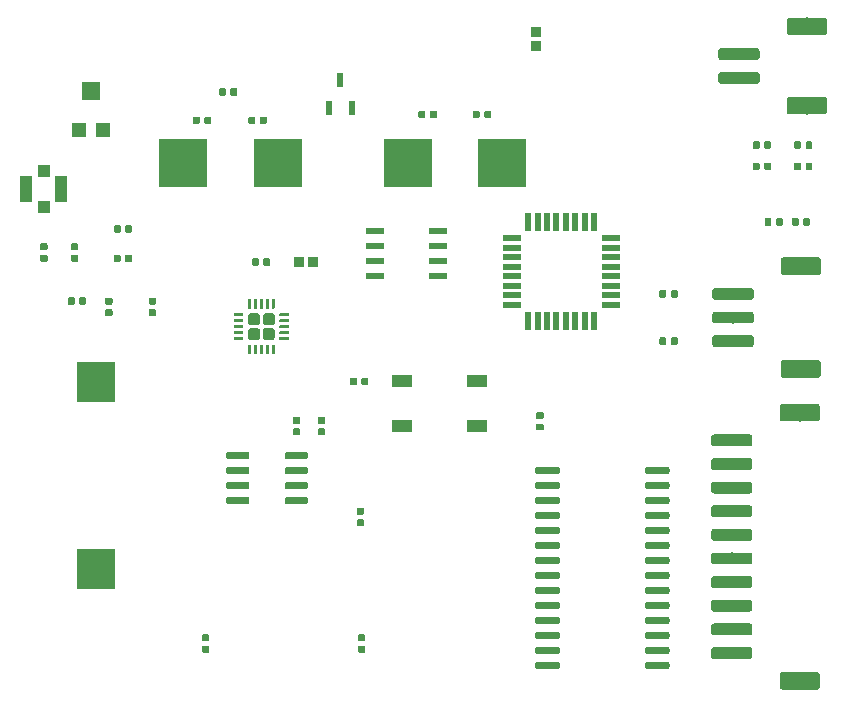
<source format=gtp>
G04 #@! TF.GenerationSoftware,KiCad,Pcbnew,(5.1.2)-2*
G04 #@! TF.CreationDate,2019-08-06T20:33:04-04:00*
G04 #@! TF.ProjectId,Thermostat_Layout,54686572-6d6f-4737-9461-745f4c61796f,rev?*
G04 #@! TF.SameCoordinates,Original*
G04 #@! TF.FileFunction,Paste,Top*
G04 #@! TF.FilePolarity,Positive*
%FSLAX46Y46*%
G04 Gerber Fmt 4.6, Leading zero omitted, Abs format (unit mm)*
G04 Created by KiCad (PCBNEW (5.1.2)-2) date 2019-08-06 20:33:04*
%MOMM*%
%LPD*%
G04 APERTURE LIST*
%ADD10R,4.100000X4.100000*%
%ADD11R,0.558800X1.143000*%
%ADD12C,0.100000*%
%ADD13C,0.600000*%
%ADD14R,3.300000X3.500000*%
%ADD15C,0.590000*%
%ADD16R,1.700000X1.000000*%
%ADD17R,1.640000X0.590000*%
%ADD18C,1.010000*%
%ADD19C,0.250000*%
%ADD20R,1.500000X0.550000*%
%ADD21R,0.550000X1.500000*%
%ADD22R,1.200000X1.200000*%
%ADD23R,1.600000X1.500000*%
%ADD24R,0.848360X0.899160*%
%ADD25R,0.899160X0.848360*%
%ADD26C,1.500000*%
%ADD27C,1.000000*%
%ADD28R,1.050000X2.200000*%
%ADD29R,1.000000X1.000000*%
G04 APERTURE END LIST*
D10*
X79200000Y-50700000D03*
X71200000Y-50700000D03*
X90200000Y-50700000D03*
X98200000Y-50700000D03*
D11*
X84500000Y-43731600D03*
X85465200Y-46068400D03*
X83534800Y-46068400D03*
D12*
G36*
X112239703Y-76445722D02*
G01*
X112254264Y-76447882D01*
X112268543Y-76451459D01*
X112282403Y-76456418D01*
X112295710Y-76462712D01*
X112308336Y-76470280D01*
X112320159Y-76479048D01*
X112331066Y-76488934D01*
X112340952Y-76499841D01*
X112349720Y-76511664D01*
X112357288Y-76524290D01*
X112363582Y-76537597D01*
X112368541Y-76551457D01*
X112372118Y-76565736D01*
X112374278Y-76580297D01*
X112375000Y-76595000D01*
X112375000Y-76895000D01*
X112374278Y-76909703D01*
X112372118Y-76924264D01*
X112368541Y-76938543D01*
X112363582Y-76952403D01*
X112357288Y-76965710D01*
X112349720Y-76978336D01*
X112340952Y-76990159D01*
X112331066Y-77001066D01*
X112320159Y-77010952D01*
X112308336Y-77019720D01*
X112295710Y-77027288D01*
X112282403Y-77033582D01*
X112268543Y-77038541D01*
X112254264Y-77042118D01*
X112239703Y-77044278D01*
X112225000Y-77045000D01*
X110475000Y-77045000D01*
X110460297Y-77044278D01*
X110445736Y-77042118D01*
X110431457Y-77038541D01*
X110417597Y-77033582D01*
X110404290Y-77027288D01*
X110391664Y-77019720D01*
X110379841Y-77010952D01*
X110368934Y-77001066D01*
X110359048Y-76990159D01*
X110350280Y-76978336D01*
X110342712Y-76965710D01*
X110336418Y-76952403D01*
X110331459Y-76938543D01*
X110327882Y-76924264D01*
X110325722Y-76909703D01*
X110325000Y-76895000D01*
X110325000Y-76595000D01*
X110325722Y-76580297D01*
X110327882Y-76565736D01*
X110331459Y-76551457D01*
X110336418Y-76537597D01*
X110342712Y-76524290D01*
X110350280Y-76511664D01*
X110359048Y-76499841D01*
X110368934Y-76488934D01*
X110379841Y-76479048D01*
X110391664Y-76470280D01*
X110404290Y-76462712D01*
X110417597Y-76456418D01*
X110431457Y-76451459D01*
X110445736Y-76447882D01*
X110460297Y-76445722D01*
X110475000Y-76445000D01*
X112225000Y-76445000D01*
X112239703Y-76445722D01*
X112239703Y-76445722D01*
G37*
D13*
X111350000Y-76745000D03*
D12*
G36*
X112239703Y-77715722D02*
G01*
X112254264Y-77717882D01*
X112268543Y-77721459D01*
X112282403Y-77726418D01*
X112295710Y-77732712D01*
X112308336Y-77740280D01*
X112320159Y-77749048D01*
X112331066Y-77758934D01*
X112340952Y-77769841D01*
X112349720Y-77781664D01*
X112357288Y-77794290D01*
X112363582Y-77807597D01*
X112368541Y-77821457D01*
X112372118Y-77835736D01*
X112374278Y-77850297D01*
X112375000Y-77865000D01*
X112375000Y-78165000D01*
X112374278Y-78179703D01*
X112372118Y-78194264D01*
X112368541Y-78208543D01*
X112363582Y-78222403D01*
X112357288Y-78235710D01*
X112349720Y-78248336D01*
X112340952Y-78260159D01*
X112331066Y-78271066D01*
X112320159Y-78280952D01*
X112308336Y-78289720D01*
X112295710Y-78297288D01*
X112282403Y-78303582D01*
X112268543Y-78308541D01*
X112254264Y-78312118D01*
X112239703Y-78314278D01*
X112225000Y-78315000D01*
X110475000Y-78315000D01*
X110460297Y-78314278D01*
X110445736Y-78312118D01*
X110431457Y-78308541D01*
X110417597Y-78303582D01*
X110404290Y-78297288D01*
X110391664Y-78289720D01*
X110379841Y-78280952D01*
X110368934Y-78271066D01*
X110359048Y-78260159D01*
X110350280Y-78248336D01*
X110342712Y-78235710D01*
X110336418Y-78222403D01*
X110331459Y-78208543D01*
X110327882Y-78194264D01*
X110325722Y-78179703D01*
X110325000Y-78165000D01*
X110325000Y-77865000D01*
X110325722Y-77850297D01*
X110327882Y-77835736D01*
X110331459Y-77821457D01*
X110336418Y-77807597D01*
X110342712Y-77794290D01*
X110350280Y-77781664D01*
X110359048Y-77769841D01*
X110368934Y-77758934D01*
X110379841Y-77749048D01*
X110391664Y-77740280D01*
X110404290Y-77732712D01*
X110417597Y-77726418D01*
X110431457Y-77721459D01*
X110445736Y-77717882D01*
X110460297Y-77715722D01*
X110475000Y-77715000D01*
X112225000Y-77715000D01*
X112239703Y-77715722D01*
X112239703Y-77715722D01*
G37*
D13*
X111350000Y-78015000D03*
D12*
G36*
X112239703Y-78985722D02*
G01*
X112254264Y-78987882D01*
X112268543Y-78991459D01*
X112282403Y-78996418D01*
X112295710Y-79002712D01*
X112308336Y-79010280D01*
X112320159Y-79019048D01*
X112331066Y-79028934D01*
X112340952Y-79039841D01*
X112349720Y-79051664D01*
X112357288Y-79064290D01*
X112363582Y-79077597D01*
X112368541Y-79091457D01*
X112372118Y-79105736D01*
X112374278Y-79120297D01*
X112375000Y-79135000D01*
X112375000Y-79435000D01*
X112374278Y-79449703D01*
X112372118Y-79464264D01*
X112368541Y-79478543D01*
X112363582Y-79492403D01*
X112357288Y-79505710D01*
X112349720Y-79518336D01*
X112340952Y-79530159D01*
X112331066Y-79541066D01*
X112320159Y-79550952D01*
X112308336Y-79559720D01*
X112295710Y-79567288D01*
X112282403Y-79573582D01*
X112268543Y-79578541D01*
X112254264Y-79582118D01*
X112239703Y-79584278D01*
X112225000Y-79585000D01*
X110475000Y-79585000D01*
X110460297Y-79584278D01*
X110445736Y-79582118D01*
X110431457Y-79578541D01*
X110417597Y-79573582D01*
X110404290Y-79567288D01*
X110391664Y-79559720D01*
X110379841Y-79550952D01*
X110368934Y-79541066D01*
X110359048Y-79530159D01*
X110350280Y-79518336D01*
X110342712Y-79505710D01*
X110336418Y-79492403D01*
X110331459Y-79478543D01*
X110327882Y-79464264D01*
X110325722Y-79449703D01*
X110325000Y-79435000D01*
X110325000Y-79135000D01*
X110325722Y-79120297D01*
X110327882Y-79105736D01*
X110331459Y-79091457D01*
X110336418Y-79077597D01*
X110342712Y-79064290D01*
X110350280Y-79051664D01*
X110359048Y-79039841D01*
X110368934Y-79028934D01*
X110379841Y-79019048D01*
X110391664Y-79010280D01*
X110404290Y-79002712D01*
X110417597Y-78996418D01*
X110431457Y-78991459D01*
X110445736Y-78987882D01*
X110460297Y-78985722D01*
X110475000Y-78985000D01*
X112225000Y-78985000D01*
X112239703Y-78985722D01*
X112239703Y-78985722D01*
G37*
D13*
X111350000Y-79285000D03*
D12*
G36*
X112239703Y-80255722D02*
G01*
X112254264Y-80257882D01*
X112268543Y-80261459D01*
X112282403Y-80266418D01*
X112295710Y-80272712D01*
X112308336Y-80280280D01*
X112320159Y-80289048D01*
X112331066Y-80298934D01*
X112340952Y-80309841D01*
X112349720Y-80321664D01*
X112357288Y-80334290D01*
X112363582Y-80347597D01*
X112368541Y-80361457D01*
X112372118Y-80375736D01*
X112374278Y-80390297D01*
X112375000Y-80405000D01*
X112375000Y-80705000D01*
X112374278Y-80719703D01*
X112372118Y-80734264D01*
X112368541Y-80748543D01*
X112363582Y-80762403D01*
X112357288Y-80775710D01*
X112349720Y-80788336D01*
X112340952Y-80800159D01*
X112331066Y-80811066D01*
X112320159Y-80820952D01*
X112308336Y-80829720D01*
X112295710Y-80837288D01*
X112282403Y-80843582D01*
X112268543Y-80848541D01*
X112254264Y-80852118D01*
X112239703Y-80854278D01*
X112225000Y-80855000D01*
X110475000Y-80855000D01*
X110460297Y-80854278D01*
X110445736Y-80852118D01*
X110431457Y-80848541D01*
X110417597Y-80843582D01*
X110404290Y-80837288D01*
X110391664Y-80829720D01*
X110379841Y-80820952D01*
X110368934Y-80811066D01*
X110359048Y-80800159D01*
X110350280Y-80788336D01*
X110342712Y-80775710D01*
X110336418Y-80762403D01*
X110331459Y-80748543D01*
X110327882Y-80734264D01*
X110325722Y-80719703D01*
X110325000Y-80705000D01*
X110325000Y-80405000D01*
X110325722Y-80390297D01*
X110327882Y-80375736D01*
X110331459Y-80361457D01*
X110336418Y-80347597D01*
X110342712Y-80334290D01*
X110350280Y-80321664D01*
X110359048Y-80309841D01*
X110368934Y-80298934D01*
X110379841Y-80289048D01*
X110391664Y-80280280D01*
X110404290Y-80272712D01*
X110417597Y-80266418D01*
X110431457Y-80261459D01*
X110445736Y-80257882D01*
X110460297Y-80255722D01*
X110475000Y-80255000D01*
X112225000Y-80255000D01*
X112239703Y-80255722D01*
X112239703Y-80255722D01*
G37*
D13*
X111350000Y-80555000D03*
D12*
G36*
X112239703Y-81525722D02*
G01*
X112254264Y-81527882D01*
X112268543Y-81531459D01*
X112282403Y-81536418D01*
X112295710Y-81542712D01*
X112308336Y-81550280D01*
X112320159Y-81559048D01*
X112331066Y-81568934D01*
X112340952Y-81579841D01*
X112349720Y-81591664D01*
X112357288Y-81604290D01*
X112363582Y-81617597D01*
X112368541Y-81631457D01*
X112372118Y-81645736D01*
X112374278Y-81660297D01*
X112375000Y-81675000D01*
X112375000Y-81975000D01*
X112374278Y-81989703D01*
X112372118Y-82004264D01*
X112368541Y-82018543D01*
X112363582Y-82032403D01*
X112357288Y-82045710D01*
X112349720Y-82058336D01*
X112340952Y-82070159D01*
X112331066Y-82081066D01*
X112320159Y-82090952D01*
X112308336Y-82099720D01*
X112295710Y-82107288D01*
X112282403Y-82113582D01*
X112268543Y-82118541D01*
X112254264Y-82122118D01*
X112239703Y-82124278D01*
X112225000Y-82125000D01*
X110475000Y-82125000D01*
X110460297Y-82124278D01*
X110445736Y-82122118D01*
X110431457Y-82118541D01*
X110417597Y-82113582D01*
X110404290Y-82107288D01*
X110391664Y-82099720D01*
X110379841Y-82090952D01*
X110368934Y-82081066D01*
X110359048Y-82070159D01*
X110350280Y-82058336D01*
X110342712Y-82045710D01*
X110336418Y-82032403D01*
X110331459Y-82018543D01*
X110327882Y-82004264D01*
X110325722Y-81989703D01*
X110325000Y-81975000D01*
X110325000Y-81675000D01*
X110325722Y-81660297D01*
X110327882Y-81645736D01*
X110331459Y-81631457D01*
X110336418Y-81617597D01*
X110342712Y-81604290D01*
X110350280Y-81591664D01*
X110359048Y-81579841D01*
X110368934Y-81568934D01*
X110379841Y-81559048D01*
X110391664Y-81550280D01*
X110404290Y-81542712D01*
X110417597Y-81536418D01*
X110431457Y-81531459D01*
X110445736Y-81527882D01*
X110460297Y-81525722D01*
X110475000Y-81525000D01*
X112225000Y-81525000D01*
X112239703Y-81525722D01*
X112239703Y-81525722D01*
G37*
D13*
X111350000Y-81825000D03*
D12*
G36*
X112239703Y-82795722D02*
G01*
X112254264Y-82797882D01*
X112268543Y-82801459D01*
X112282403Y-82806418D01*
X112295710Y-82812712D01*
X112308336Y-82820280D01*
X112320159Y-82829048D01*
X112331066Y-82838934D01*
X112340952Y-82849841D01*
X112349720Y-82861664D01*
X112357288Y-82874290D01*
X112363582Y-82887597D01*
X112368541Y-82901457D01*
X112372118Y-82915736D01*
X112374278Y-82930297D01*
X112375000Y-82945000D01*
X112375000Y-83245000D01*
X112374278Y-83259703D01*
X112372118Y-83274264D01*
X112368541Y-83288543D01*
X112363582Y-83302403D01*
X112357288Y-83315710D01*
X112349720Y-83328336D01*
X112340952Y-83340159D01*
X112331066Y-83351066D01*
X112320159Y-83360952D01*
X112308336Y-83369720D01*
X112295710Y-83377288D01*
X112282403Y-83383582D01*
X112268543Y-83388541D01*
X112254264Y-83392118D01*
X112239703Y-83394278D01*
X112225000Y-83395000D01*
X110475000Y-83395000D01*
X110460297Y-83394278D01*
X110445736Y-83392118D01*
X110431457Y-83388541D01*
X110417597Y-83383582D01*
X110404290Y-83377288D01*
X110391664Y-83369720D01*
X110379841Y-83360952D01*
X110368934Y-83351066D01*
X110359048Y-83340159D01*
X110350280Y-83328336D01*
X110342712Y-83315710D01*
X110336418Y-83302403D01*
X110331459Y-83288543D01*
X110327882Y-83274264D01*
X110325722Y-83259703D01*
X110325000Y-83245000D01*
X110325000Y-82945000D01*
X110325722Y-82930297D01*
X110327882Y-82915736D01*
X110331459Y-82901457D01*
X110336418Y-82887597D01*
X110342712Y-82874290D01*
X110350280Y-82861664D01*
X110359048Y-82849841D01*
X110368934Y-82838934D01*
X110379841Y-82829048D01*
X110391664Y-82820280D01*
X110404290Y-82812712D01*
X110417597Y-82806418D01*
X110431457Y-82801459D01*
X110445736Y-82797882D01*
X110460297Y-82795722D01*
X110475000Y-82795000D01*
X112225000Y-82795000D01*
X112239703Y-82795722D01*
X112239703Y-82795722D01*
G37*
D13*
X111350000Y-83095000D03*
D12*
G36*
X112239703Y-84065722D02*
G01*
X112254264Y-84067882D01*
X112268543Y-84071459D01*
X112282403Y-84076418D01*
X112295710Y-84082712D01*
X112308336Y-84090280D01*
X112320159Y-84099048D01*
X112331066Y-84108934D01*
X112340952Y-84119841D01*
X112349720Y-84131664D01*
X112357288Y-84144290D01*
X112363582Y-84157597D01*
X112368541Y-84171457D01*
X112372118Y-84185736D01*
X112374278Y-84200297D01*
X112375000Y-84215000D01*
X112375000Y-84515000D01*
X112374278Y-84529703D01*
X112372118Y-84544264D01*
X112368541Y-84558543D01*
X112363582Y-84572403D01*
X112357288Y-84585710D01*
X112349720Y-84598336D01*
X112340952Y-84610159D01*
X112331066Y-84621066D01*
X112320159Y-84630952D01*
X112308336Y-84639720D01*
X112295710Y-84647288D01*
X112282403Y-84653582D01*
X112268543Y-84658541D01*
X112254264Y-84662118D01*
X112239703Y-84664278D01*
X112225000Y-84665000D01*
X110475000Y-84665000D01*
X110460297Y-84664278D01*
X110445736Y-84662118D01*
X110431457Y-84658541D01*
X110417597Y-84653582D01*
X110404290Y-84647288D01*
X110391664Y-84639720D01*
X110379841Y-84630952D01*
X110368934Y-84621066D01*
X110359048Y-84610159D01*
X110350280Y-84598336D01*
X110342712Y-84585710D01*
X110336418Y-84572403D01*
X110331459Y-84558543D01*
X110327882Y-84544264D01*
X110325722Y-84529703D01*
X110325000Y-84515000D01*
X110325000Y-84215000D01*
X110325722Y-84200297D01*
X110327882Y-84185736D01*
X110331459Y-84171457D01*
X110336418Y-84157597D01*
X110342712Y-84144290D01*
X110350280Y-84131664D01*
X110359048Y-84119841D01*
X110368934Y-84108934D01*
X110379841Y-84099048D01*
X110391664Y-84090280D01*
X110404290Y-84082712D01*
X110417597Y-84076418D01*
X110431457Y-84071459D01*
X110445736Y-84067882D01*
X110460297Y-84065722D01*
X110475000Y-84065000D01*
X112225000Y-84065000D01*
X112239703Y-84065722D01*
X112239703Y-84065722D01*
G37*
D13*
X111350000Y-84365000D03*
D12*
G36*
X112239703Y-85335722D02*
G01*
X112254264Y-85337882D01*
X112268543Y-85341459D01*
X112282403Y-85346418D01*
X112295710Y-85352712D01*
X112308336Y-85360280D01*
X112320159Y-85369048D01*
X112331066Y-85378934D01*
X112340952Y-85389841D01*
X112349720Y-85401664D01*
X112357288Y-85414290D01*
X112363582Y-85427597D01*
X112368541Y-85441457D01*
X112372118Y-85455736D01*
X112374278Y-85470297D01*
X112375000Y-85485000D01*
X112375000Y-85785000D01*
X112374278Y-85799703D01*
X112372118Y-85814264D01*
X112368541Y-85828543D01*
X112363582Y-85842403D01*
X112357288Y-85855710D01*
X112349720Y-85868336D01*
X112340952Y-85880159D01*
X112331066Y-85891066D01*
X112320159Y-85900952D01*
X112308336Y-85909720D01*
X112295710Y-85917288D01*
X112282403Y-85923582D01*
X112268543Y-85928541D01*
X112254264Y-85932118D01*
X112239703Y-85934278D01*
X112225000Y-85935000D01*
X110475000Y-85935000D01*
X110460297Y-85934278D01*
X110445736Y-85932118D01*
X110431457Y-85928541D01*
X110417597Y-85923582D01*
X110404290Y-85917288D01*
X110391664Y-85909720D01*
X110379841Y-85900952D01*
X110368934Y-85891066D01*
X110359048Y-85880159D01*
X110350280Y-85868336D01*
X110342712Y-85855710D01*
X110336418Y-85842403D01*
X110331459Y-85828543D01*
X110327882Y-85814264D01*
X110325722Y-85799703D01*
X110325000Y-85785000D01*
X110325000Y-85485000D01*
X110325722Y-85470297D01*
X110327882Y-85455736D01*
X110331459Y-85441457D01*
X110336418Y-85427597D01*
X110342712Y-85414290D01*
X110350280Y-85401664D01*
X110359048Y-85389841D01*
X110368934Y-85378934D01*
X110379841Y-85369048D01*
X110391664Y-85360280D01*
X110404290Y-85352712D01*
X110417597Y-85346418D01*
X110431457Y-85341459D01*
X110445736Y-85337882D01*
X110460297Y-85335722D01*
X110475000Y-85335000D01*
X112225000Y-85335000D01*
X112239703Y-85335722D01*
X112239703Y-85335722D01*
G37*
D13*
X111350000Y-85635000D03*
D12*
G36*
X112239703Y-86605722D02*
G01*
X112254264Y-86607882D01*
X112268543Y-86611459D01*
X112282403Y-86616418D01*
X112295710Y-86622712D01*
X112308336Y-86630280D01*
X112320159Y-86639048D01*
X112331066Y-86648934D01*
X112340952Y-86659841D01*
X112349720Y-86671664D01*
X112357288Y-86684290D01*
X112363582Y-86697597D01*
X112368541Y-86711457D01*
X112372118Y-86725736D01*
X112374278Y-86740297D01*
X112375000Y-86755000D01*
X112375000Y-87055000D01*
X112374278Y-87069703D01*
X112372118Y-87084264D01*
X112368541Y-87098543D01*
X112363582Y-87112403D01*
X112357288Y-87125710D01*
X112349720Y-87138336D01*
X112340952Y-87150159D01*
X112331066Y-87161066D01*
X112320159Y-87170952D01*
X112308336Y-87179720D01*
X112295710Y-87187288D01*
X112282403Y-87193582D01*
X112268543Y-87198541D01*
X112254264Y-87202118D01*
X112239703Y-87204278D01*
X112225000Y-87205000D01*
X110475000Y-87205000D01*
X110460297Y-87204278D01*
X110445736Y-87202118D01*
X110431457Y-87198541D01*
X110417597Y-87193582D01*
X110404290Y-87187288D01*
X110391664Y-87179720D01*
X110379841Y-87170952D01*
X110368934Y-87161066D01*
X110359048Y-87150159D01*
X110350280Y-87138336D01*
X110342712Y-87125710D01*
X110336418Y-87112403D01*
X110331459Y-87098543D01*
X110327882Y-87084264D01*
X110325722Y-87069703D01*
X110325000Y-87055000D01*
X110325000Y-86755000D01*
X110325722Y-86740297D01*
X110327882Y-86725736D01*
X110331459Y-86711457D01*
X110336418Y-86697597D01*
X110342712Y-86684290D01*
X110350280Y-86671664D01*
X110359048Y-86659841D01*
X110368934Y-86648934D01*
X110379841Y-86639048D01*
X110391664Y-86630280D01*
X110404290Y-86622712D01*
X110417597Y-86616418D01*
X110431457Y-86611459D01*
X110445736Y-86607882D01*
X110460297Y-86605722D01*
X110475000Y-86605000D01*
X112225000Y-86605000D01*
X112239703Y-86605722D01*
X112239703Y-86605722D01*
G37*
D13*
X111350000Y-86905000D03*
D12*
G36*
X112239703Y-87875722D02*
G01*
X112254264Y-87877882D01*
X112268543Y-87881459D01*
X112282403Y-87886418D01*
X112295710Y-87892712D01*
X112308336Y-87900280D01*
X112320159Y-87909048D01*
X112331066Y-87918934D01*
X112340952Y-87929841D01*
X112349720Y-87941664D01*
X112357288Y-87954290D01*
X112363582Y-87967597D01*
X112368541Y-87981457D01*
X112372118Y-87995736D01*
X112374278Y-88010297D01*
X112375000Y-88025000D01*
X112375000Y-88325000D01*
X112374278Y-88339703D01*
X112372118Y-88354264D01*
X112368541Y-88368543D01*
X112363582Y-88382403D01*
X112357288Y-88395710D01*
X112349720Y-88408336D01*
X112340952Y-88420159D01*
X112331066Y-88431066D01*
X112320159Y-88440952D01*
X112308336Y-88449720D01*
X112295710Y-88457288D01*
X112282403Y-88463582D01*
X112268543Y-88468541D01*
X112254264Y-88472118D01*
X112239703Y-88474278D01*
X112225000Y-88475000D01*
X110475000Y-88475000D01*
X110460297Y-88474278D01*
X110445736Y-88472118D01*
X110431457Y-88468541D01*
X110417597Y-88463582D01*
X110404290Y-88457288D01*
X110391664Y-88449720D01*
X110379841Y-88440952D01*
X110368934Y-88431066D01*
X110359048Y-88420159D01*
X110350280Y-88408336D01*
X110342712Y-88395710D01*
X110336418Y-88382403D01*
X110331459Y-88368543D01*
X110327882Y-88354264D01*
X110325722Y-88339703D01*
X110325000Y-88325000D01*
X110325000Y-88025000D01*
X110325722Y-88010297D01*
X110327882Y-87995736D01*
X110331459Y-87981457D01*
X110336418Y-87967597D01*
X110342712Y-87954290D01*
X110350280Y-87941664D01*
X110359048Y-87929841D01*
X110368934Y-87918934D01*
X110379841Y-87909048D01*
X110391664Y-87900280D01*
X110404290Y-87892712D01*
X110417597Y-87886418D01*
X110431457Y-87881459D01*
X110445736Y-87877882D01*
X110460297Y-87875722D01*
X110475000Y-87875000D01*
X112225000Y-87875000D01*
X112239703Y-87875722D01*
X112239703Y-87875722D01*
G37*
D13*
X111350000Y-88175000D03*
D12*
G36*
X112239703Y-89145722D02*
G01*
X112254264Y-89147882D01*
X112268543Y-89151459D01*
X112282403Y-89156418D01*
X112295710Y-89162712D01*
X112308336Y-89170280D01*
X112320159Y-89179048D01*
X112331066Y-89188934D01*
X112340952Y-89199841D01*
X112349720Y-89211664D01*
X112357288Y-89224290D01*
X112363582Y-89237597D01*
X112368541Y-89251457D01*
X112372118Y-89265736D01*
X112374278Y-89280297D01*
X112375000Y-89295000D01*
X112375000Y-89595000D01*
X112374278Y-89609703D01*
X112372118Y-89624264D01*
X112368541Y-89638543D01*
X112363582Y-89652403D01*
X112357288Y-89665710D01*
X112349720Y-89678336D01*
X112340952Y-89690159D01*
X112331066Y-89701066D01*
X112320159Y-89710952D01*
X112308336Y-89719720D01*
X112295710Y-89727288D01*
X112282403Y-89733582D01*
X112268543Y-89738541D01*
X112254264Y-89742118D01*
X112239703Y-89744278D01*
X112225000Y-89745000D01*
X110475000Y-89745000D01*
X110460297Y-89744278D01*
X110445736Y-89742118D01*
X110431457Y-89738541D01*
X110417597Y-89733582D01*
X110404290Y-89727288D01*
X110391664Y-89719720D01*
X110379841Y-89710952D01*
X110368934Y-89701066D01*
X110359048Y-89690159D01*
X110350280Y-89678336D01*
X110342712Y-89665710D01*
X110336418Y-89652403D01*
X110331459Y-89638543D01*
X110327882Y-89624264D01*
X110325722Y-89609703D01*
X110325000Y-89595000D01*
X110325000Y-89295000D01*
X110325722Y-89280297D01*
X110327882Y-89265736D01*
X110331459Y-89251457D01*
X110336418Y-89237597D01*
X110342712Y-89224290D01*
X110350280Y-89211664D01*
X110359048Y-89199841D01*
X110368934Y-89188934D01*
X110379841Y-89179048D01*
X110391664Y-89170280D01*
X110404290Y-89162712D01*
X110417597Y-89156418D01*
X110431457Y-89151459D01*
X110445736Y-89147882D01*
X110460297Y-89145722D01*
X110475000Y-89145000D01*
X112225000Y-89145000D01*
X112239703Y-89145722D01*
X112239703Y-89145722D01*
G37*
D13*
X111350000Y-89445000D03*
D12*
G36*
X112239703Y-90415722D02*
G01*
X112254264Y-90417882D01*
X112268543Y-90421459D01*
X112282403Y-90426418D01*
X112295710Y-90432712D01*
X112308336Y-90440280D01*
X112320159Y-90449048D01*
X112331066Y-90458934D01*
X112340952Y-90469841D01*
X112349720Y-90481664D01*
X112357288Y-90494290D01*
X112363582Y-90507597D01*
X112368541Y-90521457D01*
X112372118Y-90535736D01*
X112374278Y-90550297D01*
X112375000Y-90565000D01*
X112375000Y-90865000D01*
X112374278Y-90879703D01*
X112372118Y-90894264D01*
X112368541Y-90908543D01*
X112363582Y-90922403D01*
X112357288Y-90935710D01*
X112349720Y-90948336D01*
X112340952Y-90960159D01*
X112331066Y-90971066D01*
X112320159Y-90980952D01*
X112308336Y-90989720D01*
X112295710Y-90997288D01*
X112282403Y-91003582D01*
X112268543Y-91008541D01*
X112254264Y-91012118D01*
X112239703Y-91014278D01*
X112225000Y-91015000D01*
X110475000Y-91015000D01*
X110460297Y-91014278D01*
X110445736Y-91012118D01*
X110431457Y-91008541D01*
X110417597Y-91003582D01*
X110404290Y-90997288D01*
X110391664Y-90989720D01*
X110379841Y-90980952D01*
X110368934Y-90971066D01*
X110359048Y-90960159D01*
X110350280Y-90948336D01*
X110342712Y-90935710D01*
X110336418Y-90922403D01*
X110331459Y-90908543D01*
X110327882Y-90894264D01*
X110325722Y-90879703D01*
X110325000Y-90865000D01*
X110325000Y-90565000D01*
X110325722Y-90550297D01*
X110327882Y-90535736D01*
X110331459Y-90521457D01*
X110336418Y-90507597D01*
X110342712Y-90494290D01*
X110350280Y-90481664D01*
X110359048Y-90469841D01*
X110368934Y-90458934D01*
X110379841Y-90449048D01*
X110391664Y-90440280D01*
X110404290Y-90432712D01*
X110417597Y-90426418D01*
X110431457Y-90421459D01*
X110445736Y-90417882D01*
X110460297Y-90415722D01*
X110475000Y-90415000D01*
X112225000Y-90415000D01*
X112239703Y-90415722D01*
X112239703Y-90415722D01*
G37*
D13*
X111350000Y-90715000D03*
D12*
G36*
X112239703Y-91685722D02*
G01*
X112254264Y-91687882D01*
X112268543Y-91691459D01*
X112282403Y-91696418D01*
X112295710Y-91702712D01*
X112308336Y-91710280D01*
X112320159Y-91719048D01*
X112331066Y-91728934D01*
X112340952Y-91739841D01*
X112349720Y-91751664D01*
X112357288Y-91764290D01*
X112363582Y-91777597D01*
X112368541Y-91791457D01*
X112372118Y-91805736D01*
X112374278Y-91820297D01*
X112375000Y-91835000D01*
X112375000Y-92135000D01*
X112374278Y-92149703D01*
X112372118Y-92164264D01*
X112368541Y-92178543D01*
X112363582Y-92192403D01*
X112357288Y-92205710D01*
X112349720Y-92218336D01*
X112340952Y-92230159D01*
X112331066Y-92241066D01*
X112320159Y-92250952D01*
X112308336Y-92259720D01*
X112295710Y-92267288D01*
X112282403Y-92273582D01*
X112268543Y-92278541D01*
X112254264Y-92282118D01*
X112239703Y-92284278D01*
X112225000Y-92285000D01*
X110475000Y-92285000D01*
X110460297Y-92284278D01*
X110445736Y-92282118D01*
X110431457Y-92278541D01*
X110417597Y-92273582D01*
X110404290Y-92267288D01*
X110391664Y-92259720D01*
X110379841Y-92250952D01*
X110368934Y-92241066D01*
X110359048Y-92230159D01*
X110350280Y-92218336D01*
X110342712Y-92205710D01*
X110336418Y-92192403D01*
X110331459Y-92178543D01*
X110327882Y-92164264D01*
X110325722Y-92149703D01*
X110325000Y-92135000D01*
X110325000Y-91835000D01*
X110325722Y-91820297D01*
X110327882Y-91805736D01*
X110331459Y-91791457D01*
X110336418Y-91777597D01*
X110342712Y-91764290D01*
X110350280Y-91751664D01*
X110359048Y-91739841D01*
X110368934Y-91728934D01*
X110379841Y-91719048D01*
X110391664Y-91710280D01*
X110404290Y-91702712D01*
X110417597Y-91696418D01*
X110431457Y-91691459D01*
X110445736Y-91687882D01*
X110460297Y-91685722D01*
X110475000Y-91685000D01*
X112225000Y-91685000D01*
X112239703Y-91685722D01*
X112239703Y-91685722D01*
G37*
D13*
X111350000Y-91985000D03*
D12*
G36*
X112239703Y-92955722D02*
G01*
X112254264Y-92957882D01*
X112268543Y-92961459D01*
X112282403Y-92966418D01*
X112295710Y-92972712D01*
X112308336Y-92980280D01*
X112320159Y-92989048D01*
X112331066Y-92998934D01*
X112340952Y-93009841D01*
X112349720Y-93021664D01*
X112357288Y-93034290D01*
X112363582Y-93047597D01*
X112368541Y-93061457D01*
X112372118Y-93075736D01*
X112374278Y-93090297D01*
X112375000Y-93105000D01*
X112375000Y-93405000D01*
X112374278Y-93419703D01*
X112372118Y-93434264D01*
X112368541Y-93448543D01*
X112363582Y-93462403D01*
X112357288Y-93475710D01*
X112349720Y-93488336D01*
X112340952Y-93500159D01*
X112331066Y-93511066D01*
X112320159Y-93520952D01*
X112308336Y-93529720D01*
X112295710Y-93537288D01*
X112282403Y-93543582D01*
X112268543Y-93548541D01*
X112254264Y-93552118D01*
X112239703Y-93554278D01*
X112225000Y-93555000D01*
X110475000Y-93555000D01*
X110460297Y-93554278D01*
X110445736Y-93552118D01*
X110431457Y-93548541D01*
X110417597Y-93543582D01*
X110404290Y-93537288D01*
X110391664Y-93529720D01*
X110379841Y-93520952D01*
X110368934Y-93511066D01*
X110359048Y-93500159D01*
X110350280Y-93488336D01*
X110342712Y-93475710D01*
X110336418Y-93462403D01*
X110331459Y-93448543D01*
X110327882Y-93434264D01*
X110325722Y-93419703D01*
X110325000Y-93405000D01*
X110325000Y-93105000D01*
X110325722Y-93090297D01*
X110327882Y-93075736D01*
X110331459Y-93061457D01*
X110336418Y-93047597D01*
X110342712Y-93034290D01*
X110350280Y-93021664D01*
X110359048Y-93009841D01*
X110368934Y-92998934D01*
X110379841Y-92989048D01*
X110391664Y-92980280D01*
X110404290Y-92972712D01*
X110417597Y-92966418D01*
X110431457Y-92961459D01*
X110445736Y-92957882D01*
X110460297Y-92955722D01*
X110475000Y-92955000D01*
X112225000Y-92955000D01*
X112239703Y-92955722D01*
X112239703Y-92955722D01*
G37*
D13*
X111350000Y-93255000D03*
D12*
G36*
X102939703Y-92955722D02*
G01*
X102954264Y-92957882D01*
X102968543Y-92961459D01*
X102982403Y-92966418D01*
X102995710Y-92972712D01*
X103008336Y-92980280D01*
X103020159Y-92989048D01*
X103031066Y-92998934D01*
X103040952Y-93009841D01*
X103049720Y-93021664D01*
X103057288Y-93034290D01*
X103063582Y-93047597D01*
X103068541Y-93061457D01*
X103072118Y-93075736D01*
X103074278Y-93090297D01*
X103075000Y-93105000D01*
X103075000Y-93405000D01*
X103074278Y-93419703D01*
X103072118Y-93434264D01*
X103068541Y-93448543D01*
X103063582Y-93462403D01*
X103057288Y-93475710D01*
X103049720Y-93488336D01*
X103040952Y-93500159D01*
X103031066Y-93511066D01*
X103020159Y-93520952D01*
X103008336Y-93529720D01*
X102995710Y-93537288D01*
X102982403Y-93543582D01*
X102968543Y-93548541D01*
X102954264Y-93552118D01*
X102939703Y-93554278D01*
X102925000Y-93555000D01*
X101175000Y-93555000D01*
X101160297Y-93554278D01*
X101145736Y-93552118D01*
X101131457Y-93548541D01*
X101117597Y-93543582D01*
X101104290Y-93537288D01*
X101091664Y-93529720D01*
X101079841Y-93520952D01*
X101068934Y-93511066D01*
X101059048Y-93500159D01*
X101050280Y-93488336D01*
X101042712Y-93475710D01*
X101036418Y-93462403D01*
X101031459Y-93448543D01*
X101027882Y-93434264D01*
X101025722Y-93419703D01*
X101025000Y-93405000D01*
X101025000Y-93105000D01*
X101025722Y-93090297D01*
X101027882Y-93075736D01*
X101031459Y-93061457D01*
X101036418Y-93047597D01*
X101042712Y-93034290D01*
X101050280Y-93021664D01*
X101059048Y-93009841D01*
X101068934Y-92998934D01*
X101079841Y-92989048D01*
X101091664Y-92980280D01*
X101104290Y-92972712D01*
X101117597Y-92966418D01*
X101131457Y-92961459D01*
X101145736Y-92957882D01*
X101160297Y-92955722D01*
X101175000Y-92955000D01*
X102925000Y-92955000D01*
X102939703Y-92955722D01*
X102939703Y-92955722D01*
G37*
D13*
X102050000Y-93255000D03*
D12*
G36*
X102939703Y-91685722D02*
G01*
X102954264Y-91687882D01*
X102968543Y-91691459D01*
X102982403Y-91696418D01*
X102995710Y-91702712D01*
X103008336Y-91710280D01*
X103020159Y-91719048D01*
X103031066Y-91728934D01*
X103040952Y-91739841D01*
X103049720Y-91751664D01*
X103057288Y-91764290D01*
X103063582Y-91777597D01*
X103068541Y-91791457D01*
X103072118Y-91805736D01*
X103074278Y-91820297D01*
X103075000Y-91835000D01*
X103075000Y-92135000D01*
X103074278Y-92149703D01*
X103072118Y-92164264D01*
X103068541Y-92178543D01*
X103063582Y-92192403D01*
X103057288Y-92205710D01*
X103049720Y-92218336D01*
X103040952Y-92230159D01*
X103031066Y-92241066D01*
X103020159Y-92250952D01*
X103008336Y-92259720D01*
X102995710Y-92267288D01*
X102982403Y-92273582D01*
X102968543Y-92278541D01*
X102954264Y-92282118D01*
X102939703Y-92284278D01*
X102925000Y-92285000D01*
X101175000Y-92285000D01*
X101160297Y-92284278D01*
X101145736Y-92282118D01*
X101131457Y-92278541D01*
X101117597Y-92273582D01*
X101104290Y-92267288D01*
X101091664Y-92259720D01*
X101079841Y-92250952D01*
X101068934Y-92241066D01*
X101059048Y-92230159D01*
X101050280Y-92218336D01*
X101042712Y-92205710D01*
X101036418Y-92192403D01*
X101031459Y-92178543D01*
X101027882Y-92164264D01*
X101025722Y-92149703D01*
X101025000Y-92135000D01*
X101025000Y-91835000D01*
X101025722Y-91820297D01*
X101027882Y-91805736D01*
X101031459Y-91791457D01*
X101036418Y-91777597D01*
X101042712Y-91764290D01*
X101050280Y-91751664D01*
X101059048Y-91739841D01*
X101068934Y-91728934D01*
X101079841Y-91719048D01*
X101091664Y-91710280D01*
X101104290Y-91702712D01*
X101117597Y-91696418D01*
X101131457Y-91691459D01*
X101145736Y-91687882D01*
X101160297Y-91685722D01*
X101175000Y-91685000D01*
X102925000Y-91685000D01*
X102939703Y-91685722D01*
X102939703Y-91685722D01*
G37*
D13*
X102050000Y-91985000D03*
D12*
G36*
X102939703Y-90415722D02*
G01*
X102954264Y-90417882D01*
X102968543Y-90421459D01*
X102982403Y-90426418D01*
X102995710Y-90432712D01*
X103008336Y-90440280D01*
X103020159Y-90449048D01*
X103031066Y-90458934D01*
X103040952Y-90469841D01*
X103049720Y-90481664D01*
X103057288Y-90494290D01*
X103063582Y-90507597D01*
X103068541Y-90521457D01*
X103072118Y-90535736D01*
X103074278Y-90550297D01*
X103075000Y-90565000D01*
X103075000Y-90865000D01*
X103074278Y-90879703D01*
X103072118Y-90894264D01*
X103068541Y-90908543D01*
X103063582Y-90922403D01*
X103057288Y-90935710D01*
X103049720Y-90948336D01*
X103040952Y-90960159D01*
X103031066Y-90971066D01*
X103020159Y-90980952D01*
X103008336Y-90989720D01*
X102995710Y-90997288D01*
X102982403Y-91003582D01*
X102968543Y-91008541D01*
X102954264Y-91012118D01*
X102939703Y-91014278D01*
X102925000Y-91015000D01*
X101175000Y-91015000D01*
X101160297Y-91014278D01*
X101145736Y-91012118D01*
X101131457Y-91008541D01*
X101117597Y-91003582D01*
X101104290Y-90997288D01*
X101091664Y-90989720D01*
X101079841Y-90980952D01*
X101068934Y-90971066D01*
X101059048Y-90960159D01*
X101050280Y-90948336D01*
X101042712Y-90935710D01*
X101036418Y-90922403D01*
X101031459Y-90908543D01*
X101027882Y-90894264D01*
X101025722Y-90879703D01*
X101025000Y-90865000D01*
X101025000Y-90565000D01*
X101025722Y-90550297D01*
X101027882Y-90535736D01*
X101031459Y-90521457D01*
X101036418Y-90507597D01*
X101042712Y-90494290D01*
X101050280Y-90481664D01*
X101059048Y-90469841D01*
X101068934Y-90458934D01*
X101079841Y-90449048D01*
X101091664Y-90440280D01*
X101104290Y-90432712D01*
X101117597Y-90426418D01*
X101131457Y-90421459D01*
X101145736Y-90417882D01*
X101160297Y-90415722D01*
X101175000Y-90415000D01*
X102925000Y-90415000D01*
X102939703Y-90415722D01*
X102939703Y-90415722D01*
G37*
D13*
X102050000Y-90715000D03*
D12*
G36*
X102939703Y-89145722D02*
G01*
X102954264Y-89147882D01*
X102968543Y-89151459D01*
X102982403Y-89156418D01*
X102995710Y-89162712D01*
X103008336Y-89170280D01*
X103020159Y-89179048D01*
X103031066Y-89188934D01*
X103040952Y-89199841D01*
X103049720Y-89211664D01*
X103057288Y-89224290D01*
X103063582Y-89237597D01*
X103068541Y-89251457D01*
X103072118Y-89265736D01*
X103074278Y-89280297D01*
X103075000Y-89295000D01*
X103075000Y-89595000D01*
X103074278Y-89609703D01*
X103072118Y-89624264D01*
X103068541Y-89638543D01*
X103063582Y-89652403D01*
X103057288Y-89665710D01*
X103049720Y-89678336D01*
X103040952Y-89690159D01*
X103031066Y-89701066D01*
X103020159Y-89710952D01*
X103008336Y-89719720D01*
X102995710Y-89727288D01*
X102982403Y-89733582D01*
X102968543Y-89738541D01*
X102954264Y-89742118D01*
X102939703Y-89744278D01*
X102925000Y-89745000D01*
X101175000Y-89745000D01*
X101160297Y-89744278D01*
X101145736Y-89742118D01*
X101131457Y-89738541D01*
X101117597Y-89733582D01*
X101104290Y-89727288D01*
X101091664Y-89719720D01*
X101079841Y-89710952D01*
X101068934Y-89701066D01*
X101059048Y-89690159D01*
X101050280Y-89678336D01*
X101042712Y-89665710D01*
X101036418Y-89652403D01*
X101031459Y-89638543D01*
X101027882Y-89624264D01*
X101025722Y-89609703D01*
X101025000Y-89595000D01*
X101025000Y-89295000D01*
X101025722Y-89280297D01*
X101027882Y-89265736D01*
X101031459Y-89251457D01*
X101036418Y-89237597D01*
X101042712Y-89224290D01*
X101050280Y-89211664D01*
X101059048Y-89199841D01*
X101068934Y-89188934D01*
X101079841Y-89179048D01*
X101091664Y-89170280D01*
X101104290Y-89162712D01*
X101117597Y-89156418D01*
X101131457Y-89151459D01*
X101145736Y-89147882D01*
X101160297Y-89145722D01*
X101175000Y-89145000D01*
X102925000Y-89145000D01*
X102939703Y-89145722D01*
X102939703Y-89145722D01*
G37*
D13*
X102050000Y-89445000D03*
D12*
G36*
X102939703Y-87875722D02*
G01*
X102954264Y-87877882D01*
X102968543Y-87881459D01*
X102982403Y-87886418D01*
X102995710Y-87892712D01*
X103008336Y-87900280D01*
X103020159Y-87909048D01*
X103031066Y-87918934D01*
X103040952Y-87929841D01*
X103049720Y-87941664D01*
X103057288Y-87954290D01*
X103063582Y-87967597D01*
X103068541Y-87981457D01*
X103072118Y-87995736D01*
X103074278Y-88010297D01*
X103075000Y-88025000D01*
X103075000Y-88325000D01*
X103074278Y-88339703D01*
X103072118Y-88354264D01*
X103068541Y-88368543D01*
X103063582Y-88382403D01*
X103057288Y-88395710D01*
X103049720Y-88408336D01*
X103040952Y-88420159D01*
X103031066Y-88431066D01*
X103020159Y-88440952D01*
X103008336Y-88449720D01*
X102995710Y-88457288D01*
X102982403Y-88463582D01*
X102968543Y-88468541D01*
X102954264Y-88472118D01*
X102939703Y-88474278D01*
X102925000Y-88475000D01*
X101175000Y-88475000D01*
X101160297Y-88474278D01*
X101145736Y-88472118D01*
X101131457Y-88468541D01*
X101117597Y-88463582D01*
X101104290Y-88457288D01*
X101091664Y-88449720D01*
X101079841Y-88440952D01*
X101068934Y-88431066D01*
X101059048Y-88420159D01*
X101050280Y-88408336D01*
X101042712Y-88395710D01*
X101036418Y-88382403D01*
X101031459Y-88368543D01*
X101027882Y-88354264D01*
X101025722Y-88339703D01*
X101025000Y-88325000D01*
X101025000Y-88025000D01*
X101025722Y-88010297D01*
X101027882Y-87995736D01*
X101031459Y-87981457D01*
X101036418Y-87967597D01*
X101042712Y-87954290D01*
X101050280Y-87941664D01*
X101059048Y-87929841D01*
X101068934Y-87918934D01*
X101079841Y-87909048D01*
X101091664Y-87900280D01*
X101104290Y-87892712D01*
X101117597Y-87886418D01*
X101131457Y-87881459D01*
X101145736Y-87877882D01*
X101160297Y-87875722D01*
X101175000Y-87875000D01*
X102925000Y-87875000D01*
X102939703Y-87875722D01*
X102939703Y-87875722D01*
G37*
D13*
X102050000Y-88175000D03*
D12*
G36*
X102939703Y-86605722D02*
G01*
X102954264Y-86607882D01*
X102968543Y-86611459D01*
X102982403Y-86616418D01*
X102995710Y-86622712D01*
X103008336Y-86630280D01*
X103020159Y-86639048D01*
X103031066Y-86648934D01*
X103040952Y-86659841D01*
X103049720Y-86671664D01*
X103057288Y-86684290D01*
X103063582Y-86697597D01*
X103068541Y-86711457D01*
X103072118Y-86725736D01*
X103074278Y-86740297D01*
X103075000Y-86755000D01*
X103075000Y-87055000D01*
X103074278Y-87069703D01*
X103072118Y-87084264D01*
X103068541Y-87098543D01*
X103063582Y-87112403D01*
X103057288Y-87125710D01*
X103049720Y-87138336D01*
X103040952Y-87150159D01*
X103031066Y-87161066D01*
X103020159Y-87170952D01*
X103008336Y-87179720D01*
X102995710Y-87187288D01*
X102982403Y-87193582D01*
X102968543Y-87198541D01*
X102954264Y-87202118D01*
X102939703Y-87204278D01*
X102925000Y-87205000D01*
X101175000Y-87205000D01*
X101160297Y-87204278D01*
X101145736Y-87202118D01*
X101131457Y-87198541D01*
X101117597Y-87193582D01*
X101104290Y-87187288D01*
X101091664Y-87179720D01*
X101079841Y-87170952D01*
X101068934Y-87161066D01*
X101059048Y-87150159D01*
X101050280Y-87138336D01*
X101042712Y-87125710D01*
X101036418Y-87112403D01*
X101031459Y-87098543D01*
X101027882Y-87084264D01*
X101025722Y-87069703D01*
X101025000Y-87055000D01*
X101025000Y-86755000D01*
X101025722Y-86740297D01*
X101027882Y-86725736D01*
X101031459Y-86711457D01*
X101036418Y-86697597D01*
X101042712Y-86684290D01*
X101050280Y-86671664D01*
X101059048Y-86659841D01*
X101068934Y-86648934D01*
X101079841Y-86639048D01*
X101091664Y-86630280D01*
X101104290Y-86622712D01*
X101117597Y-86616418D01*
X101131457Y-86611459D01*
X101145736Y-86607882D01*
X101160297Y-86605722D01*
X101175000Y-86605000D01*
X102925000Y-86605000D01*
X102939703Y-86605722D01*
X102939703Y-86605722D01*
G37*
D13*
X102050000Y-86905000D03*
D12*
G36*
X102939703Y-85335722D02*
G01*
X102954264Y-85337882D01*
X102968543Y-85341459D01*
X102982403Y-85346418D01*
X102995710Y-85352712D01*
X103008336Y-85360280D01*
X103020159Y-85369048D01*
X103031066Y-85378934D01*
X103040952Y-85389841D01*
X103049720Y-85401664D01*
X103057288Y-85414290D01*
X103063582Y-85427597D01*
X103068541Y-85441457D01*
X103072118Y-85455736D01*
X103074278Y-85470297D01*
X103075000Y-85485000D01*
X103075000Y-85785000D01*
X103074278Y-85799703D01*
X103072118Y-85814264D01*
X103068541Y-85828543D01*
X103063582Y-85842403D01*
X103057288Y-85855710D01*
X103049720Y-85868336D01*
X103040952Y-85880159D01*
X103031066Y-85891066D01*
X103020159Y-85900952D01*
X103008336Y-85909720D01*
X102995710Y-85917288D01*
X102982403Y-85923582D01*
X102968543Y-85928541D01*
X102954264Y-85932118D01*
X102939703Y-85934278D01*
X102925000Y-85935000D01*
X101175000Y-85935000D01*
X101160297Y-85934278D01*
X101145736Y-85932118D01*
X101131457Y-85928541D01*
X101117597Y-85923582D01*
X101104290Y-85917288D01*
X101091664Y-85909720D01*
X101079841Y-85900952D01*
X101068934Y-85891066D01*
X101059048Y-85880159D01*
X101050280Y-85868336D01*
X101042712Y-85855710D01*
X101036418Y-85842403D01*
X101031459Y-85828543D01*
X101027882Y-85814264D01*
X101025722Y-85799703D01*
X101025000Y-85785000D01*
X101025000Y-85485000D01*
X101025722Y-85470297D01*
X101027882Y-85455736D01*
X101031459Y-85441457D01*
X101036418Y-85427597D01*
X101042712Y-85414290D01*
X101050280Y-85401664D01*
X101059048Y-85389841D01*
X101068934Y-85378934D01*
X101079841Y-85369048D01*
X101091664Y-85360280D01*
X101104290Y-85352712D01*
X101117597Y-85346418D01*
X101131457Y-85341459D01*
X101145736Y-85337882D01*
X101160297Y-85335722D01*
X101175000Y-85335000D01*
X102925000Y-85335000D01*
X102939703Y-85335722D01*
X102939703Y-85335722D01*
G37*
D13*
X102050000Y-85635000D03*
D12*
G36*
X102939703Y-84065722D02*
G01*
X102954264Y-84067882D01*
X102968543Y-84071459D01*
X102982403Y-84076418D01*
X102995710Y-84082712D01*
X103008336Y-84090280D01*
X103020159Y-84099048D01*
X103031066Y-84108934D01*
X103040952Y-84119841D01*
X103049720Y-84131664D01*
X103057288Y-84144290D01*
X103063582Y-84157597D01*
X103068541Y-84171457D01*
X103072118Y-84185736D01*
X103074278Y-84200297D01*
X103075000Y-84215000D01*
X103075000Y-84515000D01*
X103074278Y-84529703D01*
X103072118Y-84544264D01*
X103068541Y-84558543D01*
X103063582Y-84572403D01*
X103057288Y-84585710D01*
X103049720Y-84598336D01*
X103040952Y-84610159D01*
X103031066Y-84621066D01*
X103020159Y-84630952D01*
X103008336Y-84639720D01*
X102995710Y-84647288D01*
X102982403Y-84653582D01*
X102968543Y-84658541D01*
X102954264Y-84662118D01*
X102939703Y-84664278D01*
X102925000Y-84665000D01*
X101175000Y-84665000D01*
X101160297Y-84664278D01*
X101145736Y-84662118D01*
X101131457Y-84658541D01*
X101117597Y-84653582D01*
X101104290Y-84647288D01*
X101091664Y-84639720D01*
X101079841Y-84630952D01*
X101068934Y-84621066D01*
X101059048Y-84610159D01*
X101050280Y-84598336D01*
X101042712Y-84585710D01*
X101036418Y-84572403D01*
X101031459Y-84558543D01*
X101027882Y-84544264D01*
X101025722Y-84529703D01*
X101025000Y-84515000D01*
X101025000Y-84215000D01*
X101025722Y-84200297D01*
X101027882Y-84185736D01*
X101031459Y-84171457D01*
X101036418Y-84157597D01*
X101042712Y-84144290D01*
X101050280Y-84131664D01*
X101059048Y-84119841D01*
X101068934Y-84108934D01*
X101079841Y-84099048D01*
X101091664Y-84090280D01*
X101104290Y-84082712D01*
X101117597Y-84076418D01*
X101131457Y-84071459D01*
X101145736Y-84067882D01*
X101160297Y-84065722D01*
X101175000Y-84065000D01*
X102925000Y-84065000D01*
X102939703Y-84065722D01*
X102939703Y-84065722D01*
G37*
D13*
X102050000Y-84365000D03*
D12*
G36*
X102939703Y-82795722D02*
G01*
X102954264Y-82797882D01*
X102968543Y-82801459D01*
X102982403Y-82806418D01*
X102995710Y-82812712D01*
X103008336Y-82820280D01*
X103020159Y-82829048D01*
X103031066Y-82838934D01*
X103040952Y-82849841D01*
X103049720Y-82861664D01*
X103057288Y-82874290D01*
X103063582Y-82887597D01*
X103068541Y-82901457D01*
X103072118Y-82915736D01*
X103074278Y-82930297D01*
X103075000Y-82945000D01*
X103075000Y-83245000D01*
X103074278Y-83259703D01*
X103072118Y-83274264D01*
X103068541Y-83288543D01*
X103063582Y-83302403D01*
X103057288Y-83315710D01*
X103049720Y-83328336D01*
X103040952Y-83340159D01*
X103031066Y-83351066D01*
X103020159Y-83360952D01*
X103008336Y-83369720D01*
X102995710Y-83377288D01*
X102982403Y-83383582D01*
X102968543Y-83388541D01*
X102954264Y-83392118D01*
X102939703Y-83394278D01*
X102925000Y-83395000D01*
X101175000Y-83395000D01*
X101160297Y-83394278D01*
X101145736Y-83392118D01*
X101131457Y-83388541D01*
X101117597Y-83383582D01*
X101104290Y-83377288D01*
X101091664Y-83369720D01*
X101079841Y-83360952D01*
X101068934Y-83351066D01*
X101059048Y-83340159D01*
X101050280Y-83328336D01*
X101042712Y-83315710D01*
X101036418Y-83302403D01*
X101031459Y-83288543D01*
X101027882Y-83274264D01*
X101025722Y-83259703D01*
X101025000Y-83245000D01*
X101025000Y-82945000D01*
X101025722Y-82930297D01*
X101027882Y-82915736D01*
X101031459Y-82901457D01*
X101036418Y-82887597D01*
X101042712Y-82874290D01*
X101050280Y-82861664D01*
X101059048Y-82849841D01*
X101068934Y-82838934D01*
X101079841Y-82829048D01*
X101091664Y-82820280D01*
X101104290Y-82812712D01*
X101117597Y-82806418D01*
X101131457Y-82801459D01*
X101145736Y-82797882D01*
X101160297Y-82795722D01*
X101175000Y-82795000D01*
X102925000Y-82795000D01*
X102939703Y-82795722D01*
X102939703Y-82795722D01*
G37*
D13*
X102050000Y-83095000D03*
D12*
G36*
X102939703Y-81525722D02*
G01*
X102954264Y-81527882D01*
X102968543Y-81531459D01*
X102982403Y-81536418D01*
X102995710Y-81542712D01*
X103008336Y-81550280D01*
X103020159Y-81559048D01*
X103031066Y-81568934D01*
X103040952Y-81579841D01*
X103049720Y-81591664D01*
X103057288Y-81604290D01*
X103063582Y-81617597D01*
X103068541Y-81631457D01*
X103072118Y-81645736D01*
X103074278Y-81660297D01*
X103075000Y-81675000D01*
X103075000Y-81975000D01*
X103074278Y-81989703D01*
X103072118Y-82004264D01*
X103068541Y-82018543D01*
X103063582Y-82032403D01*
X103057288Y-82045710D01*
X103049720Y-82058336D01*
X103040952Y-82070159D01*
X103031066Y-82081066D01*
X103020159Y-82090952D01*
X103008336Y-82099720D01*
X102995710Y-82107288D01*
X102982403Y-82113582D01*
X102968543Y-82118541D01*
X102954264Y-82122118D01*
X102939703Y-82124278D01*
X102925000Y-82125000D01*
X101175000Y-82125000D01*
X101160297Y-82124278D01*
X101145736Y-82122118D01*
X101131457Y-82118541D01*
X101117597Y-82113582D01*
X101104290Y-82107288D01*
X101091664Y-82099720D01*
X101079841Y-82090952D01*
X101068934Y-82081066D01*
X101059048Y-82070159D01*
X101050280Y-82058336D01*
X101042712Y-82045710D01*
X101036418Y-82032403D01*
X101031459Y-82018543D01*
X101027882Y-82004264D01*
X101025722Y-81989703D01*
X101025000Y-81975000D01*
X101025000Y-81675000D01*
X101025722Y-81660297D01*
X101027882Y-81645736D01*
X101031459Y-81631457D01*
X101036418Y-81617597D01*
X101042712Y-81604290D01*
X101050280Y-81591664D01*
X101059048Y-81579841D01*
X101068934Y-81568934D01*
X101079841Y-81559048D01*
X101091664Y-81550280D01*
X101104290Y-81542712D01*
X101117597Y-81536418D01*
X101131457Y-81531459D01*
X101145736Y-81527882D01*
X101160297Y-81525722D01*
X101175000Y-81525000D01*
X102925000Y-81525000D01*
X102939703Y-81525722D01*
X102939703Y-81525722D01*
G37*
D13*
X102050000Y-81825000D03*
D12*
G36*
X102939703Y-80255722D02*
G01*
X102954264Y-80257882D01*
X102968543Y-80261459D01*
X102982403Y-80266418D01*
X102995710Y-80272712D01*
X103008336Y-80280280D01*
X103020159Y-80289048D01*
X103031066Y-80298934D01*
X103040952Y-80309841D01*
X103049720Y-80321664D01*
X103057288Y-80334290D01*
X103063582Y-80347597D01*
X103068541Y-80361457D01*
X103072118Y-80375736D01*
X103074278Y-80390297D01*
X103075000Y-80405000D01*
X103075000Y-80705000D01*
X103074278Y-80719703D01*
X103072118Y-80734264D01*
X103068541Y-80748543D01*
X103063582Y-80762403D01*
X103057288Y-80775710D01*
X103049720Y-80788336D01*
X103040952Y-80800159D01*
X103031066Y-80811066D01*
X103020159Y-80820952D01*
X103008336Y-80829720D01*
X102995710Y-80837288D01*
X102982403Y-80843582D01*
X102968543Y-80848541D01*
X102954264Y-80852118D01*
X102939703Y-80854278D01*
X102925000Y-80855000D01*
X101175000Y-80855000D01*
X101160297Y-80854278D01*
X101145736Y-80852118D01*
X101131457Y-80848541D01*
X101117597Y-80843582D01*
X101104290Y-80837288D01*
X101091664Y-80829720D01*
X101079841Y-80820952D01*
X101068934Y-80811066D01*
X101059048Y-80800159D01*
X101050280Y-80788336D01*
X101042712Y-80775710D01*
X101036418Y-80762403D01*
X101031459Y-80748543D01*
X101027882Y-80734264D01*
X101025722Y-80719703D01*
X101025000Y-80705000D01*
X101025000Y-80405000D01*
X101025722Y-80390297D01*
X101027882Y-80375736D01*
X101031459Y-80361457D01*
X101036418Y-80347597D01*
X101042712Y-80334290D01*
X101050280Y-80321664D01*
X101059048Y-80309841D01*
X101068934Y-80298934D01*
X101079841Y-80289048D01*
X101091664Y-80280280D01*
X101104290Y-80272712D01*
X101117597Y-80266418D01*
X101131457Y-80261459D01*
X101145736Y-80257882D01*
X101160297Y-80255722D01*
X101175000Y-80255000D01*
X102925000Y-80255000D01*
X102939703Y-80255722D01*
X102939703Y-80255722D01*
G37*
D13*
X102050000Y-80555000D03*
D12*
G36*
X102939703Y-78985722D02*
G01*
X102954264Y-78987882D01*
X102968543Y-78991459D01*
X102982403Y-78996418D01*
X102995710Y-79002712D01*
X103008336Y-79010280D01*
X103020159Y-79019048D01*
X103031066Y-79028934D01*
X103040952Y-79039841D01*
X103049720Y-79051664D01*
X103057288Y-79064290D01*
X103063582Y-79077597D01*
X103068541Y-79091457D01*
X103072118Y-79105736D01*
X103074278Y-79120297D01*
X103075000Y-79135000D01*
X103075000Y-79435000D01*
X103074278Y-79449703D01*
X103072118Y-79464264D01*
X103068541Y-79478543D01*
X103063582Y-79492403D01*
X103057288Y-79505710D01*
X103049720Y-79518336D01*
X103040952Y-79530159D01*
X103031066Y-79541066D01*
X103020159Y-79550952D01*
X103008336Y-79559720D01*
X102995710Y-79567288D01*
X102982403Y-79573582D01*
X102968543Y-79578541D01*
X102954264Y-79582118D01*
X102939703Y-79584278D01*
X102925000Y-79585000D01*
X101175000Y-79585000D01*
X101160297Y-79584278D01*
X101145736Y-79582118D01*
X101131457Y-79578541D01*
X101117597Y-79573582D01*
X101104290Y-79567288D01*
X101091664Y-79559720D01*
X101079841Y-79550952D01*
X101068934Y-79541066D01*
X101059048Y-79530159D01*
X101050280Y-79518336D01*
X101042712Y-79505710D01*
X101036418Y-79492403D01*
X101031459Y-79478543D01*
X101027882Y-79464264D01*
X101025722Y-79449703D01*
X101025000Y-79435000D01*
X101025000Y-79135000D01*
X101025722Y-79120297D01*
X101027882Y-79105736D01*
X101031459Y-79091457D01*
X101036418Y-79077597D01*
X101042712Y-79064290D01*
X101050280Y-79051664D01*
X101059048Y-79039841D01*
X101068934Y-79028934D01*
X101079841Y-79019048D01*
X101091664Y-79010280D01*
X101104290Y-79002712D01*
X101117597Y-78996418D01*
X101131457Y-78991459D01*
X101145736Y-78987882D01*
X101160297Y-78985722D01*
X101175000Y-78985000D01*
X102925000Y-78985000D01*
X102939703Y-78985722D01*
X102939703Y-78985722D01*
G37*
D13*
X102050000Y-79285000D03*
D12*
G36*
X102939703Y-77715722D02*
G01*
X102954264Y-77717882D01*
X102968543Y-77721459D01*
X102982403Y-77726418D01*
X102995710Y-77732712D01*
X103008336Y-77740280D01*
X103020159Y-77749048D01*
X103031066Y-77758934D01*
X103040952Y-77769841D01*
X103049720Y-77781664D01*
X103057288Y-77794290D01*
X103063582Y-77807597D01*
X103068541Y-77821457D01*
X103072118Y-77835736D01*
X103074278Y-77850297D01*
X103075000Y-77865000D01*
X103075000Y-78165000D01*
X103074278Y-78179703D01*
X103072118Y-78194264D01*
X103068541Y-78208543D01*
X103063582Y-78222403D01*
X103057288Y-78235710D01*
X103049720Y-78248336D01*
X103040952Y-78260159D01*
X103031066Y-78271066D01*
X103020159Y-78280952D01*
X103008336Y-78289720D01*
X102995710Y-78297288D01*
X102982403Y-78303582D01*
X102968543Y-78308541D01*
X102954264Y-78312118D01*
X102939703Y-78314278D01*
X102925000Y-78315000D01*
X101175000Y-78315000D01*
X101160297Y-78314278D01*
X101145736Y-78312118D01*
X101131457Y-78308541D01*
X101117597Y-78303582D01*
X101104290Y-78297288D01*
X101091664Y-78289720D01*
X101079841Y-78280952D01*
X101068934Y-78271066D01*
X101059048Y-78260159D01*
X101050280Y-78248336D01*
X101042712Y-78235710D01*
X101036418Y-78222403D01*
X101031459Y-78208543D01*
X101027882Y-78194264D01*
X101025722Y-78179703D01*
X101025000Y-78165000D01*
X101025000Y-77865000D01*
X101025722Y-77850297D01*
X101027882Y-77835736D01*
X101031459Y-77821457D01*
X101036418Y-77807597D01*
X101042712Y-77794290D01*
X101050280Y-77781664D01*
X101059048Y-77769841D01*
X101068934Y-77758934D01*
X101079841Y-77749048D01*
X101091664Y-77740280D01*
X101104290Y-77732712D01*
X101117597Y-77726418D01*
X101131457Y-77721459D01*
X101145736Y-77717882D01*
X101160297Y-77715722D01*
X101175000Y-77715000D01*
X102925000Y-77715000D01*
X102939703Y-77715722D01*
X102939703Y-77715722D01*
G37*
D13*
X102050000Y-78015000D03*
D12*
G36*
X102939703Y-76445722D02*
G01*
X102954264Y-76447882D01*
X102968543Y-76451459D01*
X102982403Y-76456418D01*
X102995710Y-76462712D01*
X103008336Y-76470280D01*
X103020159Y-76479048D01*
X103031066Y-76488934D01*
X103040952Y-76499841D01*
X103049720Y-76511664D01*
X103057288Y-76524290D01*
X103063582Y-76537597D01*
X103068541Y-76551457D01*
X103072118Y-76565736D01*
X103074278Y-76580297D01*
X103075000Y-76595000D01*
X103075000Y-76895000D01*
X103074278Y-76909703D01*
X103072118Y-76924264D01*
X103068541Y-76938543D01*
X103063582Y-76952403D01*
X103057288Y-76965710D01*
X103049720Y-76978336D01*
X103040952Y-76990159D01*
X103031066Y-77001066D01*
X103020159Y-77010952D01*
X103008336Y-77019720D01*
X102995710Y-77027288D01*
X102982403Y-77033582D01*
X102968543Y-77038541D01*
X102954264Y-77042118D01*
X102939703Y-77044278D01*
X102925000Y-77045000D01*
X101175000Y-77045000D01*
X101160297Y-77044278D01*
X101145736Y-77042118D01*
X101131457Y-77038541D01*
X101117597Y-77033582D01*
X101104290Y-77027288D01*
X101091664Y-77019720D01*
X101079841Y-77010952D01*
X101068934Y-77001066D01*
X101059048Y-76990159D01*
X101050280Y-76978336D01*
X101042712Y-76965710D01*
X101036418Y-76952403D01*
X101031459Y-76938543D01*
X101027882Y-76924264D01*
X101025722Y-76909703D01*
X101025000Y-76895000D01*
X101025000Y-76595000D01*
X101025722Y-76580297D01*
X101027882Y-76565736D01*
X101031459Y-76551457D01*
X101036418Y-76537597D01*
X101042712Y-76524290D01*
X101050280Y-76511664D01*
X101059048Y-76499841D01*
X101068934Y-76488934D01*
X101079841Y-76479048D01*
X101091664Y-76470280D01*
X101104290Y-76462712D01*
X101117597Y-76456418D01*
X101131457Y-76451459D01*
X101145736Y-76447882D01*
X101160297Y-76445722D01*
X101175000Y-76445000D01*
X102925000Y-76445000D01*
X102939703Y-76445722D01*
X102939703Y-76445722D01*
G37*
D13*
X102050000Y-76745000D03*
D14*
X63800000Y-69300000D03*
X63800000Y-85100000D03*
D12*
G36*
X101586958Y-72775710D02*
G01*
X101601276Y-72777834D01*
X101615317Y-72781351D01*
X101628946Y-72786228D01*
X101642031Y-72792417D01*
X101654447Y-72799858D01*
X101666073Y-72808481D01*
X101676798Y-72818202D01*
X101686519Y-72828927D01*
X101695142Y-72840553D01*
X101702583Y-72852969D01*
X101708772Y-72866054D01*
X101713649Y-72879683D01*
X101717166Y-72893724D01*
X101719290Y-72908042D01*
X101720000Y-72922500D01*
X101720000Y-73217500D01*
X101719290Y-73231958D01*
X101717166Y-73246276D01*
X101713649Y-73260317D01*
X101708772Y-73273946D01*
X101702583Y-73287031D01*
X101695142Y-73299447D01*
X101686519Y-73311073D01*
X101676798Y-73321798D01*
X101666073Y-73331519D01*
X101654447Y-73340142D01*
X101642031Y-73347583D01*
X101628946Y-73353772D01*
X101615317Y-73358649D01*
X101601276Y-73362166D01*
X101586958Y-73364290D01*
X101572500Y-73365000D01*
X101227500Y-73365000D01*
X101213042Y-73364290D01*
X101198724Y-73362166D01*
X101184683Y-73358649D01*
X101171054Y-73353772D01*
X101157969Y-73347583D01*
X101145553Y-73340142D01*
X101133927Y-73331519D01*
X101123202Y-73321798D01*
X101113481Y-73311073D01*
X101104858Y-73299447D01*
X101097417Y-73287031D01*
X101091228Y-73273946D01*
X101086351Y-73260317D01*
X101082834Y-73246276D01*
X101080710Y-73231958D01*
X101080000Y-73217500D01*
X101080000Y-72922500D01*
X101080710Y-72908042D01*
X101082834Y-72893724D01*
X101086351Y-72879683D01*
X101091228Y-72866054D01*
X101097417Y-72852969D01*
X101104858Y-72840553D01*
X101113481Y-72828927D01*
X101123202Y-72818202D01*
X101133927Y-72808481D01*
X101145553Y-72799858D01*
X101157969Y-72792417D01*
X101171054Y-72786228D01*
X101184683Y-72781351D01*
X101198724Y-72777834D01*
X101213042Y-72775710D01*
X101227500Y-72775000D01*
X101572500Y-72775000D01*
X101586958Y-72775710D01*
X101586958Y-72775710D01*
G37*
D15*
X101400000Y-73070000D03*
D12*
G36*
X101586958Y-71805710D02*
G01*
X101601276Y-71807834D01*
X101615317Y-71811351D01*
X101628946Y-71816228D01*
X101642031Y-71822417D01*
X101654447Y-71829858D01*
X101666073Y-71838481D01*
X101676798Y-71848202D01*
X101686519Y-71858927D01*
X101695142Y-71870553D01*
X101702583Y-71882969D01*
X101708772Y-71896054D01*
X101713649Y-71909683D01*
X101717166Y-71923724D01*
X101719290Y-71938042D01*
X101720000Y-71952500D01*
X101720000Y-72247500D01*
X101719290Y-72261958D01*
X101717166Y-72276276D01*
X101713649Y-72290317D01*
X101708772Y-72303946D01*
X101702583Y-72317031D01*
X101695142Y-72329447D01*
X101686519Y-72341073D01*
X101676798Y-72351798D01*
X101666073Y-72361519D01*
X101654447Y-72370142D01*
X101642031Y-72377583D01*
X101628946Y-72383772D01*
X101615317Y-72388649D01*
X101601276Y-72392166D01*
X101586958Y-72394290D01*
X101572500Y-72395000D01*
X101227500Y-72395000D01*
X101213042Y-72394290D01*
X101198724Y-72392166D01*
X101184683Y-72388649D01*
X101171054Y-72383772D01*
X101157969Y-72377583D01*
X101145553Y-72370142D01*
X101133927Y-72361519D01*
X101123202Y-72351798D01*
X101113481Y-72341073D01*
X101104858Y-72329447D01*
X101097417Y-72317031D01*
X101091228Y-72303946D01*
X101086351Y-72290317D01*
X101082834Y-72276276D01*
X101080710Y-72261958D01*
X101080000Y-72247500D01*
X101080000Y-71952500D01*
X101080710Y-71938042D01*
X101082834Y-71923724D01*
X101086351Y-71909683D01*
X101091228Y-71896054D01*
X101097417Y-71882969D01*
X101104858Y-71870553D01*
X101113481Y-71858927D01*
X101123202Y-71848202D01*
X101133927Y-71838481D01*
X101145553Y-71829858D01*
X101157969Y-71822417D01*
X101171054Y-71816228D01*
X101184683Y-71811351D01*
X101198724Y-71807834D01*
X101213042Y-71805710D01*
X101227500Y-71805000D01*
X101572500Y-71805000D01*
X101586958Y-71805710D01*
X101586958Y-71805710D01*
G37*
D15*
X101400000Y-72100000D03*
D16*
X96050000Y-73000000D03*
X89750000Y-73000000D03*
X96050000Y-69200000D03*
X89750000Y-69200000D03*
D12*
G36*
X86746958Y-68880710D02*
G01*
X86761276Y-68882834D01*
X86775317Y-68886351D01*
X86788946Y-68891228D01*
X86802031Y-68897417D01*
X86814447Y-68904858D01*
X86826073Y-68913481D01*
X86836798Y-68923202D01*
X86846519Y-68933927D01*
X86855142Y-68945553D01*
X86862583Y-68957969D01*
X86868772Y-68971054D01*
X86873649Y-68984683D01*
X86877166Y-68998724D01*
X86879290Y-69013042D01*
X86880000Y-69027500D01*
X86880000Y-69372500D01*
X86879290Y-69386958D01*
X86877166Y-69401276D01*
X86873649Y-69415317D01*
X86868772Y-69428946D01*
X86862583Y-69442031D01*
X86855142Y-69454447D01*
X86846519Y-69466073D01*
X86836798Y-69476798D01*
X86826073Y-69486519D01*
X86814447Y-69495142D01*
X86802031Y-69502583D01*
X86788946Y-69508772D01*
X86775317Y-69513649D01*
X86761276Y-69517166D01*
X86746958Y-69519290D01*
X86732500Y-69520000D01*
X86437500Y-69520000D01*
X86423042Y-69519290D01*
X86408724Y-69517166D01*
X86394683Y-69513649D01*
X86381054Y-69508772D01*
X86367969Y-69502583D01*
X86355553Y-69495142D01*
X86343927Y-69486519D01*
X86333202Y-69476798D01*
X86323481Y-69466073D01*
X86314858Y-69454447D01*
X86307417Y-69442031D01*
X86301228Y-69428946D01*
X86296351Y-69415317D01*
X86292834Y-69401276D01*
X86290710Y-69386958D01*
X86290000Y-69372500D01*
X86290000Y-69027500D01*
X86290710Y-69013042D01*
X86292834Y-68998724D01*
X86296351Y-68984683D01*
X86301228Y-68971054D01*
X86307417Y-68957969D01*
X86314858Y-68945553D01*
X86323481Y-68933927D01*
X86333202Y-68923202D01*
X86343927Y-68913481D01*
X86355553Y-68904858D01*
X86367969Y-68897417D01*
X86381054Y-68891228D01*
X86394683Y-68886351D01*
X86408724Y-68882834D01*
X86423042Y-68880710D01*
X86437500Y-68880000D01*
X86732500Y-68880000D01*
X86746958Y-68880710D01*
X86746958Y-68880710D01*
G37*
D15*
X86585000Y-69200000D03*
D12*
G36*
X85776958Y-68880710D02*
G01*
X85791276Y-68882834D01*
X85805317Y-68886351D01*
X85818946Y-68891228D01*
X85832031Y-68897417D01*
X85844447Y-68904858D01*
X85856073Y-68913481D01*
X85866798Y-68923202D01*
X85876519Y-68933927D01*
X85885142Y-68945553D01*
X85892583Y-68957969D01*
X85898772Y-68971054D01*
X85903649Y-68984683D01*
X85907166Y-68998724D01*
X85909290Y-69013042D01*
X85910000Y-69027500D01*
X85910000Y-69372500D01*
X85909290Y-69386958D01*
X85907166Y-69401276D01*
X85903649Y-69415317D01*
X85898772Y-69428946D01*
X85892583Y-69442031D01*
X85885142Y-69454447D01*
X85876519Y-69466073D01*
X85866798Y-69476798D01*
X85856073Y-69486519D01*
X85844447Y-69495142D01*
X85832031Y-69502583D01*
X85818946Y-69508772D01*
X85805317Y-69513649D01*
X85791276Y-69517166D01*
X85776958Y-69519290D01*
X85762500Y-69520000D01*
X85467500Y-69520000D01*
X85453042Y-69519290D01*
X85438724Y-69517166D01*
X85424683Y-69513649D01*
X85411054Y-69508772D01*
X85397969Y-69502583D01*
X85385553Y-69495142D01*
X85373927Y-69486519D01*
X85363202Y-69476798D01*
X85353481Y-69466073D01*
X85344858Y-69454447D01*
X85337417Y-69442031D01*
X85331228Y-69428946D01*
X85326351Y-69415317D01*
X85322834Y-69401276D01*
X85320710Y-69386958D01*
X85320000Y-69372500D01*
X85320000Y-69027500D01*
X85320710Y-69013042D01*
X85322834Y-68998724D01*
X85326351Y-68984683D01*
X85331228Y-68971054D01*
X85337417Y-68957969D01*
X85344858Y-68945553D01*
X85353481Y-68933927D01*
X85363202Y-68923202D01*
X85373927Y-68913481D01*
X85385553Y-68904858D01*
X85397969Y-68897417D01*
X85411054Y-68891228D01*
X85424683Y-68886351D01*
X85438724Y-68882834D01*
X85453042Y-68880710D01*
X85467500Y-68880000D01*
X85762500Y-68880000D01*
X85776958Y-68880710D01*
X85776958Y-68880710D01*
G37*
D15*
X85615000Y-69200000D03*
D17*
X92735000Y-56495000D03*
X92735000Y-57765000D03*
X92735000Y-59035000D03*
X92735000Y-60305000D03*
X87465000Y-60305000D03*
X87465000Y-59035000D03*
X87465000Y-57765000D03*
X87465000Y-56495000D03*
D12*
G36*
X78729504Y-64696204D02*
G01*
X78753773Y-64699804D01*
X78777571Y-64705765D01*
X78800671Y-64714030D01*
X78822849Y-64724520D01*
X78843893Y-64737133D01*
X78863598Y-64751747D01*
X78881777Y-64768223D01*
X78898253Y-64786402D01*
X78912867Y-64806107D01*
X78925480Y-64827151D01*
X78935970Y-64849329D01*
X78944235Y-64872429D01*
X78950196Y-64896227D01*
X78953796Y-64920496D01*
X78955000Y-64945000D01*
X78955000Y-65455000D01*
X78953796Y-65479504D01*
X78950196Y-65503773D01*
X78944235Y-65527571D01*
X78935970Y-65550671D01*
X78925480Y-65572849D01*
X78912867Y-65593893D01*
X78898253Y-65613598D01*
X78881777Y-65631777D01*
X78863598Y-65648253D01*
X78843893Y-65662867D01*
X78822849Y-65675480D01*
X78800671Y-65685970D01*
X78777571Y-65694235D01*
X78753773Y-65700196D01*
X78729504Y-65703796D01*
X78705000Y-65705000D01*
X78195000Y-65705000D01*
X78170496Y-65703796D01*
X78146227Y-65700196D01*
X78122429Y-65694235D01*
X78099329Y-65685970D01*
X78077151Y-65675480D01*
X78056107Y-65662867D01*
X78036402Y-65648253D01*
X78018223Y-65631777D01*
X78001747Y-65613598D01*
X77987133Y-65593893D01*
X77974520Y-65572849D01*
X77964030Y-65550671D01*
X77955765Y-65527571D01*
X77949804Y-65503773D01*
X77946204Y-65479504D01*
X77945000Y-65455000D01*
X77945000Y-64945000D01*
X77946204Y-64920496D01*
X77949804Y-64896227D01*
X77955765Y-64872429D01*
X77964030Y-64849329D01*
X77974520Y-64827151D01*
X77987133Y-64806107D01*
X78001747Y-64786402D01*
X78018223Y-64768223D01*
X78036402Y-64751747D01*
X78056107Y-64737133D01*
X78077151Y-64724520D01*
X78099329Y-64714030D01*
X78122429Y-64705765D01*
X78146227Y-64699804D01*
X78170496Y-64696204D01*
X78195000Y-64695000D01*
X78705000Y-64695000D01*
X78729504Y-64696204D01*
X78729504Y-64696204D01*
G37*
D18*
X78450000Y-65200000D03*
D12*
G36*
X78729504Y-63446204D02*
G01*
X78753773Y-63449804D01*
X78777571Y-63455765D01*
X78800671Y-63464030D01*
X78822849Y-63474520D01*
X78843893Y-63487133D01*
X78863598Y-63501747D01*
X78881777Y-63518223D01*
X78898253Y-63536402D01*
X78912867Y-63556107D01*
X78925480Y-63577151D01*
X78935970Y-63599329D01*
X78944235Y-63622429D01*
X78950196Y-63646227D01*
X78953796Y-63670496D01*
X78955000Y-63695000D01*
X78955000Y-64205000D01*
X78953796Y-64229504D01*
X78950196Y-64253773D01*
X78944235Y-64277571D01*
X78935970Y-64300671D01*
X78925480Y-64322849D01*
X78912867Y-64343893D01*
X78898253Y-64363598D01*
X78881777Y-64381777D01*
X78863598Y-64398253D01*
X78843893Y-64412867D01*
X78822849Y-64425480D01*
X78800671Y-64435970D01*
X78777571Y-64444235D01*
X78753773Y-64450196D01*
X78729504Y-64453796D01*
X78705000Y-64455000D01*
X78195000Y-64455000D01*
X78170496Y-64453796D01*
X78146227Y-64450196D01*
X78122429Y-64444235D01*
X78099329Y-64435970D01*
X78077151Y-64425480D01*
X78056107Y-64412867D01*
X78036402Y-64398253D01*
X78018223Y-64381777D01*
X78001747Y-64363598D01*
X77987133Y-64343893D01*
X77974520Y-64322849D01*
X77964030Y-64300671D01*
X77955765Y-64277571D01*
X77949804Y-64253773D01*
X77946204Y-64229504D01*
X77945000Y-64205000D01*
X77945000Y-63695000D01*
X77946204Y-63670496D01*
X77949804Y-63646227D01*
X77955765Y-63622429D01*
X77964030Y-63599329D01*
X77974520Y-63577151D01*
X77987133Y-63556107D01*
X78001747Y-63536402D01*
X78018223Y-63518223D01*
X78036402Y-63501747D01*
X78056107Y-63487133D01*
X78077151Y-63474520D01*
X78099329Y-63464030D01*
X78122429Y-63455765D01*
X78146227Y-63449804D01*
X78170496Y-63446204D01*
X78195000Y-63445000D01*
X78705000Y-63445000D01*
X78729504Y-63446204D01*
X78729504Y-63446204D01*
G37*
D18*
X78450000Y-63950000D03*
D12*
G36*
X77479504Y-64696204D02*
G01*
X77503773Y-64699804D01*
X77527571Y-64705765D01*
X77550671Y-64714030D01*
X77572849Y-64724520D01*
X77593893Y-64737133D01*
X77613598Y-64751747D01*
X77631777Y-64768223D01*
X77648253Y-64786402D01*
X77662867Y-64806107D01*
X77675480Y-64827151D01*
X77685970Y-64849329D01*
X77694235Y-64872429D01*
X77700196Y-64896227D01*
X77703796Y-64920496D01*
X77705000Y-64945000D01*
X77705000Y-65455000D01*
X77703796Y-65479504D01*
X77700196Y-65503773D01*
X77694235Y-65527571D01*
X77685970Y-65550671D01*
X77675480Y-65572849D01*
X77662867Y-65593893D01*
X77648253Y-65613598D01*
X77631777Y-65631777D01*
X77613598Y-65648253D01*
X77593893Y-65662867D01*
X77572849Y-65675480D01*
X77550671Y-65685970D01*
X77527571Y-65694235D01*
X77503773Y-65700196D01*
X77479504Y-65703796D01*
X77455000Y-65705000D01*
X76945000Y-65705000D01*
X76920496Y-65703796D01*
X76896227Y-65700196D01*
X76872429Y-65694235D01*
X76849329Y-65685970D01*
X76827151Y-65675480D01*
X76806107Y-65662867D01*
X76786402Y-65648253D01*
X76768223Y-65631777D01*
X76751747Y-65613598D01*
X76737133Y-65593893D01*
X76724520Y-65572849D01*
X76714030Y-65550671D01*
X76705765Y-65527571D01*
X76699804Y-65503773D01*
X76696204Y-65479504D01*
X76695000Y-65455000D01*
X76695000Y-64945000D01*
X76696204Y-64920496D01*
X76699804Y-64896227D01*
X76705765Y-64872429D01*
X76714030Y-64849329D01*
X76724520Y-64827151D01*
X76737133Y-64806107D01*
X76751747Y-64786402D01*
X76768223Y-64768223D01*
X76786402Y-64751747D01*
X76806107Y-64737133D01*
X76827151Y-64724520D01*
X76849329Y-64714030D01*
X76872429Y-64705765D01*
X76896227Y-64699804D01*
X76920496Y-64696204D01*
X76945000Y-64695000D01*
X77455000Y-64695000D01*
X77479504Y-64696204D01*
X77479504Y-64696204D01*
G37*
D18*
X77200000Y-65200000D03*
D12*
G36*
X77479504Y-63446204D02*
G01*
X77503773Y-63449804D01*
X77527571Y-63455765D01*
X77550671Y-63464030D01*
X77572849Y-63474520D01*
X77593893Y-63487133D01*
X77613598Y-63501747D01*
X77631777Y-63518223D01*
X77648253Y-63536402D01*
X77662867Y-63556107D01*
X77675480Y-63577151D01*
X77685970Y-63599329D01*
X77694235Y-63622429D01*
X77700196Y-63646227D01*
X77703796Y-63670496D01*
X77705000Y-63695000D01*
X77705000Y-64205000D01*
X77703796Y-64229504D01*
X77700196Y-64253773D01*
X77694235Y-64277571D01*
X77685970Y-64300671D01*
X77675480Y-64322849D01*
X77662867Y-64343893D01*
X77648253Y-64363598D01*
X77631777Y-64381777D01*
X77613598Y-64398253D01*
X77593893Y-64412867D01*
X77572849Y-64425480D01*
X77550671Y-64435970D01*
X77527571Y-64444235D01*
X77503773Y-64450196D01*
X77479504Y-64453796D01*
X77455000Y-64455000D01*
X76945000Y-64455000D01*
X76920496Y-64453796D01*
X76896227Y-64450196D01*
X76872429Y-64444235D01*
X76849329Y-64435970D01*
X76827151Y-64425480D01*
X76806107Y-64412867D01*
X76786402Y-64398253D01*
X76768223Y-64381777D01*
X76751747Y-64363598D01*
X76737133Y-64343893D01*
X76724520Y-64322849D01*
X76714030Y-64300671D01*
X76705765Y-64277571D01*
X76699804Y-64253773D01*
X76696204Y-64229504D01*
X76695000Y-64205000D01*
X76695000Y-63695000D01*
X76696204Y-63670496D01*
X76699804Y-63646227D01*
X76705765Y-63622429D01*
X76714030Y-63599329D01*
X76724520Y-63577151D01*
X76737133Y-63556107D01*
X76751747Y-63536402D01*
X76768223Y-63518223D01*
X76786402Y-63501747D01*
X76806107Y-63487133D01*
X76827151Y-63474520D01*
X76849329Y-63464030D01*
X76872429Y-63455765D01*
X76896227Y-63449804D01*
X76920496Y-63446204D01*
X76945000Y-63445000D01*
X77455000Y-63445000D01*
X77479504Y-63446204D01*
X77479504Y-63446204D01*
G37*
D18*
X77200000Y-63950000D03*
D12*
G36*
X80118626Y-65450301D02*
G01*
X80124693Y-65451201D01*
X80130643Y-65452691D01*
X80136418Y-65454758D01*
X80141962Y-65457380D01*
X80147223Y-65460533D01*
X80152150Y-65464187D01*
X80156694Y-65468306D01*
X80160813Y-65472850D01*
X80164467Y-65477777D01*
X80167620Y-65483038D01*
X80170242Y-65488582D01*
X80172309Y-65494357D01*
X80173799Y-65500307D01*
X80174699Y-65506374D01*
X80175000Y-65512500D01*
X80175000Y-65637500D01*
X80174699Y-65643626D01*
X80173799Y-65649693D01*
X80172309Y-65655643D01*
X80170242Y-65661418D01*
X80167620Y-65666962D01*
X80164467Y-65672223D01*
X80160813Y-65677150D01*
X80156694Y-65681694D01*
X80152150Y-65685813D01*
X80147223Y-65689467D01*
X80141962Y-65692620D01*
X80136418Y-65695242D01*
X80130643Y-65697309D01*
X80124693Y-65698799D01*
X80118626Y-65699699D01*
X80112500Y-65700000D01*
X79412500Y-65700000D01*
X79406374Y-65699699D01*
X79400307Y-65698799D01*
X79394357Y-65697309D01*
X79388582Y-65695242D01*
X79383038Y-65692620D01*
X79377777Y-65689467D01*
X79372850Y-65685813D01*
X79368306Y-65681694D01*
X79364187Y-65677150D01*
X79360533Y-65672223D01*
X79357380Y-65666962D01*
X79354758Y-65661418D01*
X79352691Y-65655643D01*
X79351201Y-65649693D01*
X79350301Y-65643626D01*
X79350000Y-65637500D01*
X79350000Y-65512500D01*
X79350301Y-65506374D01*
X79351201Y-65500307D01*
X79352691Y-65494357D01*
X79354758Y-65488582D01*
X79357380Y-65483038D01*
X79360533Y-65477777D01*
X79364187Y-65472850D01*
X79368306Y-65468306D01*
X79372850Y-65464187D01*
X79377777Y-65460533D01*
X79383038Y-65457380D01*
X79388582Y-65454758D01*
X79394357Y-65452691D01*
X79400307Y-65451201D01*
X79406374Y-65450301D01*
X79412500Y-65450000D01*
X80112500Y-65450000D01*
X80118626Y-65450301D01*
X80118626Y-65450301D01*
G37*
D19*
X79762500Y-65575000D03*
D12*
G36*
X80118626Y-64950301D02*
G01*
X80124693Y-64951201D01*
X80130643Y-64952691D01*
X80136418Y-64954758D01*
X80141962Y-64957380D01*
X80147223Y-64960533D01*
X80152150Y-64964187D01*
X80156694Y-64968306D01*
X80160813Y-64972850D01*
X80164467Y-64977777D01*
X80167620Y-64983038D01*
X80170242Y-64988582D01*
X80172309Y-64994357D01*
X80173799Y-65000307D01*
X80174699Y-65006374D01*
X80175000Y-65012500D01*
X80175000Y-65137500D01*
X80174699Y-65143626D01*
X80173799Y-65149693D01*
X80172309Y-65155643D01*
X80170242Y-65161418D01*
X80167620Y-65166962D01*
X80164467Y-65172223D01*
X80160813Y-65177150D01*
X80156694Y-65181694D01*
X80152150Y-65185813D01*
X80147223Y-65189467D01*
X80141962Y-65192620D01*
X80136418Y-65195242D01*
X80130643Y-65197309D01*
X80124693Y-65198799D01*
X80118626Y-65199699D01*
X80112500Y-65200000D01*
X79412500Y-65200000D01*
X79406374Y-65199699D01*
X79400307Y-65198799D01*
X79394357Y-65197309D01*
X79388582Y-65195242D01*
X79383038Y-65192620D01*
X79377777Y-65189467D01*
X79372850Y-65185813D01*
X79368306Y-65181694D01*
X79364187Y-65177150D01*
X79360533Y-65172223D01*
X79357380Y-65166962D01*
X79354758Y-65161418D01*
X79352691Y-65155643D01*
X79351201Y-65149693D01*
X79350301Y-65143626D01*
X79350000Y-65137500D01*
X79350000Y-65012500D01*
X79350301Y-65006374D01*
X79351201Y-65000307D01*
X79352691Y-64994357D01*
X79354758Y-64988582D01*
X79357380Y-64983038D01*
X79360533Y-64977777D01*
X79364187Y-64972850D01*
X79368306Y-64968306D01*
X79372850Y-64964187D01*
X79377777Y-64960533D01*
X79383038Y-64957380D01*
X79388582Y-64954758D01*
X79394357Y-64952691D01*
X79400307Y-64951201D01*
X79406374Y-64950301D01*
X79412500Y-64950000D01*
X80112500Y-64950000D01*
X80118626Y-64950301D01*
X80118626Y-64950301D01*
G37*
D19*
X79762500Y-65075000D03*
D12*
G36*
X80118626Y-64450301D02*
G01*
X80124693Y-64451201D01*
X80130643Y-64452691D01*
X80136418Y-64454758D01*
X80141962Y-64457380D01*
X80147223Y-64460533D01*
X80152150Y-64464187D01*
X80156694Y-64468306D01*
X80160813Y-64472850D01*
X80164467Y-64477777D01*
X80167620Y-64483038D01*
X80170242Y-64488582D01*
X80172309Y-64494357D01*
X80173799Y-64500307D01*
X80174699Y-64506374D01*
X80175000Y-64512500D01*
X80175000Y-64637500D01*
X80174699Y-64643626D01*
X80173799Y-64649693D01*
X80172309Y-64655643D01*
X80170242Y-64661418D01*
X80167620Y-64666962D01*
X80164467Y-64672223D01*
X80160813Y-64677150D01*
X80156694Y-64681694D01*
X80152150Y-64685813D01*
X80147223Y-64689467D01*
X80141962Y-64692620D01*
X80136418Y-64695242D01*
X80130643Y-64697309D01*
X80124693Y-64698799D01*
X80118626Y-64699699D01*
X80112500Y-64700000D01*
X79412500Y-64700000D01*
X79406374Y-64699699D01*
X79400307Y-64698799D01*
X79394357Y-64697309D01*
X79388582Y-64695242D01*
X79383038Y-64692620D01*
X79377777Y-64689467D01*
X79372850Y-64685813D01*
X79368306Y-64681694D01*
X79364187Y-64677150D01*
X79360533Y-64672223D01*
X79357380Y-64666962D01*
X79354758Y-64661418D01*
X79352691Y-64655643D01*
X79351201Y-64649693D01*
X79350301Y-64643626D01*
X79350000Y-64637500D01*
X79350000Y-64512500D01*
X79350301Y-64506374D01*
X79351201Y-64500307D01*
X79352691Y-64494357D01*
X79354758Y-64488582D01*
X79357380Y-64483038D01*
X79360533Y-64477777D01*
X79364187Y-64472850D01*
X79368306Y-64468306D01*
X79372850Y-64464187D01*
X79377777Y-64460533D01*
X79383038Y-64457380D01*
X79388582Y-64454758D01*
X79394357Y-64452691D01*
X79400307Y-64451201D01*
X79406374Y-64450301D01*
X79412500Y-64450000D01*
X80112500Y-64450000D01*
X80118626Y-64450301D01*
X80118626Y-64450301D01*
G37*
D19*
X79762500Y-64575000D03*
D12*
G36*
X80118626Y-63950301D02*
G01*
X80124693Y-63951201D01*
X80130643Y-63952691D01*
X80136418Y-63954758D01*
X80141962Y-63957380D01*
X80147223Y-63960533D01*
X80152150Y-63964187D01*
X80156694Y-63968306D01*
X80160813Y-63972850D01*
X80164467Y-63977777D01*
X80167620Y-63983038D01*
X80170242Y-63988582D01*
X80172309Y-63994357D01*
X80173799Y-64000307D01*
X80174699Y-64006374D01*
X80175000Y-64012500D01*
X80175000Y-64137500D01*
X80174699Y-64143626D01*
X80173799Y-64149693D01*
X80172309Y-64155643D01*
X80170242Y-64161418D01*
X80167620Y-64166962D01*
X80164467Y-64172223D01*
X80160813Y-64177150D01*
X80156694Y-64181694D01*
X80152150Y-64185813D01*
X80147223Y-64189467D01*
X80141962Y-64192620D01*
X80136418Y-64195242D01*
X80130643Y-64197309D01*
X80124693Y-64198799D01*
X80118626Y-64199699D01*
X80112500Y-64200000D01*
X79412500Y-64200000D01*
X79406374Y-64199699D01*
X79400307Y-64198799D01*
X79394357Y-64197309D01*
X79388582Y-64195242D01*
X79383038Y-64192620D01*
X79377777Y-64189467D01*
X79372850Y-64185813D01*
X79368306Y-64181694D01*
X79364187Y-64177150D01*
X79360533Y-64172223D01*
X79357380Y-64166962D01*
X79354758Y-64161418D01*
X79352691Y-64155643D01*
X79351201Y-64149693D01*
X79350301Y-64143626D01*
X79350000Y-64137500D01*
X79350000Y-64012500D01*
X79350301Y-64006374D01*
X79351201Y-64000307D01*
X79352691Y-63994357D01*
X79354758Y-63988582D01*
X79357380Y-63983038D01*
X79360533Y-63977777D01*
X79364187Y-63972850D01*
X79368306Y-63968306D01*
X79372850Y-63964187D01*
X79377777Y-63960533D01*
X79383038Y-63957380D01*
X79388582Y-63954758D01*
X79394357Y-63952691D01*
X79400307Y-63951201D01*
X79406374Y-63950301D01*
X79412500Y-63950000D01*
X80112500Y-63950000D01*
X80118626Y-63950301D01*
X80118626Y-63950301D01*
G37*
D19*
X79762500Y-64075000D03*
D12*
G36*
X80118626Y-63450301D02*
G01*
X80124693Y-63451201D01*
X80130643Y-63452691D01*
X80136418Y-63454758D01*
X80141962Y-63457380D01*
X80147223Y-63460533D01*
X80152150Y-63464187D01*
X80156694Y-63468306D01*
X80160813Y-63472850D01*
X80164467Y-63477777D01*
X80167620Y-63483038D01*
X80170242Y-63488582D01*
X80172309Y-63494357D01*
X80173799Y-63500307D01*
X80174699Y-63506374D01*
X80175000Y-63512500D01*
X80175000Y-63637500D01*
X80174699Y-63643626D01*
X80173799Y-63649693D01*
X80172309Y-63655643D01*
X80170242Y-63661418D01*
X80167620Y-63666962D01*
X80164467Y-63672223D01*
X80160813Y-63677150D01*
X80156694Y-63681694D01*
X80152150Y-63685813D01*
X80147223Y-63689467D01*
X80141962Y-63692620D01*
X80136418Y-63695242D01*
X80130643Y-63697309D01*
X80124693Y-63698799D01*
X80118626Y-63699699D01*
X80112500Y-63700000D01*
X79412500Y-63700000D01*
X79406374Y-63699699D01*
X79400307Y-63698799D01*
X79394357Y-63697309D01*
X79388582Y-63695242D01*
X79383038Y-63692620D01*
X79377777Y-63689467D01*
X79372850Y-63685813D01*
X79368306Y-63681694D01*
X79364187Y-63677150D01*
X79360533Y-63672223D01*
X79357380Y-63666962D01*
X79354758Y-63661418D01*
X79352691Y-63655643D01*
X79351201Y-63649693D01*
X79350301Y-63643626D01*
X79350000Y-63637500D01*
X79350000Y-63512500D01*
X79350301Y-63506374D01*
X79351201Y-63500307D01*
X79352691Y-63494357D01*
X79354758Y-63488582D01*
X79357380Y-63483038D01*
X79360533Y-63477777D01*
X79364187Y-63472850D01*
X79368306Y-63468306D01*
X79372850Y-63464187D01*
X79377777Y-63460533D01*
X79383038Y-63457380D01*
X79388582Y-63454758D01*
X79394357Y-63452691D01*
X79400307Y-63451201D01*
X79406374Y-63450301D01*
X79412500Y-63450000D01*
X80112500Y-63450000D01*
X80118626Y-63450301D01*
X80118626Y-63450301D01*
G37*
D19*
X79762500Y-63575000D03*
D12*
G36*
X78893626Y-62225301D02*
G01*
X78899693Y-62226201D01*
X78905643Y-62227691D01*
X78911418Y-62229758D01*
X78916962Y-62232380D01*
X78922223Y-62235533D01*
X78927150Y-62239187D01*
X78931694Y-62243306D01*
X78935813Y-62247850D01*
X78939467Y-62252777D01*
X78942620Y-62258038D01*
X78945242Y-62263582D01*
X78947309Y-62269357D01*
X78948799Y-62275307D01*
X78949699Y-62281374D01*
X78950000Y-62287500D01*
X78950000Y-62987500D01*
X78949699Y-62993626D01*
X78948799Y-62999693D01*
X78947309Y-63005643D01*
X78945242Y-63011418D01*
X78942620Y-63016962D01*
X78939467Y-63022223D01*
X78935813Y-63027150D01*
X78931694Y-63031694D01*
X78927150Y-63035813D01*
X78922223Y-63039467D01*
X78916962Y-63042620D01*
X78911418Y-63045242D01*
X78905643Y-63047309D01*
X78899693Y-63048799D01*
X78893626Y-63049699D01*
X78887500Y-63050000D01*
X78762500Y-63050000D01*
X78756374Y-63049699D01*
X78750307Y-63048799D01*
X78744357Y-63047309D01*
X78738582Y-63045242D01*
X78733038Y-63042620D01*
X78727777Y-63039467D01*
X78722850Y-63035813D01*
X78718306Y-63031694D01*
X78714187Y-63027150D01*
X78710533Y-63022223D01*
X78707380Y-63016962D01*
X78704758Y-63011418D01*
X78702691Y-63005643D01*
X78701201Y-62999693D01*
X78700301Y-62993626D01*
X78700000Y-62987500D01*
X78700000Y-62287500D01*
X78700301Y-62281374D01*
X78701201Y-62275307D01*
X78702691Y-62269357D01*
X78704758Y-62263582D01*
X78707380Y-62258038D01*
X78710533Y-62252777D01*
X78714187Y-62247850D01*
X78718306Y-62243306D01*
X78722850Y-62239187D01*
X78727777Y-62235533D01*
X78733038Y-62232380D01*
X78738582Y-62229758D01*
X78744357Y-62227691D01*
X78750307Y-62226201D01*
X78756374Y-62225301D01*
X78762500Y-62225000D01*
X78887500Y-62225000D01*
X78893626Y-62225301D01*
X78893626Y-62225301D01*
G37*
D19*
X78825000Y-62637500D03*
D12*
G36*
X78393626Y-62225301D02*
G01*
X78399693Y-62226201D01*
X78405643Y-62227691D01*
X78411418Y-62229758D01*
X78416962Y-62232380D01*
X78422223Y-62235533D01*
X78427150Y-62239187D01*
X78431694Y-62243306D01*
X78435813Y-62247850D01*
X78439467Y-62252777D01*
X78442620Y-62258038D01*
X78445242Y-62263582D01*
X78447309Y-62269357D01*
X78448799Y-62275307D01*
X78449699Y-62281374D01*
X78450000Y-62287500D01*
X78450000Y-62987500D01*
X78449699Y-62993626D01*
X78448799Y-62999693D01*
X78447309Y-63005643D01*
X78445242Y-63011418D01*
X78442620Y-63016962D01*
X78439467Y-63022223D01*
X78435813Y-63027150D01*
X78431694Y-63031694D01*
X78427150Y-63035813D01*
X78422223Y-63039467D01*
X78416962Y-63042620D01*
X78411418Y-63045242D01*
X78405643Y-63047309D01*
X78399693Y-63048799D01*
X78393626Y-63049699D01*
X78387500Y-63050000D01*
X78262500Y-63050000D01*
X78256374Y-63049699D01*
X78250307Y-63048799D01*
X78244357Y-63047309D01*
X78238582Y-63045242D01*
X78233038Y-63042620D01*
X78227777Y-63039467D01*
X78222850Y-63035813D01*
X78218306Y-63031694D01*
X78214187Y-63027150D01*
X78210533Y-63022223D01*
X78207380Y-63016962D01*
X78204758Y-63011418D01*
X78202691Y-63005643D01*
X78201201Y-62999693D01*
X78200301Y-62993626D01*
X78200000Y-62987500D01*
X78200000Y-62287500D01*
X78200301Y-62281374D01*
X78201201Y-62275307D01*
X78202691Y-62269357D01*
X78204758Y-62263582D01*
X78207380Y-62258038D01*
X78210533Y-62252777D01*
X78214187Y-62247850D01*
X78218306Y-62243306D01*
X78222850Y-62239187D01*
X78227777Y-62235533D01*
X78233038Y-62232380D01*
X78238582Y-62229758D01*
X78244357Y-62227691D01*
X78250307Y-62226201D01*
X78256374Y-62225301D01*
X78262500Y-62225000D01*
X78387500Y-62225000D01*
X78393626Y-62225301D01*
X78393626Y-62225301D01*
G37*
D19*
X78325000Y-62637500D03*
D12*
G36*
X77893626Y-62225301D02*
G01*
X77899693Y-62226201D01*
X77905643Y-62227691D01*
X77911418Y-62229758D01*
X77916962Y-62232380D01*
X77922223Y-62235533D01*
X77927150Y-62239187D01*
X77931694Y-62243306D01*
X77935813Y-62247850D01*
X77939467Y-62252777D01*
X77942620Y-62258038D01*
X77945242Y-62263582D01*
X77947309Y-62269357D01*
X77948799Y-62275307D01*
X77949699Y-62281374D01*
X77950000Y-62287500D01*
X77950000Y-62987500D01*
X77949699Y-62993626D01*
X77948799Y-62999693D01*
X77947309Y-63005643D01*
X77945242Y-63011418D01*
X77942620Y-63016962D01*
X77939467Y-63022223D01*
X77935813Y-63027150D01*
X77931694Y-63031694D01*
X77927150Y-63035813D01*
X77922223Y-63039467D01*
X77916962Y-63042620D01*
X77911418Y-63045242D01*
X77905643Y-63047309D01*
X77899693Y-63048799D01*
X77893626Y-63049699D01*
X77887500Y-63050000D01*
X77762500Y-63050000D01*
X77756374Y-63049699D01*
X77750307Y-63048799D01*
X77744357Y-63047309D01*
X77738582Y-63045242D01*
X77733038Y-63042620D01*
X77727777Y-63039467D01*
X77722850Y-63035813D01*
X77718306Y-63031694D01*
X77714187Y-63027150D01*
X77710533Y-63022223D01*
X77707380Y-63016962D01*
X77704758Y-63011418D01*
X77702691Y-63005643D01*
X77701201Y-62999693D01*
X77700301Y-62993626D01*
X77700000Y-62987500D01*
X77700000Y-62287500D01*
X77700301Y-62281374D01*
X77701201Y-62275307D01*
X77702691Y-62269357D01*
X77704758Y-62263582D01*
X77707380Y-62258038D01*
X77710533Y-62252777D01*
X77714187Y-62247850D01*
X77718306Y-62243306D01*
X77722850Y-62239187D01*
X77727777Y-62235533D01*
X77733038Y-62232380D01*
X77738582Y-62229758D01*
X77744357Y-62227691D01*
X77750307Y-62226201D01*
X77756374Y-62225301D01*
X77762500Y-62225000D01*
X77887500Y-62225000D01*
X77893626Y-62225301D01*
X77893626Y-62225301D01*
G37*
D19*
X77825000Y-62637500D03*
D12*
G36*
X77393626Y-62225301D02*
G01*
X77399693Y-62226201D01*
X77405643Y-62227691D01*
X77411418Y-62229758D01*
X77416962Y-62232380D01*
X77422223Y-62235533D01*
X77427150Y-62239187D01*
X77431694Y-62243306D01*
X77435813Y-62247850D01*
X77439467Y-62252777D01*
X77442620Y-62258038D01*
X77445242Y-62263582D01*
X77447309Y-62269357D01*
X77448799Y-62275307D01*
X77449699Y-62281374D01*
X77450000Y-62287500D01*
X77450000Y-62987500D01*
X77449699Y-62993626D01*
X77448799Y-62999693D01*
X77447309Y-63005643D01*
X77445242Y-63011418D01*
X77442620Y-63016962D01*
X77439467Y-63022223D01*
X77435813Y-63027150D01*
X77431694Y-63031694D01*
X77427150Y-63035813D01*
X77422223Y-63039467D01*
X77416962Y-63042620D01*
X77411418Y-63045242D01*
X77405643Y-63047309D01*
X77399693Y-63048799D01*
X77393626Y-63049699D01*
X77387500Y-63050000D01*
X77262500Y-63050000D01*
X77256374Y-63049699D01*
X77250307Y-63048799D01*
X77244357Y-63047309D01*
X77238582Y-63045242D01*
X77233038Y-63042620D01*
X77227777Y-63039467D01*
X77222850Y-63035813D01*
X77218306Y-63031694D01*
X77214187Y-63027150D01*
X77210533Y-63022223D01*
X77207380Y-63016962D01*
X77204758Y-63011418D01*
X77202691Y-63005643D01*
X77201201Y-62999693D01*
X77200301Y-62993626D01*
X77200000Y-62987500D01*
X77200000Y-62287500D01*
X77200301Y-62281374D01*
X77201201Y-62275307D01*
X77202691Y-62269357D01*
X77204758Y-62263582D01*
X77207380Y-62258038D01*
X77210533Y-62252777D01*
X77214187Y-62247850D01*
X77218306Y-62243306D01*
X77222850Y-62239187D01*
X77227777Y-62235533D01*
X77233038Y-62232380D01*
X77238582Y-62229758D01*
X77244357Y-62227691D01*
X77250307Y-62226201D01*
X77256374Y-62225301D01*
X77262500Y-62225000D01*
X77387500Y-62225000D01*
X77393626Y-62225301D01*
X77393626Y-62225301D01*
G37*
D19*
X77325000Y-62637500D03*
D12*
G36*
X76893626Y-62225301D02*
G01*
X76899693Y-62226201D01*
X76905643Y-62227691D01*
X76911418Y-62229758D01*
X76916962Y-62232380D01*
X76922223Y-62235533D01*
X76927150Y-62239187D01*
X76931694Y-62243306D01*
X76935813Y-62247850D01*
X76939467Y-62252777D01*
X76942620Y-62258038D01*
X76945242Y-62263582D01*
X76947309Y-62269357D01*
X76948799Y-62275307D01*
X76949699Y-62281374D01*
X76950000Y-62287500D01*
X76950000Y-62987500D01*
X76949699Y-62993626D01*
X76948799Y-62999693D01*
X76947309Y-63005643D01*
X76945242Y-63011418D01*
X76942620Y-63016962D01*
X76939467Y-63022223D01*
X76935813Y-63027150D01*
X76931694Y-63031694D01*
X76927150Y-63035813D01*
X76922223Y-63039467D01*
X76916962Y-63042620D01*
X76911418Y-63045242D01*
X76905643Y-63047309D01*
X76899693Y-63048799D01*
X76893626Y-63049699D01*
X76887500Y-63050000D01*
X76762500Y-63050000D01*
X76756374Y-63049699D01*
X76750307Y-63048799D01*
X76744357Y-63047309D01*
X76738582Y-63045242D01*
X76733038Y-63042620D01*
X76727777Y-63039467D01*
X76722850Y-63035813D01*
X76718306Y-63031694D01*
X76714187Y-63027150D01*
X76710533Y-63022223D01*
X76707380Y-63016962D01*
X76704758Y-63011418D01*
X76702691Y-63005643D01*
X76701201Y-62999693D01*
X76700301Y-62993626D01*
X76700000Y-62987500D01*
X76700000Y-62287500D01*
X76700301Y-62281374D01*
X76701201Y-62275307D01*
X76702691Y-62269357D01*
X76704758Y-62263582D01*
X76707380Y-62258038D01*
X76710533Y-62252777D01*
X76714187Y-62247850D01*
X76718306Y-62243306D01*
X76722850Y-62239187D01*
X76727777Y-62235533D01*
X76733038Y-62232380D01*
X76738582Y-62229758D01*
X76744357Y-62227691D01*
X76750307Y-62226201D01*
X76756374Y-62225301D01*
X76762500Y-62225000D01*
X76887500Y-62225000D01*
X76893626Y-62225301D01*
X76893626Y-62225301D01*
G37*
D19*
X76825000Y-62637500D03*
D12*
G36*
X76243626Y-63450301D02*
G01*
X76249693Y-63451201D01*
X76255643Y-63452691D01*
X76261418Y-63454758D01*
X76266962Y-63457380D01*
X76272223Y-63460533D01*
X76277150Y-63464187D01*
X76281694Y-63468306D01*
X76285813Y-63472850D01*
X76289467Y-63477777D01*
X76292620Y-63483038D01*
X76295242Y-63488582D01*
X76297309Y-63494357D01*
X76298799Y-63500307D01*
X76299699Y-63506374D01*
X76300000Y-63512500D01*
X76300000Y-63637500D01*
X76299699Y-63643626D01*
X76298799Y-63649693D01*
X76297309Y-63655643D01*
X76295242Y-63661418D01*
X76292620Y-63666962D01*
X76289467Y-63672223D01*
X76285813Y-63677150D01*
X76281694Y-63681694D01*
X76277150Y-63685813D01*
X76272223Y-63689467D01*
X76266962Y-63692620D01*
X76261418Y-63695242D01*
X76255643Y-63697309D01*
X76249693Y-63698799D01*
X76243626Y-63699699D01*
X76237500Y-63700000D01*
X75537500Y-63700000D01*
X75531374Y-63699699D01*
X75525307Y-63698799D01*
X75519357Y-63697309D01*
X75513582Y-63695242D01*
X75508038Y-63692620D01*
X75502777Y-63689467D01*
X75497850Y-63685813D01*
X75493306Y-63681694D01*
X75489187Y-63677150D01*
X75485533Y-63672223D01*
X75482380Y-63666962D01*
X75479758Y-63661418D01*
X75477691Y-63655643D01*
X75476201Y-63649693D01*
X75475301Y-63643626D01*
X75475000Y-63637500D01*
X75475000Y-63512500D01*
X75475301Y-63506374D01*
X75476201Y-63500307D01*
X75477691Y-63494357D01*
X75479758Y-63488582D01*
X75482380Y-63483038D01*
X75485533Y-63477777D01*
X75489187Y-63472850D01*
X75493306Y-63468306D01*
X75497850Y-63464187D01*
X75502777Y-63460533D01*
X75508038Y-63457380D01*
X75513582Y-63454758D01*
X75519357Y-63452691D01*
X75525307Y-63451201D01*
X75531374Y-63450301D01*
X75537500Y-63450000D01*
X76237500Y-63450000D01*
X76243626Y-63450301D01*
X76243626Y-63450301D01*
G37*
D19*
X75887500Y-63575000D03*
D12*
G36*
X76243626Y-63950301D02*
G01*
X76249693Y-63951201D01*
X76255643Y-63952691D01*
X76261418Y-63954758D01*
X76266962Y-63957380D01*
X76272223Y-63960533D01*
X76277150Y-63964187D01*
X76281694Y-63968306D01*
X76285813Y-63972850D01*
X76289467Y-63977777D01*
X76292620Y-63983038D01*
X76295242Y-63988582D01*
X76297309Y-63994357D01*
X76298799Y-64000307D01*
X76299699Y-64006374D01*
X76300000Y-64012500D01*
X76300000Y-64137500D01*
X76299699Y-64143626D01*
X76298799Y-64149693D01*
X76297309Y-64155643D01*
X76295242Y-64161418D01*
X76292620Y-64166962D01*
X76289467Y-64172223D01*
X76285813Y-64177150D01*
X76281694Y-64181694D01*
X76277150Y-64185813D01*
X76272223Y-64189467D01*
X76266962Y-64192620D01*
X76261418Y-64195242D01*
X76255643Y-64197309D01*
X76249693Y-64198799D01*
X76243626Y-64199699D01*
X76237500Y-64200000D01*
X75537500Y-64200000D01*
X75531374Y-64199699D01*
X75525307Y-64198799D01*
X75519357Y-64197309D01*
X75513582Y-64195242D01*
X75508038Y-64192620D01*
X75502777Y-64189467D01*
X75497850Y-64185813D01*
X75493306Y-64181694D01*
X75489187Y-64177150D01*
X75485533Y-64172223D01*
X75482380Y-64166962D01*
X75479758Y-64161418D01*
X75477691Y-64155643D01*
X75476201Y-64149693D01*
X75475301Y-64143626D01*
X75475000Y-64137500D01*
X75475000Y-64012500D01*
X75475301Y-64006374D01*
X75476201Y-64000307D01*
X75477691Y-63994357D01*
X75479758Y-63988582D01*
X75482380Y-63983038D01*
X75485533Y-63977777D01*
X75489187Y-63972850D01*
X75493306Y-63968306D01*
X75497850Y-63964187D01*
X75502777Y-63960533D01*
X75508038Y-63957380D01*
X75513582Y-63954758D01*
X75519357Y-63952691D01*
X75525307Y-63951201D01*
X75531374Y-63950301D01*
X75537500Y-63950000D01*
X76237500Y-63950000D01*
X76243626Y-63950301D01*
X76243626Y-63950301D01*
G37*
D19*
X75887500Y-64075000D03*
D12*
G36*
X76243626Y-64450301D02*
G01*
X76249693Y-64451201D01*
X76255643Y-64452691D01*
X76261418Y-64454758D01*
X76266962Y-64457380D01*
X76272223Y-64460533D01*
X76277150Y-64464187D01*
X76281694Y-64468306D01*
X76285813Y-64472850D01*
X76289467Y-64477777D01*
X76292620Y-64483038D01*
X76295242Y-64488582D01*
X76297309Y-64494357D01*
X76298799Y-64500307D01*
X76299699Y-64506374D01*
X76300000Y-64512500D01*
X76300000Y-64637500D01*
X76299699Y-64643626D01*
X76298799Y-64649693D01*
X76297309Y-64655643D01*
X76295242Y-64661418D01*
X76292620Y-64666962D01*
X76289467Y-64672223D01*
X76285813Y-64677150D01*
X76281694Y-64681694D01*
X76277150Y-64685813D01*
X76272223Y-64689467D01*
X76266962Y-64692620D01*
X76261418Y-64695242D01*
X76255643Y-64697309D01*
X76249693Y-64698799D01*
X76243626Y-64699699D01*
X76237500Y-64700000D01*
X75537500Y-64700000D01*
X75531374Y-64699699D01*
X75525307Y-64698799D01*
X75519357Y-64697309D01*
X75513582Y-64695242D01*
X75508038Y-64692620D01*
X75502777Y-64689467D01*
X75497850Y-64685813D01*
X75493306Y-64681694D01*
X75489187Y-64677150D01*
X75485533Y-64672223D01*
X75482380Y-64666962D01*
X75479758Y-64661418D01*
X75477691Y-64655643D01*
X75476201Y-64649693D01*
X75475301Y-64643626D01*
X75475000Y-64637500D01*
X75475000Y-64512500D01*
X75475301Y-64506374D01*
X75476201Y-64500307D01*
X75477691Y-64494357D01*
X75479758Y-64488582D01*
X75482380Y-64483038D01*
X75485533Y-64477777D01*
X75489187Y-64472850D01*
X75493306Y-64468306D01*
X75497850Y-64464187D01*
X75502777Y-64460533D01*
X75508038Y-64457380D01*
X75513582Y-64454758D01*
X75519357Y-64452691D01*
X75525307Y-64451201D01*
X75531374Y-64450301D01*
X75537500Y-64450000D01*
X76237500Y-64450000D01*
X76243626Y-64450301D01*
X76243626Y-64450301D01*
G37*
D19*
X75887500Y-64575000D03*
D12*
G36*
X76243626Y-64950301D02*
G01*
X76249693Y-64951201D01*
X76255643Y-64952691D01*
X76261418Y-64954758D01*
X76266962Y-64957380D01*
X76272223Y-64960533D01*
X76277150Y-64964187D01*
X76281694Y-64968306D01*
X76285813Y-64972850D01*
X76289467Y-64977777D01*
X76292620Y-64983038D01*
X76295242Y-64988582D01*
X76297309Y-64994357D01*
X76298799Y-65000307D01*
X76299699Y-65006374D01*
X76300000Y-65012500D01*
X76300000Y-65137500D01*
X76299699Y-65143626D01*
X76298799Y-65149693D01*
X76297309Y-65155643D01*
X76295242Y-65161418D01*
X76292620Y-65166962D01*
X76289467Y-65172223D01*
X76285813Y-65177150D01*
X76281694Y-65181694D01*
X76277150Y-65185813D01*
X76272223Y-65189467D01*
X76266962Y-65192620D01*
X76261418Y-65195242D01*
X76255643Y-65197309D01*
X76249693Y-65198799D01*
X76243626Y-65199699D01*
X76237500Y-65200000D01*
X75537500Y-65200000D01*
X75531374Y-65199699D01*
X75525307Y-65198799D01*
X75519357Y-65197309D01*
X75513582Y-65195242D01*
X75508038Y-65192620D01*
X75502777Y-65189467D01*
X75497850Y-65185813D01*
X75493306Y-65181694D01*
X75489187Y-65177150D01*
X75485533Y-65172223D01*
X75482380Y-65166962D01*
X75479758Y-65161418D01*
X75477691Y-65155643D01*
X75476201Y-65149693D01*
X75475301Y-65143626D01*
X75475000Y-65137500D01*
X75475000Y-65012500D01*
X75475301Y-65006374D01*
X75476201Y-65000307D01*
X75477691Y-64994357D01*
X75479758Y-64988582D01*
X75482380Y-64983038D01*
X75485533Y-64977777D01*
X75489187Y-64972850D01*
X75493306Y-64968306D01*
X75497850Y-64964187D01*
X75502777Y-64960533D01*
X75508038Y-64957380D01*
X75513582Y-64954758D01*
X75519357Y-64952691D01*
X75525307Y-64951201D01*
X75531374Y-64950301D01*
X75537500Y-64950000D01*
X76237500Y-64950000D01*
X76243626Y-64950301D01*
X76243626Y-64950301D01*
G37*
D19*
X75887500Y-65075000D03*
D12*
G36*
X76243626Y-65450301D02*
G01*
X76249693Y-65451201D01*
X76255643Y-65452691D01*
X76261418Y-65454758D01*
X76266962Y-65457380D01*
X76272223Y-65460533D01*
X76277150Y-65464187D01*
X76281694Y-65468306D01*
X76285813Y-65472850D01*
X76289467Y-65477777D01*
X76292620Y-65483038D01*
X76295242Y-65488582D01*
X76297309Y-65494357D01*
X76298799Y-65500307D01*
X76299699Y-65506374D01*
X76300000Y-65512500D01*
X76300000Y-65637500D01*
X76299699Y-65643626D01*
X76298799Y-65649693D01*
X76297309Y-65655643D01*
X76295242Y-65661418D01*
X76292620Y-65666962D01*
X76289467Y-65672223D01*
X76285813Y-65677150D01*
X76281694Y-65681694D01*
X76277150Y-65685813D01*
X76272223Y-65689467D01*
X76266962Y-65692620D01*
X76261418Y-65695242D01*
X76255643Y-65697309D01*
X76249693Y-65698799D01*
X76243626Y-65699699D01*
X76237500Y-65700000D01*
X75537500Y-65700000D01*
X75531374Y-65699699D01*
X75525307Y-65698799D01*
X75519357Y-65697309D01*
X75513582Y-65695242D01*
X75508038Y-65692620D01*
X75502777Y-65689467D01*
X75497850Y-65685813D01*
X75493306Y-65681694D01*
X75489187Y-65677150D01*
X75485533Y-65672223D01*
X75482380Y-65666962D01*
X75479758Y-65661418D01*
X75477691Y-65655643D01*
X75476201Y-65649693D01*
X75475301Y-65643626D01*
X75475000Y-65637500D01*
X75475000Y-65512500D01*
X75475301Y-65506374D01*
X75476201Y-65500307D01*
X75477691Y-65494357D01*
X75479758Y-65488582D01*
X75482380Y-65483038D01*
X75485533Y-65477777D01*
X75489187Y-65472850D01*
X75493306Y-65468306D01*
X75497850Y-65464187D01*
X75502777Y-65460533D01*
X75508038Y-65457380D01*
X75513582Y-65454758D01*
X75519357Y-65452691D01*
X75525307Y-65451201D01*
X75531374Y-65450301D01*
X75537500Y-65450000D01*
X76237500Y-65450000D01*
X76243626Y-65450301D01*
X76243626Y-65450301D01*
G37*
D19*
X75887500Y-65575000D03*
D12*
G36*
X76893626Y-66100301D02*
G01*
X76899693Y-66101201D01*
X76905643Y-66102691D01*
X76911418Y-66104758D01*
X76916962Y-66107380D01*
X76922223Y-66110533D01*
X76927150Y-66114187D01*
X76931694Y-66118306D01*
X76935813Y-66122850D01*
X76939467Y-66127777D01*
X76942620Y-66133038D01*
X76945242Y-66138582D01*
X76947309Y-66144357D01*
X76948799Y-66150307D01*
X76949699Y-66156374D01*
X76950000Y-66162500D01*
X76950000Y-66862500D01*
X76949699Y-66868626D01*
X76948799Y-66874693D01*
X76947309Y-66880643D01*
X76945242Y-66886418D01*
X76942620Y-66891962D01*
X76939467Y-66897223D01*
X76935813Y-66902150D01*
X76931694Y-66906694D01*
X76927150Y-66910813D01*
X76922223Y-66914467D01*
X76916962Y-66917620D01*
X76911418Y-66920242D01*
X76905643Y-66922309D01*
X76899693Y-66923799D01*
X76893626Y-66924699D01*
X76887500Y-66925000D01*
X76762500Y-66925000D01*
X76756374Y-66924699D01*
X76750307Y-66923799D01*
X76744357Y-66922309D01*
X76738582Y-66920242D01*
X76733038Y-66917620D01*
X76727777Y-66914467D01*
X76722850Y-66910813D01*
X76718306Y-66906694D01*
X76714187Y-66902150D01*
X76710533Y-66897223D01*
X76707380Y-66891962D01*
X76704758Y-66886418D01*
X76702691Y-66880643D01*
X76701201Y-66874693D01*
X76700301Y-66868626D01*
X76700000Y-66862500D01*
X76700000Y-66162500D01*
X76700301Y-66156374D01*
X76701201Y-66150307D01*
X76702691Y-66144357D01*
X76704758Y-66138582D01*
X76707380Y-66133038D01*
X76710533Y-66127777D01*
X76714187Y-66122850D01*
X76718306Y-66118306D01*
X76722850Y-66114187D01*
X76727777Y-66110533D01*
X76733038Y-66107380D01*
X76738582Y-66104758D01*
X76744357Y-66102691D01*
X76750307Y-66101201D01*
X76756374Y-66100301D01*
X76762500Y-66100000D01*
X76887500Y-66100000D01*
X76893626Y-66100301D01*
X76893626Y-66100301D01*
G37*
D19*
X76825000Y-66512500D03*
D12*
G36*
X77393626Y-66100301D02*
G01*
X77399693Y-66101201D01*
X77405643Y-66102691D01*
X77411418Y-66104758D01*
X77416962Y-66107380D01*
X77422223Y-66110533D01*
X77427150Y-66114187D01*
X77431694Y-66118306D01*
X77435813Y-66122850D01*
X77439467Y-66127777D01*
X77442620Y-66133038D01*
X77445242Y-66138582D01*
X77447309Y-66144357D01*
X77448799Y-66150307D01*
X77449699Y-66156374D01*
X77450000Y-66162500D01*
X77450000Y-66862500D01*
X77449699Y-66868626D01*
X77448799Y-66874693D01*
X77447309Y-66880643D01*
X77445242Y-66886418D01*
X77442620Y-66891962D01*
X77439467Y-66897223D01*
X77435813Y-66902150D01*
X77431694Y-66906694D01*
X77427150Y-66910813D01*
X77422223Y-66914467D01*
X77416962Y-66917620D01*
X77411418Y-66920242D01*
X77405643Y-66922309D01*
X77399693Y-66923799D01*
X77393626Y-66924699D01*
X77387500Y-66925000D01*
X77262500Y-66925000D01*
X77256374Y-66924699D01*
X77250307Y-66923799D01*
X77244357Y-66922309D01*
X77238582Y-66920242D01*
X77233038Y-66917620D01*
X77227777Y-66914467D01*
X77222850Y-66910813D01*
X77218306Y-66906694D01*
X77214187Y-66902150D01*
X77210533Y-66897223D01*
X77207380Y-66891962D01*
X77204758Y-66886418D01*
X77202691Y-66880643D01*
X77201201Y-66874693D01*
X77200301Y-66868626D01*
X77200000Y-66862500D01*
X77200000Y-66162500D01*
X77200301Y-66156374D01*
X77201201Y-66150307D01*
X77202691Y-66144357D01*
X77204758Y-66138582D01*
X77207380Y-66133038D01*
X77210533Y-66127777D01*
X77214187Y-66122850D01*
X77218306Y-66118306D01*
X77222850Y-66114187D01*
X77227777Y-66110533D01*
X77233038Y-66107380D01*
X77238582Y-66104758D01*
X77244357Y-66102691D01*
X77250307Y-66101201D01*
X77256374Y-66100301D01*
X77262500Y-66100000D01*
X77387500Y-66100000D01*
X77393626Y-66100301D01*
X77393626Y-66100301D01*
G37*
D19*
X77325000Y-66512500D03*
D12*
G36*
X77893626Y-66100301D02*
G01*
X77899693Y-66101201D01*
X77905643Y-66102691D01*
X77911418Y-66104758D01*
X77916962Y-66107380D01*
X77922223Y-66110533D01*
X77927150Y-66114187D01*
X77931694Y-66118306D01*
X77935813Y-66122850D01*
X77939467Y-66127777D01*
X77942620Y-66133038D01*
X77945242Y-66138582D01*
X77947309Y-66144357D01*
X77948799Y-66150307D01*
X77949699Y-66156374D01*
X77950000Y-66162500D01*
X77950000Y-66862500D01*
X77949699Y-66868626D01*
X77948799Y-66874693D01*
X77947309Y-66880643D01*
X77945242Y-66886418D01*
X77942620Y-66891962D01*
X77939467Y-66897223D01*
X77935813Y-66902150D01*
X77931694Y-66906694D01*
X77927150Y-66910813D01*
X77922223Y-66914467D01*
X77916962Y-66917620D01*
X77911418Y-66920242D01*
X77905643Y-66922309D01*
X77899693Y-66923799D01*
X77893626Y-66924699D01*
X77887500Y-66925000D01*
X77762500Y-66925000D01*
X77756374Y-66924699D01*
X77750307Y-66923799D01*
X77744357Y-66922309D01*
X77738582Y-66920242D01*
X77733038Y-66917620D01*
X77727777Y-66914467D01*
X77722850Y-66910813D01*
X77718306Y-66906694D01*
X77714187Y-66902150D01*
X77710533Y-66897223D01*
X77707380Y-66891962D01*
X77704758Y-66886418D01*
X77702691Y-66880643D01*
X77701201Y-66874693D01*
X77700301Y-66868626D01*
X77700000Y-66862500D01*
X77700000Y-66162500D01*
X77700301Y-66156374D01*
X77701201Y-66150307D01*
X77702691Y-66144357D01*
X77704758Y-66138582D01*
X77707380Y-66133038D01*
X77710533Y-66127777D01*
X77714187Y-66122850D01*
X77718306Y-66118306D01*
X77722850Y-66114187D01*
X77727777Y-66110533D01*
X77733038Y-66107380D01*
X77738582Y-66104758D01*
X77744357Y-66102691D01*
X77750307Y-66101201D01*
X77756374Y-66100301D01*
X77762500Y-66100000D01*
X77887500Y-66100000D01*
X77893626Y-66100301D01*
X77893626Y-66100301D01*
G37*
D19*
X77825000Y-66512500D03*
D12*
G36*
X78393626Y-66100301D02*
G01*
X78399693Y-66101201D01*
X78405643Y-66102691D01*
X78411418Y-66104758D01*
X78416962Y-66107380D01*
X78422223Y-66110533D01*
X78427150Y-66114187D01*
X78431694Y-66118306D01*
X78435813Y-66122850D01*
X78439467Y-66127777D01*
X78442620Y-66133038D01*
X78445242Y-66138582D01*
X78447309Y-66144357D01*
X78448799Y-66150307D01*
X78449699Y-66156374D01*
X78450000Y-66162500D01*
X78450000Y-66862500D01*
X78449699Y-66868626D01*
X78448799Y-66874693D01*
X78447309Y-66880643D01*
X78445242Y-66886418D01*
X78442620Y-66891962D01*
X78439467Y-66897223D01*
X78435813Y-66902150D01*
X78431694Y-66906694D01*
X78427150Y-66910813D01*
X78422223Y-66914467D01*
X78416962Y-66917620D01*
X78411418Y-66920242D01*
X78405643Y-66922309D01*
X78399693Y-66923799D01*
X78393626Y-66924699D01*
X78387500Y-66925000D01*
X78262500Y-66925000D01*
X78256374Y-66924699D01*
X78250307Y-66923799D01*
X78244357Y-66922309D01*
X78238582Y-66920242D01*
X78233038Y-66917620D01*
X78227777Y-66914467D01*
X78222850Y-66910813D01*
X78218306Y-66906694D01*
X78214187Y-66902150D01*
X78210533Y-66897223D01*
X78207380Y-66891962D01*
X78204758Y-66886418D01*
X78202691Y-66880643D01*
X78201201Y-66874693D01*
X78200301Y-66868626D01*
X78200000Y-66862500D01*
X78200000Y-66162500D01*
X78200301Y-66156374D01*
X78201201Y-66150307D01*
X78202691Y-66144357D01*
X78204758Y-66138582D01*
X78207380Y-66133038D01*
X78210533Y-66127777D01*
X78214187Y-66122850D01*
X78218306Y-66118306D01*
X78222850Y-66114187D01*
X78227777Y-66110533D01*
X78233038Y-66107380D01*
X78238582Y-66104758D01*
X78244357Y-66102691D01*
X78250307Y-66101201D01*
X78256374Y-66100301D01*
X78262500Y-66100000D01*
X78387500Y-66100000D01*
X78393626Y-66100301D01*
X78393626Y-66100301D01*
G37*
D19*
X78325000Y-66512500D03*
D12*
G36*
X78893626Y-66100301D02*
G01*
X78899693Y-66101201D01*
X78905643Y-66102691D01*
X78911418Y-66104758D01*
X78916962Y-66107380D01*
X78922223Y-66110533D01*
X78927150Y-66114187D01*
X78931694Y-66118306D01*
X78935813Y-66122850D01*
X78939467Y-66127777D01*
X78942620Y-66133038D01*
X78945242Y-66138582D01*
X78947309Y-66144357D01*
X78948799Y-66150307D01*
X78949699Y-66156374D01*
X78950000Y-66162500D01*
X78950000Y-66862500D01*
X78949699Y-66868626D01*
X78948799Y-66874693D01*
X78947309Y-66880643D01*
X78945242Y-66886418D01*
X78942620Y-66891962D01*
X78939467Y-66897223D01*
X78935813Y-66902150D01*
X78931694Y-66906694D01*
X78927150Y-66910813D01*
X78922223Y-66914467D01*
X78916962Y-66917620D01*
X78911418Y-66920242D01*
X78905643Y-66922309D01*
X78899693Y-66923799D01*
X78893626Y-66924699D01*
X78887500Y-66925000D01*
X78762500Y-66925000D01*
X78756374Y-66924699D01*
X78750307Y-66923799D01*
X78744357Y-66922309D01*
X78738582Y-66920242D01*
X78733038Y-66917620D01*
X78727777Y-66914467D01*
X78722850Y-66910813D01*
X78718306Y-66906694D01*
X78714187Y-66902150D01*
X78710533Y-66897223D01*
X78707380Y-66891962D01*
X78704758Y-66886418D01*
X78702691Y-66880643D01*
X78701201Y-66874693D01*
X78700301Y-66868626D01*
X78700000Y-66862500D01*
X78700000Y-66162500D01*
X78700301Y-66156374D01*
X78701201Y-66150307D01*
X78702691Y-66144357D01*
X78704758Y-66138582D01*
X78707380Y-66133038D01*
X78710533Y-66127777D01*
X78714187Y-66122850D01*
X78718306Y-66118306D01*
X78722850Y-66114187D01*
X78727777Y-66110533D01*
X78733038Y-66107380D01*
X78738582Y-66104758D01*
X78744357Y-66102691D01*
X78750307Y-66101201D01*
X78756374Y-66100301D01*
X78762500Y-66100000D01*
X78887500Y-66100000D01*
X78893626Y-66100301D01*
X78893626Y-66100301D01*
G37*
D19*
X78825000Y-66512500D03*
D12*
G36*
X81614703Y-75195722D02*
G01*
X81629264Y-75197882D01*
X81643543Y-75201459D01*
X81657403Y-75206418D01*
X81670710Y-75212712D01*
X81683336Y-75220280D01*
X81695159Y-75229048D01*
X81706066Y-75238934D01*
X81715952Y-75249841D01*
X81724720Y-75261664D01*
X81732288Y-75274290D01*
X81738582Y-75287597D01*
X81743541Y-75301457D01*
X81747118Y-75315736D01*
X81749278Y-75330297D01*
X81750000Y-75345000D01*
X81750000Y-75645000D01*
X81749278Y-75659703D01*
X81747118Y-75674264D01*
X81743541Y-75688543D01*
X81738582Y-75702403D01*
X81732288Y-75715710D01*
X81724720Y-75728336D01*
X81715952Y-75740159D01*
X81706066Y-75751066D01*
X81695159Y-75760952D01*
X81683336Y-75769720D01*
X81670710Y-75777288D01*
X81657403Y-75783582D01*
X81643543Y-75788541D01*
X81629264Y-75792118D01*
X81614703Y-75794278D01*
X81600000Y-75795000D01*
X79950000Y-75795000D01*
X79935297Y-75794278D01*
X79920736Y-75792118D01*
X79906457Y-75788541D01*
X79892597Y-75783582D01*
X79879290Y-75777288D01*
X79866664Y-75769720D01*
X79854841Y-75760952D01*
X79843934Y-75751066D01*
X79834048Y-75740159D01*
X79825280Y-75728336D01*
X79817712Y-75715710D01*
X79811418Y-75702403D01*
X79806459Y-75688543D01*
X79802882Y-75674264D01*
X79800722Y-75659703D01*
X79800000Y-75645000D01*
X79800000Y-75345000D01*
X79800722Y-75330297D01*
X79802882Y-75315736D01*
X79806459Y-75301457D01*
X79811418Y-75287597D01*
X79817712Y-75274290D01*
X79825280Y-75261664D01*
X79834048Y-75249841D01*
X79843934Y-75238934D01*
X79854841Y-75229048D01*
X79866664Y-75220280D01*
X79879290Y-75212712D01*
X79892597Y-75206418D01*
X79906457Y-75201459D01*
X79920736Y-75197882D01*
X79935297Y-75195722D01*
X79950000Y-75195000D01*
X81600000Y-75195000D01*
X81614703Y-75195722D01*
X81614703Y-75195722D01*
G37*
D13*
X80775000Y-75495000D03*
D12*
G36*
X81614703Y-76465722D02*
G01*
X81629264Y-76467882D01*
X81643543Y-76471459D01*
X81657403Y-76476418D01*
X81670710Y-76482712D01*
X81683336Y-76490280D01*
X81695159Y-76499048D01*
X81706066Y-76508934D01*
X81715952Y-76519841D01*
X81724720Y-76531664D01*
X81732288Y-76544290D01*
X81738582Y-76557597D01*
X81743541Y-76571457D01*
X81747118Y-76585736D01*
X81749278Y-76600297D01*
X81750000Y-76615000D01*
X81750000Y-76915000D01*
X81749278Y-76929703D01*
X81747118Y-76944264D01*
X81743541Y-76958543D01*
X81738582Y-76972403D01*
X81732288Y-76985710D01*
X81724720Y-76998336D01*
X81715952Y-77010159D01*
X81706066Y-77021066D01*
X81695159Y-77030952D01*
X81683336Y-77039720D01*
X81670710Y-77047288D01*
X81657403Y-77053582D01*
X81643543Y-77058541D01*
X81629264Y-77062118D01*
X81614703Y-77064278D01*
X81600000Y-77065000D01*
X79950000Y-77065000D01*
X79935297Y-77064278D01*
X79920736Y-77062118D01*
X79906457Y-77058541D01*
X79892597Y-77053582D01*
X79879290Y-77047288D01*
X79866664Y-77039720D01*
X79854841Y-77030952D01*
X79843934Y-77021066D01*
X79834048Y-77010159D01*
X79825280Y-76998336D01*
X79817712Y-76985710D01*
X79811418Y-76972403D01*
X79806459Y-76958543D01*
X79802882Y-76944264D01*
X79800722Y-76929703D01*
X79800000Y-76915000D01*
X79800000Y-76615000D01*
X79800722Y-76600297D01*
X79802882Y-76585736D01*
X79806459Y-76571457D01*
X79811418Y-76557597D01*
X79817712Y-76544290D01*
X79825280Y-76531664D01*
X79834048Y-76519841D01*
X79843934Y-76508934D01*
X79854841Y-76499048D01*
X79866664Y-76490280D01*
X79879290Y-76482712D01*
X79892597Y-76476418D01*
X79906457Y-76471459D01*
X79920736Y-76467882D01*
X79935297Y-76465722D01*
X79950000Y-76465000D01*
X81600000Y-76465000D01*
X81614703Y-76465722D01*
X81614703Y-76465722D01*
G37*
D13*
X80775000Y-76765000D03*
D12*
G36*
X81614703Y-77735722D02*
G01*
X81629264Y-77737882D01*
X81643543Y-77741459D01*
X81657403Y-77746418D01*
X81670710Y-77752712D01*
X81683336Y-77760280D01*
X81695159Y-77769048D01*
X81706066Y-77778934D01*
X81715952Y-77789841D01*
X81724720Y-77801664D01*
X81732288Y-77814290D01*
X81738582Y-77827597D01*
X81743541Y-77841457D01*
X81747118Y-77855736D01*
X81749278Y-77870297D01*
X81750000Y-77885000D01*
X81750000Y-78185000D01*
X81749278Y-78199703D01*
X81747118Y-78214264D01*
X81743541Y-78228543D01*
X81738582Y-78242403D01*
X81732288Y-78255710D01*
X81724720Y-78268336D01*
X81715952Y-78280159D01*
X81706066Y-78291066D01*
X81695159Y-78300952D01*
X81683336Y-78309720D01*
X81670710Y-78317288D01*
X81657403Y-78323582D01*
X81643543Y-78328541D01*
X81629264Y-78332118D01*
X81614703Y-78334278D01*
X81600000Y-78335000D01*
X79950000Y-78335000D01*
X79935297Y-78334278D01*
X79920736Y-78332118D01*
X79906457Y-78328541D01*
X79892597Y-78323582D01*
X79879290Y-78317288D01*
X79866664Y-78309720D01*
X79854841Y-78300952D01*
X79843934Y-78291066D01*
X79834048Y-78280159D01*
X79825280Y-78268336D01*
X79817712Y-78255710D01*
X79811418Y-78242403D01*
X79806459Y-78228543D01*
X79802882Y-78214264D01*
X79800722Y-78199703D01*
X79800000Y-78185000D01*
X79800000Y-77885000D01*
X79800722Y-77870297D01*
X79802882Y-77855736D01*
X79806459Y-77841457D01*
X79811418Y-77827597D01*
X79817712Y-77814290D01*
X79825280Y-77801664D01*
X79834048Y-77789841D01*
X79843934Y-77778934D01*
X79854841Y-77769048D01*
X79866664Y-77760280D01*
X79879290Y-77752712D01*
X79892597Y-77746418D01*
X79906457Y-77741459D01*
X79920736Y-77737882D01*
X79935297Y-77735722D01*
X79950000Y-77735000D01*
X81600000Y-77735000D01*
X81614703Y-77735722D01*
X81614703Y-77735722D01*
G37*
D13*
X80775000Y-78035000D03*
D12*
G36*
X81614703Y-79005722D02*
G01*
X81629264Y-79007882D01*
X81643543Y-79011459D01*
X81657403Y-79016418D01*
X81670710Y-79022712D01*
X81683336Y-79030280D01*
X81695159Y-79039048D01*
X81706066Y-79048934D01*
X81715952Y-79059841D01*
X81724720Y-79071664D01*
X81732288Y-79084290D01*
X81738582Y-79097597D01*
X81743541Y-79111457D01*
X81747118Y-79125736D01*
X81749278Y-79140297D01*
X81750000Y-79155000D01*
X81750000Y-79455000D01*
X81749278Y-79469703D01*
X81747118Y-79484264D01*
X81743541Y-79498543D01*
X81738582Y-79512403D01*
X81732288Y-79525710D01*
X81724720Y-79538336D01*
X81715952Y-79550159D01*
X81706066Y-79561066D01*
X81695159Y-79570952D01*
X81683336Y-79579720D01*
X81670710Y-79587288D01*
X81657403Y-79593582D01*
X81643543Y-79598541D01*
X81629264Y-79602118D01*
X81614703Y-79604278D01*
X81600000Y-79605000D01*
X79950000Y-79605000D01*
X79935297Y-79604278D01*
X79920736Y-79602118D01*
X79906457Y-79598541D01*
X79892597Y-79593582D01*
X79879290Y-79587288D01*
X79866664Y-79579720D01*
X79854841Y-79570952D01*
X79843934Y-79561066D01*
X79834048Y-79550159D01*
X79825280Y-79538336D01*
X79817712Y-79525710D01*
X79811418Y-79512403D01*
X79806459Y-79498543D01*
X79802882Y-79484264D01*
X79800722Y-79469703D01*
X79800000Y-79455000D01*
X79800000Y-79155000D01*
X79800722Y-79140297D01*
X79802882Y-79125736D01*
X79806459Y-79111457D01*
X79811418Y-79097597D01*
X79817712Y-79084290D01*
X79825280Y-79071664D01*
X79834048Y-79059841D01*
X79843934Y-79048934D01*
X79854841Y-79039048D01*
X79866664Y-79030280D01*
X79879290Y-79022712D01*
X79892597Y-79016418D01*
X79906457Y-79011459D01*
X79920736Y-79007882D01*
X79935297Y-79005722D01*
X79950000Y-79005000D01*
X81600000Y-79005000D01*
X81614703Y-79005722D01*
X81614703Y-79005722D01*
G37*
D13*
X80775000Y-79305000D03*
D12*
G36*
X76664703Y-79005722D02*
G01*
X76679264Y-79007882D01*
X76693543Y-79011459D01*
X76707403Y-79016418D01*
X76720710Y-79022712D01*
X76733336Y-79030280D01*
X76745159Y-79039048D01*
X76756066Y-79048934D01*
X76765952Y-79059841D01*
X76774720Y-79071664D01*
X76782288Y-79084290D01*
X76788582Y-79097597D01*
X76793541Y-79111457D01*
X76797118Y-79125736D01*
X76799278Y-79140297D01*
X76800000Y-79155000D01*
X76800000Y-79455000D01*
X76799278Y-79469703D01*
X76797118Y-79484264D01*
X76793541Y-79498543D01*
X76788582Y-79512403D01*
X76782288Y-79525710D01*
X76774720Y-79538336D01*
X76765952Y-79550159D01*
X76756066Y-79561066D01*
X76745159Y-79570952D01*
X76733336Y-79579720D01*
X76720710Y-79587288D01*
X76707403Y-79593582D01*
X76693543Y-79598541D01*
X76679264Y-79602118D01*
X76664703Y-79604278D01*
X76650000Y-79605000D01*
X75000000Y-79605000D01*
X74985297Y-79604278D01*
X74970736Y-79602118D01*
X74956457Y-79598541D01*
X74942597Y-79593582D01*
X74929290Y-79587288D01*
X74916664Y-79579720D01*
X74904841Y-79570952D01*
X74893934Y-79561066D01*
X74884048Y-79550159D01*
X74875280Y-79538336D01*
X74867712Y-79525710D01*
X74861418Y-79512403D01*
X74856459Y-79498543D01*
X74852882Y-79484264D01*
X74850722Y-79469703D01*
X74850000Y-79455000D01*
X74850000Y-79155000D01*
X74850722Y-79140297D01*
X74852882Y-79125736D01*
X74856459Y-79111457D01*
X74861418Y-79097597D01*
X74867712Y-79084290D01*
X74875280Y-79071664D01*
X74884048Y-79059841D01*
X74893934Y-79048934D01*
X74904841Y-79039048D01*
X74916664Y-79030280D01*
X74929290Y-79022712D01*
X74942597Y-79016418D01*
X74956457Y-79011459D01*
X74970736Y-79007882D01*
X74985297Y-79005722D01*
X75000000Y-79005000D01*
X76650000Y-79005000D01*
X76664703Y-79005722D01*
X76664703Y-79005722D01*
G37*
D13*
X75825000Y-79305000D03*
D12*
G36*
X76664703Y-77735722D02*
G01*
X76679264Y-77737882D01*
X76693543Y-77741459D01*
X76707403Y-77746418D01*
X76720710Y-77752712D01*
X76733336Y-77760280D01*
X76745159Y-77769048D01*
X76756066Y-77778934D01*
X76765952Y-77789841D01*
X76774720Y-77801664D01*
X76782288Y-77814290D01*
X76788582Y-77827597D01*
X76793541Y-77841457D01*
X76797118Y-77855736D01*
X76799278Y-77870297D01*
X76800000Y-77885000D01*
X76800000Y-78185000D01*
X76799278Y-78199703D01*
X76797118Y-78214264D01*
X76793541Y-78228543D01*
X76788582Y-78242403D01*
X76782288Y-78255710D01*
X76774720Y-78268336D01*
X76765952Y-78280159D01*
X76756066Y-78291066D01*
X76745159Y-78300952D01*
X76733336Y-78309720D01*
X76720710Y-78317288D01*
X76707403Y-78323582D01*
X76693543Y-78328541D01*
X76679264Y-78332118D01*
X76664703Y-78334278D01*
X76650000Y-78335000D01*
X75000000Y-78335000D01*
X74985297Y-78334278D01*
X74970736Y-78332118D01*
X74956457Y-78328541D01*
X74942597Y-78323582D01*
X74929290Y-78317288D01*
X74916664Y-78309720D01*
X74904841Y-78300952D01*
X74893934Y-78291066D01*
X74884048Y-78280159D01*
X74875280Y-78268336D01*
X74867712Y-78255710D01*
X74861418Y-78242403D01*
X74856459Y-78228543D01*
X74852882Y-78214264D01*
X74850722Y-78199703D01*
X74850000Y-78185000D01*
X74850000Y-77885000D01*
X74850722Y-77870297D01*
X74852882Y-77855736D01*
X74856459Y-77841457D01*
X74861418Y-77827597D01*
X74867712Y-77814290D01*
X74875280Y-77801664D01*
X74884048Y-77789841D01*
X74893934Y-77778934D01*
X74904841Y-77769048D01*
X74916664Y-77760280D01*
X74929290Y-77752712D01*
X74942597Y-77746418D01*
X74956457Y-77741459D01*
X74970736Y-77737882D01*
X74985297Y-77735722D01*
X75000000Y-77735000D01*
X76650000Y-77735000D01*
X76664703Y-77735722D01*
X76664703Y-77735722D01*
G37*
D13*
X75825000Y-78035000D03*
D12*
G36*
X76664703Y-76465722D02*
G01*
X76679264Y-76467882D01*
X76693543Y-76471459D01*
X76707403Y-76476418D01*
X76720710Y-76482712D01*
X76733336Y-76490280D01*
X76745159Y-76499048D01*
X76756066Y-76508934D01*
X76765952Y-76519841D01*
X76774720Y-76531664D01*
X76782288Y-76544290D01*
X76788582Y-76557597D01*
X76793541Y-76571457D01*
X76797118Y-76585736D01*
X76799278Y-76600297D01*
X76800000Y-76615000D01*
X76800000Y-76915000D01*
X76799278Y-76929703D01*
X76797118Y-76944264D01*
X76793541Y-76958543D01*
X76788582Y-76972403D01*
X76782288Y-76985710D01*
X76774720Y-76998336D01*
X76765952Y-77010159D01*
X76756066Y-77021066D01*
X76745159Y-77030952D01*
X76733336Y-77039720D01*
X76720710Y-77047288D01*
X76707403Y-77053582D01*
X76693543Y-77058541D01*
X76679264Y-77062118D01*
X76664703Y-77064278D01*
X76650000Y-77065000D01*
X75000000Y-77065000D01*
X74985297Y-77064278D01*
X74970736Y-77062118D01*
X74956457Y-77058541D01*
X74942597Y-77053582D01*
X74929290Y-77047288D01*
X74916664Y-77039720D01*
X74904841Y-77030952D01*
X74893934Y-77021066D01*
X74884048Y-77010159D01*
X74875280Y-76998336D01*
X74867712Y-76985710D01*
X74861418Y-76972403D01*
X74856459Y-76958543D01*
X74852882Y-76944264D01*
X74850722Y-76929703D01*
X74850000Y-76915000D01*
X74850000Y-76615000D01*
X74850722Y-76600297D01*
X74852882Y-76585736D01*
X74856459Y-76571457D01*
X74861418Y-76557597D01*
X74867712Y-76544290D01*
X74875280Y-76531664D01*
X74884048Y-76519841D01*
X74893934Y-76508934D01*
X74904841Y-76499048D01*
X74916664Y-76490280D01*
X74929290Y-76482712D01*
X74942597Y-76476418D01*
X74956457Y-76471459D01*
X74970736Y-76467882D01*
X74985297Y-76465722D01*
X75000000Y-76465000D01*
X76650000Y-76465000D01*
X76664703Y-76465722D01*
X76664703Y-76465722D01*
G37*
D13*
X75825000Y-76765000D03*
D12*
G36*
X76664703Y-75195722D02*
G01*
X76679264Y-75197882D01*
X76693543Y-75201459D01*
X76707403Y-75206418D01*
X76720710Y-75212712D01*
X76733336Y-75220280D01*
X76745159Y-75229048D01*
X76756066Y-75238934D01*
X76765952Y-75249841D01*
X76774720Y-75261664D01*
X76782288Y-75274290D01*
X76788582Y-75287597D01*
X76793541Y-75301457D01*
X76797118Y-75315736D01*
X76799278Y-75330297D01*
X76800000Y-75345000D01*
X76800000Y-75645000D01*
X76799278Y-75659703D01*
X76797118Y-75674264D01*
X76793541Y-75688543D01*
X76788582Y-75702403D01*
X76782288Y-75715710D01*
X76774720Y-75728336D01*
X76765952Y-75740159D01*
X76756066Y-75751066D01*
X76745159Y-75760952D01*
X76733336Y-75769720D01*
X76720710Y-75777288D01*
X76707403Y-75783582D01*
X76693543Y-75788541D01*
X76679264Y-75792118D01*
X76664703Y-75794278D01*
X76650000Y-75795000D01*
X75000000Y-75795000D01*
X74985297Y-75794278D01*
X74970736Y-75792118D01*
X74956457Y-75788541D01*
X74942597Y-75783582D01*
X74929290Y-75777288D01*
X74916664Y-75769720D01*
X74904841Y-75760952D01*
X74893934Y-75751066D01*
X74884048Y-75740159D01*
X74875280Y-75728336D01*
X74867712Y-75715710D01*
X74861418Y-75702403D01*
X74856459Y-75688543D01*
X74852882Y-75674264D01*
X74850722Y-75659703D01*
X74850000Y-75645000D01*
X74850000Y-75345000D01*
X74850722Y-75330297D01*
X74852882Y-75315736D01*
X74856459Y-75301457D01*
X74861418Y-75287597D01*
X74867712Y-75274290D01*
X74875280Y-75261664D01*
X74884048Y-75249841D01*
X74893934Y-75238934D01*
X74904841Y-75229048D01*
X74916664Y-75220280D01*
X74929290Y-75212712D01*
X74942597Y-75206418D01*
X74956457Y-75201459D01*
X74970736Y-75197882D01*
X74985297Y-75195722D01*
X75000000Y-75195000D01*
X76650000Y-75195000D01*
X76664703Y-75195722D01*
X76664703Y-75195722D01*
G37*
D13*
X75825000Y-75495000D03*
D20*
X107400000Y-57100000D03*
X107400000Y-57900000D03*
X107400000Y-58700000D03*
X107400000Y-59500000D03*
X107400000Y-60300000D03*
X107400000Y-61100000D03*
X107400000Y-61900000D03*
X107400000Y-62700000D03*
D21*
X106000000Y-64100000D03*
X105200000Y-64100000D03*
X104400000Y-64100000D03*
X103600000Y-64100000D03*
X102800000Y-64100000D03*
X102000000Y-64100000D03*
X101200000Y-64100000D03*
X100400000Y-64100000D03*
D20*
X99000000Y-62700000D03*
X99000000Y-61900000D03*
X99000000Y-61100000D03*
X99000000Y-60300000D03*
X99000000Y-59500000D03*
X99000000Y-58700000D03*
X99000000Y-57900000D03*
D21*
X100400000Y-55700000D03*
X101200000Y-55700000D03*
X102000000Y-55700000D03*
X102800000Y-55700000D03*
X103600000Y-55700000D03*
X104400000Y-55700000D03*
X105200000Y-55700000D03*
X106000000Y-55700000D03*
D20*
X99000000Y-57100000D03*
D22*
X62400000Y-47900000D03*
X64400000Y-47900000D03*
D23*
X63400000Y-44650000D03*
D12*
G36*
X86486958Y-91590710D02*
G01*
X86501276Y-91592834D01*
X86515317Y-91596351D01*
X86528946Y-91601228D01*
X86542031Y-91607417D01*
X86554447Y-91614858D01*
X86566073Y-91623481D01*
X86576798Y-91633202D01*
X86586519Y-91643927D01*
X86595142Y-91655553D01*
X86602583Y-91667969D01*
X86608772Y-91681054D01*
X86613649Y-91694683D01*
X86617166Y-91708724D01*
X86619290Y-91723042D01*
X86620000Y-91737500D01*
X86620000Y-92032500D01*
X86619290Y-92046958D01*
X86617166Y-92061276D01*
X86613649Y-92075317D01*
X86608772Y-92088946D01*
X86602583Y-92102031D01*
X86595142Y-92114447D01*
X86586519Y-92126073D01*
X86576798Y-92136798D01*
X86566073Y-92146519D01*
X86554447Y-92155142D01*
X86542031Y-92162583D01*
X86528946Y-92168772D01*
X86515317Y-92173649D01*
X86501276Y-92177166D01*
X86486958Y-92179290D01*
X86472500Y-92180000D01*
X86127500Y-92180000D01*
X86113042Y-92179290D01*
X86098724Y-92177166D01*
X86084683Y-92173649D01*
X86071054Y-92168772D01*
X86057969Y-92162583D01*
X86045553Y-92155142D01*
X86033927Y-92146519D01*
X86023202Y-92136798D01*
X86013481Y-92126073D01*
X86004858Y-92114447D01*
X85997417Y-92102031D01*
X85991228Y-92088946D01*
X85986351Y-92075317D01*
X85982834Y-92061276D01*
X85980710Y-92046958D01*
X85980000Y-92032500D01*
X85980000Y-91737500D01*
X85980710Y-91723042D01*
X85982834Y-91708724D01*
X85986351Y-91694683D01*
X85991228Y-91681054D01*
X85997417Y-91667969D01*
X86004858Y-91655553D01*
X86013481Y-91643927D01*
X86023202Y-91633202D01*
X86033927Y-91623481D01*
X86045553Y-91614858D01*
X86057969Y-91607417D01*
X86071054Y-91601228D01*
X86084683Y-91596351D01*
X86098724Y-91592834D01*
X86113042Y-91590710D01*
X86127500Y-91590000D01*
X86472500Y-91590000D01*
X86486958Y-91590710D01*
X86486958Y-91590710D01*
G37*
D15*
X86300000Y-91885000D03*
D12*
G36*
X86486958Y-90620710D02*
G01*
X86501276Y-90622834D01*
X86515317Y-90626351D01*
X86528946Y-90631228D01*
X86542031Y-90637417D01*
X86554447Y-90644858D01*
X86566073Y-90653481D01*
X86576798Y-90663202D01*
X86586519Y-90673927D01*
X86595142Y-90685553D01*
X86602583Y-90697969D01*
X86608772Y-90711054D01*
X86613649Y-90724683D01*
X86617166Y-90738724D01*
X86619290Y-90753042D01*
X86620000Y-90767500D01*
X86620000Y-91062500D01*
X86619290Y-91076958D01*
X86617166Y-91091276D01*
X86613649Y-91105317D01*
X86608772Y-91118946D01*
X86602583Y-91132031D01*
X86595142Y-91144447D01*
X86586519Y-91156073D01*
X86576798Y-91166798D01*
X86566073Y-91176519D01*
X86554447Y-91185142D01*
X86542031Y-91192583D01*
X86528946Y-91198772D01*
X86515317Y-91203649D01*
X86501276Y-91207166D01*
X86486958Y-91209290D01*
X86472500Y-91210000D01*
X86127500Y-91210000D01*
X86113042Y-91209290D01*
X86098724Y-91207166D01*
X86084683Y-91203649D01*
X86071054Y-91198772D01*
X86057969Y-91192583D01*
X86045553Y-91185142D01*
X86033927Y-91176519D01*
X86023202Y-91166798D01*
X86013481Y-91156073D01*
X86004858Y-91144447D01*
X85997417Y-91132031D01*
X85991228Y-91118946D01*
X85986351Y-91105317D01*
X85982834Y-91091276D01*
X85980710Y-91076958D01*
X85980000Y-91062500D01*
X85980000Y-90767500D01*
X85980710Y-90753042D01*
X85982834Y-90738724D01*
X85986351Y-90724683D01*
X85991228Y-90711054D01*
X85997417Y-90697969D01*
X86004858Y-90685553D01*
X86013481Y-90673927D01*
X86023202Y-90663202D01*
X86033927Y-90653481D01*
X86045553Y-90644858D01*
X86057969Y-90637417D01*
X86071054Y-90631228D01*
X86084683Y-90626351D01*
X86098724Y-90622834D01*
X86113042Y-90620710D01*
X86127500Y-90620000D01*
X86472500Y-90620000D01*
X86486958Y-90620710D01*
X86486958Y-90620710D01*
G37*
D15*
X86300000Y-90915000D03*
D12*
G36*
X73286958Y-91590710D02*
G01*
X73301276Y-91592834D01*
X73315317Y-91596351D01*
X73328946Y-91601228D01*
X73342031Y-91607417D01*
X73354447Y-91614858D01*
X73366073Y-91623481D01*
X73376798Y-91633202D01*
X73386519Y-91643927D01*
X73395142Y-91655553D01*
X73402583Y-91667969D01*
X73408772Y-91681054D01*
X73413649Y-91694683D01*
X73417166Y-91708724D01*
X73419290Y-91723042D01*
X73420000Y-91737500D01*
X73420000Y-92032500D01*
X73419290Y-92046958D01*
X73417166Y-92061276D01*
X73413649Y-92075317D01*
X73408772Y-92088946D01*
X73402583Y-92102031D01*
X73395142Y-92114447D01*
X73386519Y-92126073D01*
X73376798Y-92136798D01*
X73366073Y-92146519D01*
X73354447Y-92155142D01*
X73342031Y-92162583D01*
X73328946Y-92168772D01*
X73315317Y-92173649D01*
X73301276Y-92177166D01*
X73286958Y-92179290D01*
X73272500Y-92180000D01*
X72927500Y-92180000D01*
X72913042Y-92179290D01*
X72898724Y-92177166D01*
X72884683Y-92173649D01*
X72871054Y-92168772D01*
X72857969Y-92162583D01*
X72845553Y-92155142D01*
X72833927Y-92146519D01*
X72823202Y-92136798D01*
X72813481Y-92126073D01*
X72804858Y-92114447D01*
X72797417Y-92102031D01*
X72791228Y-92088946D01*
X72786351Y-92075317D01*
X72782834Y-92061276D01*
X72780710Y-92046958D01*
X72780000Y-92032500D01*
X72780000Y-91737500D01*
X72780710Y-91723042D01*
X72782834Y-91708724D01*
X72786351Y-91694683D01*
X72791228Y-91681054D01*
X72797417Y-91667969D01*
X72804858Y-91655553D01*
X72813481Y-91643927D01*
X72823202Y-91633202D01*
X72833927Y-91623481D01*
X72845553Y-91614858D01*
X72857969Y-91607417D01*
X72871054Y-91601228D01*
X72884683Y-91596351D01*
X72898724Y-91592834D01*
X72913042Y-91590710D01*
X72927500Y-91590000D01*
X73272500Y-91590000D01*
X73286958Y-91590710D01*
X73286958Y-91590710D01*
G37*
D15*
X73100000Y-91885000D03*
D12*
G36*
X73286958Y-90620710D02*
G01*
X73301276Y-90622834D01*
X73315317Y-90626351D01*
X73328946Y-90631228D01*
X73342031Y-90637417D01*
X73354447Y-90644858D01*
X73366073Y-90653481D01*
X73376798Y-90663202D01*
X73386519Y-90673927D01*
X73395142Y-90685553D01*
X73402583Y-90697969D01*
X73408772Y-90711054D01*
X73413649Y-90724683D01*
X73417166Y-90738724D01*
X73419290Y-90753042D01*
X73420000Y-90767500D01*
X73420000Y-91062500D01*
X73419290Y-91076958D01*
X73417166Y-91091276D01*
X73413649Y-91105317D01*
X73408772Y-91118946D01*
X73402583Y-91132031D01*
X73395142Y-91144447D01*
X73386519Y-91156073D01*
X73376798Y-91166798D01*
X73366073Y-91176519D01*
X73354447Y-91185142D01*
X73342031Y-91192583D01*
X73328946Y-91198772D01*
X73315317Y-91203649D01*
X73301276Y-91207166D01*
X73286958Y-91209290D01*
X73272500Y-91210000D01*
X72927500Y-91210000D01*
X72913042Y-91209290D01*
X72898724Y-91207166D01*
X72884683Y-91203649D01*
X72871054Y-91198772D01*
X72857969Y-91192583D01*
X72845553Y-91185142D01*
X72833927Y-91176519D01*
X72823202Y-91166798D01*
X72813481Y-91156073D01*
X72804858Y-91144447D01*
X72797417Y-91132031D01*
X72791228Y-91118946D01*
X72786351Y-91105317D01*
X72782834Y-91091276D01*
X72780710Y-91076958D01*
X72780000Y-91062500D01*
X72780000Y-90767500D01*
X72780710Y-90753042D01*
X72782834Y-90738724D01*
X72786351Y-90724683D01*
X72791228Y-90711054D01*
X72797417Y-90697969D01*
X72804858Y-90685553D01*
X72813481Y-90673927D01*
X72823202Y-90663202D01*
X72833927Y-90653481D01*
X72845553Y-90644858D01*
X72857969Y-90637417D01*
X72871054Y-90631228D01*
X72884683Y-90626351D01*
X72898724Y-90622834D01*
X72913042Y-90620710D01*
X72927500Y-90620000D01*
X73272500Y-90620000D01*
X73286958Y-90620710D01*
X73286958Y-90620710D01*
G37*
D15*
X73100000Y-90915000D03*
D12*
G36*
X86386958Y-80890710D02*
G01*
X86401276Y-80892834D01*
X86415317Y-80896351D01*
X86428946Y-80901228D01*
X86442031Y-80907417D01*
X86454447Y-80914858D01*
X86466073Y-80923481D01*
X86476798Y-80933202D01*
X86486519Y-80943927D01*
X86495142Y-80955553D01*
X86502583Y-80967969D01*
X86508772Y-80981054D01*
X86513649Y-80994683D01*
X86517166Y-81008724D01*
X86519290Y-81023042D01*
X86520000Y-81037500D01*
X86520000Y-81332500D01*
X86519290Y-81346958D01*
X86517166Y-81361276D01*
X86513649Y-81375317D01*
X86508772Y-81388946D01*
X86502583Y-81402031D01*
X86495142Y-81414447D01*
X86486519Y-81426073D01*
X86476798Y-81436798D01*
X86466073Y-81446519D01*
X86454447Y-81455142D01*
X86442031Y-81462583D01*
X86428946Y-81468772D01*
X86415317Y-81473649D01*
X86401276Y-81477166D01*
X86386958Y-81479290D01*
X86372500Y-81480000D01*
X86027500Y-81480000D01*
X86013042Y-81479290D01*
X85998724Y-81477166D01*
X85984683Y-81473649D01*
X85971054Y-81468772D01*
X85957969Y-81462583D01*
X85945553Y-81455142D01*
X85933927Y-81446519D01*
X85923202Y-81436798D01*
X85913481Y-81426073D01*
X85904858Y-81414447D01*
X85897417Y-81402031D01*
X85891228Y-81388946D01*
X85886351Y-81375317D01*
X85882834Y-81361276D01*
X85880710Y-81346958D01*
X85880000Y-81332500D01*
X85880000Y-81037500D01*
X85880710Y-81023042D01*
X85882834Y-81008724D01*
X85886351Y-80994683D01*
X85891228Y-80981054D01*
X85897417Y-80967969D01*
X85904858Y-80955553D01*
X85913481Y-80943927D01*
X85923202Y-80933202D01*
X85933927Y-80923481D01*
X85945553Y-80914858D01*
X85957969Y-80907417D01*
X85971054Y-80901228D01*
X85984683Y-80896351D01*
X85998724Y-80892834D01*
X86013042Y-80890710D01*
X86027500Y-80890000D01*
X86372500Y-80890000D01*
X86386958Y-80890710D01*
X86386958Y-80890710D01*
G37*
D15*
X86200000Y-81185000D03*
D12*
G36*
X86386958Y-79920710D02*
G01*
X86401276Y-79922834D01*
X86415317Y-79926351D01*
X86428946Y-79931228D01*
X86442031Y-79937417D01*
X86454447Y-79944858D01*
X86466073Y-79953481D01*
X86476798Y-79963202D01*
X86486519Y-79973927D01*
X86495142Y-79985553D01*
X86502583Y-79997969D01*
X86508772Y-80011054D01*
X86513649Y-80024683D01*
X86517166Y-80038724D01*
X86519290Y-80053042D01*
X86520000Y-80067500D01*
X86520000Y-80362500D01*
X86519290Y-80376958D01*
X86517166Y-80391276D01*
X86513649Y-80405317D01*
X86508772Y-80418946D01*
X86502583Y-80432031D01*
X86495142Y-80444447D01*
X86486519Y-80456073D01*
X86476798Y-80466798D01*
X86466073Y-80476519D01*
X86454447Y-80485142D01*
X86442031Y-80492583D01*
X86428946Y-80498772D01*
X86415317Y-80503649D01*
X86401276Y-80507166D01*
X86386958Y-80509290D01*
X86372500Y-80510000D01*
X86027500Y-80510000D01*
X86013042Y-80509290D01*
X85998724Y-80507166D01*
X85984683Y-80503649D01*
X85971054Y-80498772D01*
X85957969Y-80492583D01*
X85945553Y-80485142D01*
X85933927Y-80476519D01*
X85923202Y-80466798D01*
X85913481Y-80456073D01*
X85904858Y-80444447D01*
X85897417Y-80432031D01*
X85891228Y-80418946D01*
X85886351Y-80405317D01*
X85882834Y-80391276D01*
X85880710Y-80376958D01*
X85880000Y-80362500D01*
X85880000Y-80067500D01*
X85880710Y-80053042D01*
X85882834Y-80038724D01*
X85886351Y-80024683D01*
X85891228Y-80011054D01*
X85897417Y-79997969D01*
X85904858Y-79985553D01*
X85913481Y-79973927D01*
X85923202Y-79963202D01*
X85933927Y-79953481D01*
X85945553Y-79944858D01*
X85957969Y-79937417D01*
X85971054Y-79931228D01*
X85984683Y-79926351D01*
X85998724Y-79922834D01*
X86013042Y-79920710D01*
X86027500Y-79920000D01*
X86372500Y-79920000D01*
X86386958Y-79920710D01*
X86386958Y-79920710D01*
G37*
D15*
X86200000Y-80215000D03*
D12*
G36*
X75646958Y-44380710D02*
G01*
X75661276Y-44382834D01*
X75675317Y-44386351D01*
X75688946Y-44391228D01*
X75702031Y-44397417D01*
X75714447Y-44404858D01*
X75726073Y-44413481D01*
X75736798Y-44423202D01*
X75746519Y-44433927D01*
X75755142Y-44445553D01*
X75762583Y-44457969D01*
X75768772Y-44471054D01*
X75773649Y-44484683D01*
X75777166Y-44498724D01*
X75779290Y-44513042D01*
X75780000Y-44527500D01*
X75780000Y-44872500D01*
X75779290Y-44886958D01*
X75777166Y-44901276D01*
X75773649Y-44915317D01*
X75768772Y-44928946D01*
X75762583Y-44942031D01*
X75755142Y-44954447D01*
X75746519Y-44966073D01*
X75736798Y-44976798D01*
X75726073Y-44986519D01*
X75714447Y-44995142D01*
X75702031Y-45002583D01*
X75688946Y-45008772D01*
X75675317Y-45013649D01*
X75661276Y-45017166D01*
X75646958Y-45019290D01*
X75632500Y-45020000D01*
X75337500Y-45020000D01*
X75323042Y-45019290D01*
X75308724Y-45017166D01*
X75294683Y-45013649D01*
X75281054Y-45008772D01*
X75267969Y-45002583D01*
X75255553Y-44995142D01*
X75243927Y-44986519D01*
X75233202Y-44976798D01*
X75223481Y-44966073D01*
X75214858Y-44954447D01*
X75207417Y-44942031D01*
X75201228Y-44928946D01*
X75196351Y-44915317D01*
X75192834Y-44901276D01*
X75190710Y-44886958D01*
X75190000Y-44872500D01*
X75190000Y-44527500D01*
X75190710Y-44513042D01*
X75192834Y-44498724D01*
X75196351Y-44484683D01*
X75201228Y-44471054D01*
X75207417Y-44457969D01*
X75214858Y-44445553D01*
X75223481Y-44433927D01*
X75233202Y-44423202D01*
X75243927Y-44413481D01*
X75255553Y-44404858D01*
X75267969Y-44397417D01*
X75281054Y-44391228D01*
X75294683Y-44386351D01*
X75308724Y-44382834D01*
X75323042Y-44380710D01*
X75337500Y-44380000D01*
X75632500Y-44380000D01*
X75646958Y-44380710D01*
X75646958Y-44380710D01*
G37*
D15*
X75485000Y-44700000D03*
D12*
G36*
X74676958Y-44380710D02*
G01*
X74691276Y-44382834D01*
X74705317Y-44386351D01*
X74718946Y-44391228D01*
X74732031Y-44397417D01*
X74744447Y-44404858D01*
X74756073Y-44413481D01*
X74766798Y-44423202D01*
X74776519Y-44433927D01*
X74785142Y-44445553D01*
X74792583Y-44457969D01*
X74798772Y-44471054D01*
X74803649Y-44484683D01*
X74807166Y-44498724D01*
X74809290Y-44513042D01*
X74810000Y-44527500D01*
X74810000Y-44872500D01*
X74809290Y-44886958D01*
X74807166Y-44901276D01*
X74803649Y-44915317D01*
X74798772Y-44928946D01*
X74792583Y-44942031D01*
X74785142Y-44954447D01*
X74776519Y-44966073D01*
X74766798Y-44976798D01*
X74756073Y-44986519D01*
X74744447Y-44995142D01*
X74732031Y-45002583D01*
X74718946Y-45008772D01*
X74705317Y-45013649D01*
X74691276Y-45017166D01*
X74676958Y-45019290D01*
X74662500Y-45020000D01*
X74367500Y-45020000D01*
X74353042Y-45019290D01*
X74338724Y-45017166D01*
X74324683Y-45013649D01*
X74311054Y-45008772D01*
X74297969Y-45002583D01*
X74285553Y-44995142D01*
X74273927Y-44986519D01*
X74263202Y-44976798D01*
X74253481Y-44966073D01*
X74244858Y-44954447D01*
X74237417Y-44942031D01*
X74231228Y-44928946D01*
X74226351Y-44915317D01*
X74222834Y-44901276D01*
X74220710Y-44886958D01*
X74220000Y-44872500D01*
X74220000Y-44527500D01*
X74220710Y-44513042D01*
X74222834Y-44498724D01*
X74226351Y-44484683D01*
X74231228Y-44471054D01*
X74237417Y-44457969D01*
X74244858Y-44445553D01*
X74253481Y-44433927D01*
X74263202Y-44423202D01*
X74273927Y-44413481D01*
X74285553Y-44404858D01*
X74297969Y-44397417D01*
X74311054Y-44391228D01*
X74324683Y-44386351D01*
X74338724Y-44382834D01*
X74353042Y-44380710D01*
X74367500Y-44380000D01*
X74662500Y-44380000D01*
X74676958Y-44380710D01*
X74676958Y-44380710D01*
G37*
D15*
X74515000Y-44700000D03*
D24*
X82179120Y-59100000D03*
X81020880Y-59100000D03*
D25*
X101100000Y-39620880D03*
X101100000Y-40779120D03*
D12*
G36*
X121846958Y-55380710D02*
G01*
X121861276Y-55382834D01*
X121875317Y-55386351D01*
X121888946Y-55391228D01*
X121902031Y-55397417D01*
X121914447Y-55404858D01*
X121926073Y-55413481D01*
X121936798Y-55423202D01*
X121946519Y-55433927D01*
X121955142Y-55445553D01*
X121962583Y-55457969D01*
X121968772Y-55471054D01*
X121973649Y-55484683D01*
X121977166Y-55498724D01*
X121979290Y-55513042D01*
X121980000Y-55527500D01*
X121980000Y-55872500D01*
X121979290Y-55886958D01*
X121977166Y-55901276D01*
X121973649Y-55915317D01*
X121968772Y-55928946D01*
X121962583Y-55942031D01*
X121955142Y-55954447D01*
X121946519Y-55966073D01*
X121936798Y-55976798D01*
X121926073Y-55986519D01*
X121914447Y-55995142D01*
X121902031Y-56002583D01*
X121888946Y-56008772D01*
X121875317Y-56013649D01*
X121861276Y-56017166D01*
X121846958Y-56019290D01*
X121832500Y-56020000D01*
X121537500Y-56020000D01*
X121523042Y-56019290D01*
X121508724Y-56017166D01*
X121494683Y-56013649D01*
X121481054Y-56008772D01*
X121467969Y-56002583D01*
X121455553Y-55995142D01*
X121443927Y-55986519D01*
X121433202Y-55976798D01*
X121423481Y-55966073D01*
X121414858Y-55954447D01*
X121407417Y-55942031D01*
X121401228Y-55928946D01*
X121396351Y-55915317D01*
X121392834Y-55901276D01*
X121390710Y-55886958D01*
X121390000Y-55872500D01*
X121390000Y-55527500D01*
X121390710Y-55513042D01*
X121392834Y-55498724D01*
X121396351Y-55484683D01*
X121401228Y-55471054D01*
X121407417Y-55457969D01*
X121414858Y-55445553D01*
X121423481Y-55433927D01*
X121433202Y-55423202D01*
X121443927Y-55413481D01*
X121455553Y-55404858D01*
X121467969Y-55397417D01*
X121481054Y-55391228D01*
X121494683Y-55386351D01*
X121508724Y-55382834D01*
X121523042Y-55380710D01*
X121537500Y-55380000D01*
X121832500Y-55380000D01*
X121846958Y-55380710D01*
X121846958Y-55380710D01*
G37*
D15*
X121685000Y-55700000D03*
D12*
G36*
X120876958Y-55380710D02*
G01*
X120891276Y-55382834D01*
X120905317Y-55386351D01*
X120918946Y-55391228D01*
X120932031Y-55397417D01*
X120944447Y-55404858D01*
X120956073Y-55413481D01*
X120966798Y-55423202D01*
X120976519Y-55433927D01*
X120985142Y-55445553D01*
X120992583Y-55457969D01*
X120998772Y-55471054D01*
X121003649Y-55484683D01*
X121007166Y-55498724D01*
X121009290Y-55513042D01*
X121010000Y-55527500D01*
X121010000Y-55872500D01*
X121009290Y-55886958D01*
X121007166Y-55901276D01*
X121003649Y-55915317D01*
X120998772Y-55928946D01*
X120992583Y-55942031D01*
X120985142Y-55954447D01*
X120976519Y-55966073D01*
X120966798Y-55976798D01*
X120956073Y-55986519D01*
X120944447Y-55995142D01*
X120932031Y-56002583D01*
X120918946Y-56008772D01*
X120905317Y-56013649D01*
X120891276Y-56017166D01*
X120876958Y-56019290D01*
X120862500Y-56020000D01*
X120567500Y-56020000D01*
X120553042Y-56019290D01*
X120538724Y-56017166D01*
X120524683Y-56013649D01*
X120511054Y-56008772D01*
X120497969Y-56002583D01*
X120485553Y-55995142D01*
X120473927Y-55986519D01*
X120463202Y-55976798D01*
X120453481Y-55966073D01*
X120444858Y-55954447D01*
X120437417Y-55942031D01*
X120431228Y-55928946D01*
X120426351Y-55915317D01*
X120422834Y-55901276D01*
X120420710Y-55886958D01*
X120420000Y-55872500D01*
X120420000Y-55527500D01*
X120420710Y-55513042D01*
X120422834Y-55498724D01*
X120426351Y-55484683D01*
X120431228Y-55471054D01*
X120437417Y-55457969D01*
X120444858Y-55445553D01*
X120453481Y-55433927D01*
X120463202Y-55423202D01*
X120473927Y-55413481D01*
X120485553Y-55404858D01*
X120497969Y-55397417D01*
X120511054Y-55391228D01*
X120524683Y-55386351D01*
X120538724Y-55382834D01*
X120553042Y-55380710D01*
X120567500Y-55380000D01*
X120862500Y-55380000D01*
X120876958Y-55380710D01*
X120876958Y-55380710D01*
G37*
D15*
X120715000Y-55700000D03*
D12*
G36*
X124146958Y-55380710D02*
G01*
X124161276Y-55382834D01*
X124175317Y-55386351D01*
X124188946Y-55391228D01*
X124202031Y-55397417D01*
X124214447Y-55404858D01*
X124226073Y-55413481D01*
X124236798Y-55423202D01*
X124246519Y-55433927D01*
X124255142Y-55445553D01*
X124262583Y-55457969D01*
X124268772Y-55471054D01*
X124273649Y-55484683D01*
X124277166Y-55498724D01*
X124279290Y-55513042D01*
X124280000Y-55527500D01*
X124280000Y-55872500D01*
X124279290Y-55886958D01*
X124277166Y-55901276D01*
X124273649Y-55915317D01*
X124268772Y-55928946D01*
X124262583Y-55942031D01*
X124255142Y-55954447D01*
X124246519Y-55966073D01*
X124236798Y-55976798D01*
X124226073Y-55986519D01*
X124214447Y-55995142D01*
X124202031Y-56002583D01*
X124188946Y-56008772D01*
X124175317Y-56013649D01*
X124161276Y-56017166D01*
X124146958Y-56019290D01*
X124132500Y-56020000D01*
X123837500Y-56020000D01*
X123823042Y-56019290D01*
X123808724Y-56017166D01*
X123794683Y-56013649D01*
X123781054Y-56008772D01*
X123767969Y-56002583D01*
X123755553Y-55995142D01*
X123743927Y-55986519D01*
X123733202Y-55976798D01*
X123723481Y-55966073D01*
X123714858Y-55954447D01*
X123707417Y-55942031D01*
X123701228Y-55928946D01*
X123696351Y-55915317D01*
X123692834Y-55901276D01*
X123690710Y-55886958D01*
X123690000Y-55872500D01*
X123690000Y-55527500D01*
X123690710Y-55513042D01*
X123692834Y-55498724D01*
X123696351Y-55484683D01*
X123701228Y-55471054D01*
X123707417Y-55457969D01*
X123714858Y-55445553D01*
X123723481Y-55433927D01*
X123733202Y-55423202D01*
X123743927Y-55413481D01*
X123755553Y-55404858D01*
X123767969Y-55397417D01*
X123781054Y-55391228D01*
X123794683Y-55386351D01*
X123808724Y-55382834D01*
X123823042Y-55380710D01*
X123837500Y-55380000D01*
X124132500Y-55380000D01*
X124146958Y-55380710D01*
X124146958Y-55380710D01*
G37*
D15*
X123985000Y-55700000D03*
D12*
G36*
X123176958Y-55380710D02*
G01*
X123191276Y-55382834D01*
X123205317Y-55386351D01*
X123218946Y-55391228D01*
X123232031Y-55397417D01*
X123244447Y-55404858D01*
X123256073Y-55413481D01*
X123266798Y-55423202D01*
X123276519Y-55433927D01*
X123285142Y-55445553D01*
X123292583Y-55457969D01*
X123298772Y-55471054D01*
X123303649Y-55484683D01*
X123307166Y-55498724D01*
X123309290Y-55513042D01*
X123310000Y-55527500D01*
X123310000Y-55872500D01*
X123309290Y-55886958D01*
X123307166Y-55901276D01*
X123303649Y-55915317D01*
X123298772Y-55928946D01*
X123292583Y-55942031D01*
X123285142Y-55954447D01*
X123276519Y-55966073D01*
X123266798Y-55976798D01*
X123256073Y-55986519D01*
X123244447Y-55995142D01*
X123232031Y-56002583D01*
X123218946Y-56008772D01*
X123205317Y-56013649D01*
X123191276Y-56017166D01*
X123176958Y-56019290D01*
X123162500Y-56020000D01*
X122867500Y-56020000D01*
X122853042Y-56019290D01*
X122838724Y-56017166D01*
X122824683Y-56013649D01*
X122811054Y-56008772D01*
X122797969Y-56002583D01*
X122785553Y-55995142D01*
X122773927Y-55986519D01*
X122763202Y-55976798D01*
X122753481Y-55966073D01*
X122744858Y-55954447D01*
X122737417Y-55942031D01*
X122731228Y-55928946D01*
X122726351Y-55915317D01*
X122722834Y-55901276D01*
X122720710Y-55886958D01*
X122720000Y-55872500D01*
X122720000Y-55527500D01*
X122720710Y-55513042D01*
X122722834Y-55498724D01*
X122726351Y-55484683D01*
X122731228Y-55471054D01*
X122737417Y-55457969D01*
X122744858Y-55445553D01*
X122753481Y-55433927D01*
X122763202Y-55423202D01*
X122773927Y-55413481D01*
X122785553Y-55404858D01*
X122797969Y-55397417D01*
X122811054Y-55391228D01*
X122824683Y-55386351D01*
X122838724Y-55382834D01*
X122853042Y-55380710D01*
X122867500Y-55380000D01*
X123162500Y-55380000D01*
X123176958Y-55380710D01*
X123176958Y-55380710D01*
G37*
D15*
X123015000Y-55700000D03*
D12*
G36*
X112946958Y-61480710D02*
G01*
X112961276Y-61482834D01*
X112975317Y-61486351D01*
X112988946Y-61491228D01*
X113002031Y-61497417D01*
X113014447Y-61504858D01*
X113026073Y-61513481D01*
X113036798Y-61523202D01*
X113046519Y-61533927D01*
X113055142Y-61545553D01*
X113062583Y-61557969D01*
X113068772Y-61571054D01*
X113073649Y-61584683D01*
X113077166Y-61598724D01*
X113079290Y-61613042D01*
X113080000Y-61627500D01*
X113080000Y-61972500D01*
X113079290Y-61986958D01*
X113077166Y-62001276D01*
X113073649Y-62015317D01*
X113068772Y-62028946D01*
X113062583Y-62042031D01*
X113055142Y-62054447D01*
X113046519Y-62066073D01*
X113036798Y-62076798D01*
X113026073Y-62086519D01*
X113014447Y-62095142D01*
X113002031Y-62102583D01*
X112988946Y-62108772D01*
X112975317Y-62113649D01*
X112961276Y-62117166D01*
X112946958Y-62119290D01*
X112932500Y-62120000D01*
X112637500Y-62120000D01*
X112623042Y-62119290D01*
X112608724Y-62117166D01*
X112594683Y-62113649D01*
X112581054Y-62108772D01*
X112567969Y-62102583D01*
X112555553Y-62095142D01*
X112543927Y-62086519D01*
X112533202Y-62076798D01*
X112523481Y-62066073D01*
X112514858Y-62054447D01*
X112507417Y-62042031D01*
X112501228Y-62028946D01*
X112496351Y-62015317D01*
X112492834Y-62001276D01*
X112490710Y-61986958D01*
X112490000Y-61972500D01*
X112490000Y-61627500D01*
X112490710Y-61613042D01*
X112492834Y-61598724D01*
X112496351Y-61584683D01*
X112501228Y-61571054D01*
X112507417Y-61557969D01*
X112514858Y-61545553D01*
X112523481Y-61533927D01*
X112533202Y-61523202D01*
X112543927Y-61513481D01*
X112555553Y-61504858D01*
X112567969Y-61497417D01*
X112581054Y-61491228D01*
X112594683Y-61486351D01*
X112608724Y-61482834D01*
X112623042Y-61480710D01*
X112637500Y-61480000D01*
X112932500Y-61480000D01*
X112946958Y-61480710D01*
X112946958Y-61480710D01*
G37*
D15*
X112785000Y-61800000D03*
D12*
G36*
X111976958Y-61480710D02*
G01*
X111991276Y-61482834D01*
X112005317Y-61486351D01*
X112018946Y-61491228D01*
X112032031Y-61497417D01*
X112044447Y-61504858D01*
X112056073Y-61513481D01*
X112066798Y-61523202D01*
X112076519Y-61533927D01*
X112085142Y-61545553D01*
X112092583Y-61557969D01*
X112098772Y-61571054D01*
X112103649Y-61584683D01*
X112107166Y-61598724D01*
X112109290Y-61613042D01*
X112110000Y-61627500D01*
X112110000Y-61972500D01*
X112109290Y-61986958D01*
X112107166Y-62001276D01*
X112103649Y-62015317D01*
X112098772Y-62028946D01*
X112092583Y-62042031D01*
X112085142Y-62054447D01*
X112076519Y-62066073D01*
X112066798Y-62076798D01*
X112056073Y-62086519D01*
X112044447Y-62095142D01*
X112032031Y-62102583D01*
X112018946Y-62108772D01*
X112005317Y-62113649D01*
X111991276Y-62117166D01*
X111976958Y-62119290D01*
X111962500Y-62120000D01*
X111667500Y-62120000D01*
X111653042Y-62119290D01*
X111638724Y-62117166D01*
X111624683Y-62113649D01*
X111611054Y-62108772D01*
X111597969Y-62102583D01*
X111585553Y-62095142D01*
X111573927Y-62086519D01*
X111563202Y-62076798D01*
X111553481Y-62066073D01*
X111544858Y-62054447D01*
X111537417Y-62042031D01*
X111531228Y-62028946D01*
X111526351Y-62015317D01*
X111522834Y-62001276D01*
X111520710Y-61986958D01*
X111520000Y-61972500D01*
X111520000Y-61627500D01*
X111520710Y-61613042D01*
X111522834Y-61598724D01*
X111526351Y-61584683D01*
X111531228Y-61571054D01*
X111537417Y-61557969D01*
X111544858Y-61545553D01*
X111553481Y-61533927D01*
X111563202Y-61523202D01*
X111573927Y-61513481D01*
X111585553Y-61504858D01*
X111597969Y-61497417D01*
X111611054Y-61491228D01*
X111624683Y-61486351D01*
X111638724Y-61482834D01*
X111653042Y-61480710D01*
X111667500Y-61480000D01*
X111962500Y-61480000D01*
X111976958Y-61480710D01*
X111976958Y-61480710D01*
G37*
D15*
X111815000Y-61800000D03*
D12*
G36*
X112946958Y-65480710D02*
G01*
X112961276Y-65482834D01*
X112975317Y-65486351D01*
X112988946Y-65491228D01*
X113002031Y-65497417D01*
X113014447Y-65504858D01*
X113026073Y-65513481D01*
X113036798Y-65523202D01*
X113046519Y-65533927D01*
X113055142Y-65545553D01*
X113062583Y-65557969D01*
X113068772Y-65571054D01*
X113073649Y-65584683D01*
X113077166Y-65598724D01*
X113079290Y-65613042D01*
X113080000Y-65627500D01*
X113080000Y-65972500D01*
X113079290Y-65986958D01*
X113077166Y-66001276D01*
X113073649Y-66015317D01*
X113068772Y-66028946D01*
X113062583Y-66042031D01*
X113055142Y-66054447D01*
X113046519Y-66066073D01*
X113036798Y-66076798D01*
X113026073Y-66086519D01*
X113014447Y-66095142D01*
X113002031Y-66102583D01*
X112988946Y-66108772D01*
X112975317Y-66113649D01*
X112961276Y-66117166D01*
X112946958Y-66119290D01*
X112932500Y-66120000D01*
X112637500Y-66120000D01*
X112623042Y-66119290D01*
X112608724Y-66117166D01*
X112594683Y-66113649D01*
X112581054Y-66108772D01*
X112567969Y-66102583D01*
X112555553Y-66095142D01*
X112543927Y-66086519D01*
X112533202Y-66076798D01*
X112523481Y-66066073D01*
X112514858Y-66054447D01*
X112507417Y-66042031D01*
X112501228Y-66028946D01*
X112496351Y-66015317D01*
X112492834Y-66001276D01*
X112490710Y-65986958D01*
X112490000Y-65972500D01*
X112490000Y-65627500D01*
X112490710Y-65613042D01*
X112492834Y-65598724D01*
X112496351Y-65584683D01*
X112501228Y-65571054D01*
X112507417Y-65557969D01*
X112514858Y-65545553D01*
X112523481Y-65533927D01*
X112533202Y-65523202D01*
X112543927Y-65513481D01*
X112555553Y-65504858D01*
X112567969Y-65497417D01*
X112581054Y-65491228D01*
X112594683Y-65486351D01*
X112608724Y-65482834D01*
X112623042Y-65480710D01*
X112637500Y-65480000D01*
X112932500Y-65480000D01*
X112946958Y-65480710D01*
X112946958Y-65480710D01*
G37*
D15*
X112785000Y-65800000D03*
D12*
G36*
X111976958Y-65480710D02*
G01*
X111991276Y-65482834D01*
X112005317Y-65486351D01*
X112018946Y-65491228D01*
X112032031Y-65497417D01*
X112044447Y-65504858D01*
X112056073Y-65513481D01*
X112066798Y-65523202D01*
X112076519Y-65533927D01*
X112085142Y-65545553D01*
X112092583Y-65557969D01*
X112098772Y-65571054D01*
X112103649Y-65584683D01*
X112107166Y-65598724D01*
X112109290Y-65613042D01*
X112110000Y-65627500D01*
X112110000Y-65972500D01*
X112109290Y-65986958D01*
X112107166Y-66001276D01*
X112103649Y-66015317D01*
X112098772Y-66028946D01*
X112092583Y-66042031D01*
X112085142Y-66054447D01*
X112076519Y-66066073D01*
X112066798Y-66076798D01*
X112056073Y-66086519D01*
X112044447Y-66095142D01*
X112032031Y-66102583D01*
X112018946Y-66108772D01*
X112005317Y-66113649D01*
X111991276Y-66117166D01*
X111976958Y-66119290D01*
X111962500Y-66120000D01*
X111667500Y-66120000D01*
X111653042Y-66119290D01*
X111638724Y-66117166D01*
X111624683Y-66113649D01*
X111611054Y-66108772D01*
X111597969Y-66102583D01*
X111585553Y-66095142D01*
X111573927Y-66086519D01*
X111563202Y-66076798D01*
X111553481Y-66066073D01*
X111544858Y-66054447D01*
X111537417Y-66042031D01*
X111531228Y-66028946D01*
X111526351Y-66015317D01*
X111522834Y-66001276D01*
X111520710Y-65986958D01*
X111520000Y-65972500D01*
X111520000Y-65627500D01*
X111520710Y-65613042D01*
X111522834Y-65598724D01*
X111526351Y-65584683D01*
X111531228Y-65571054D01*
X111537417Y-65557969D01*
X111544858Y-65545553D01*
X111553481Y-65533927D01*
X111563202Y-65523202D01*
X111573927Y-65513481D01*
X111585553Y-65504858D01*
X111597969Y-65497417D01*
X111611054Y-65491228D01*
X111624683Y-65486351D01*
X111638724Y-65482834D01*
X111653042Y-65480710D01*
X111667500Y-65480000D01*
X111962500Y-65480000D01*
X111976958Y-65480710D01*
X111976958Y-65480710D01*
G37*
D15*
X111815000Y-65800000D03*
D12*
G36*
X80986958Y-72220710D02*
G01*
X81001276Y-72222834D01*
X81015317Y-72226351D01*
X81028946Y-72231228D01*
X81042031Y-72237417D01*
X81054447Y-72244858D01*
X81066073Y-72253481D01*
X81076798Y-72263202D01*
X81086519Y-72273927D01*
X81095142Y-72285553D01*
X81102583Y-72297969D01*
X81108772Y-72311054D01*
X81113649Y-72324683D01*
X81117166Y-72338724D01*
X81119290Y-72353042D01*
X81120000Y-72367500D01*
X81120000Y-72662500D01*
X81119290Y-72676958D01*
X81117166Y-72691276D01*
X81113649Y-72705317D01*
X81108772Y-72718946D01*
X81102583Y-72732031D01*
X81095142Y-72744447D01*
X81086519Y-72756073D01*
X81076798Y-72766798D01*
X81066073Y-72776519D01*
X81054447Y-72785142D01*
X81042031Y-72792583D01*
X81028946Y-72798772D01*
X81015317Y-72803649D01*
X81001276Y-72807166D01*
X80986958Y-72809290D01*
X80972500Y-72810000D01*
X80627500Y-72810000D01*
X80613042Y-72809290D01*
X80598724Y-72807166D01*
X80584683Y-72803649D01*
X80571054Y-72798772D01*
X80557969Y-72792583D01*
X80545553Y-72785142D01*
X80533927Y-72776519D01*
X80523202Y-72766798D01*
X80513481Y-72756073D01*
X80504858Y-72744447D01*
X80497417Y-72732031D01*
X80491228Y-72718946D01*
X80486351Y-72705317D01*
X80482834Y-72691276D01*
X80480710Y-72676958D01*
X80480000Y-72662500D01*
X80480000Y-72367500D01*
X80480710Y-72353042D01*
X80482834Y-72338724D01*
X80486351Y-72324683D01*
X80491228Y-72311054D01*
X80497417Y-72297969D01*
X80504858Y-72285553D01*
X80513481Y-72273927D01*
X80523202Y-72263202D01*
X80533927Y-72253481D01*
X80545553Y-72244858D01*
X80557969Y-72237417D01*
X80571054Y-72231228D01*
X80584683Y-72226351D01*
X80598724Y-72222834D01*
X80613042Y-72220710D01*
X80627500Y-72220000D01*
X80972500Y-72220000D01*
X80986958Y-72220710D01*
X80986958Y-72220710D01*
G37*
D15*
X80800000Y-72515000D03*
D12*
G36*
X80986958Y-73190710D02*
G01*
X81001276Y-73192834D01*
X81015317Y-73196351D01*
X81028946Y-73201228D01*
X81042031Y-73207417D01*
X81054447Y-73214858D01*
X81066073Y-73223481D01*
X81076798Y-73233202D01*
X81086519Y-73243927D01*
X81095142Y-73255553D01*
X81102583Y-73267969D01*
X81108772Y-73281054D01*
X81113649Y-73294683D01*
X81117166Y-73308724D01*
X81119290Y-73323042D01*
X81120000Y-73337500D01*
X81120000Y-73632500D01*
X81119290Y-73646958D01*
X81117166Y-73661276D01*
X81113649Y-73675317D01*
X81108772Y-73688946D01*
X81102583Y-73702031D01*
X81095142Y-73714447D01*
X81086519Y-73726073D01*
X81076798Y-73736798D01*
X81066073Y-73746519D01*
X81054447Y-73755142D01*
X81042031Y-73762583D01*
X81028946Y-73768772D01*
X81015317Y-73773649D01*
X81001276Y-73777166D01*
X80986958Y-73779290D01*
X80972500Y-73780000D01*
X80627500Y-73780000D01*
X80613042Y-73779290D01*
X80598724Y-73777166D01*
X80584683Y-73773649D01*
X80571054Y-73768772D01*
X80557969Y-73762583D01*
X80545553Y-73755142D01*
X80533927Y-73746519D01*
X80523202Y-73736798D01*
X80513481Y-73726073D01*
X80504858Y-73714447D01*
X80497417Y-73702031D01*
X80491228Y-73688946D01*
X80486351Y-73675317D01*
X80482834Y-73661276D01*
X80480710Y-73646958D01*
X80480000Y-73632500D01*
X80480000Y-73337500D01*
X80480710Y-73323042D01*
X80482834Y-73308724D01*
X80486351Y-73294683D01*
X80491228Y-73281054D01*
X80497417Y-73267969D01*
X80504858Y-73255553D01*
X80513481Y-73243927D01*
X80523202Y-73233202D01*
X80533927Y-73223481D01*
X80545553Y-73214858D01*
X80557969Y-73207417D01*
X80571054Y-73201228D01*
X80584683Y-73196351D01*
X80598724Y-73192834D01*
X80613042Y-73190710D01*
X80627500Y-73190000D01*
X80972500Y-73190000D01*
X80986958Y-73190710D01*
X80986958Y-73190710D01*
G37*
D15*
X80800000Y-73485000D03*
D12*
G36*
X83086958Y-72220710D02*
G01*
X83101276Y-72222834D01*
X83115317Y-72226351D01*
X83128946Y-72231228D01*
X83142031Y-72237417D01*
X83154447Y-72244858D01*
X83166073Y-72253481D01*
X83176798Y-72263202D01*
X83186519Y-72273927D01*
X83195142Y-72285553D01*
X83202583Y-72297969D01*
X83208772Y-72311054D01*
X83213649Y-72324683D01*
X83217166Y-72338724D01*
X83219290Y-72353042D01*
X83220000Y-72367500D01*
X83220000Y-72662500D01*
X83219290Y-72676958D01*
X83217166Y-72691276D01*
X83213649Y-72705317D01*
X83208772Y-72718946D01*
X83202583Y-72732031D01*
X83195142Y-72744447D01*
X83186519Y-72756073D01*
X83176798Y-72766798D01*
X83166073Y-72776519D01*
X83154447Y-72785142D01*
X83142031Y-72792583D01*
X83128946Y-72798772D01*
X83115317Y-72803649D01*
X83101276Y-72807166D01*
X83086958Y-72809290D01*
X83072500Y-72810000D01*
X82727500Y-72810000D01*
X82713042Y-72809290D01*
X82698724Y-72807166D01*
X82684683Y-72803649D01*
X82671054Y-72798772D01*
X82657969Y-72792583D01*
X82645553Y-72785142D01*
X82633927Y-72776519D01*
X82623202Y-72766798D01*
X82613481Y-72756073D01*
X82604858Y-72744447D01*
X82597417Y-72732031D01*
X82591228Y-72718946D01*
X82586351Y-72705317D01*
X82582834Y-72691276D01*
X82580710Y-72676958D01*
X82580000Y-72662500D01*
X82580000Y-72367500D01*
X82580710Y-72353042D01*
X82582834Y-72338724D01*
X82586351Y-72324683D01*
X82591228Y-72311054D01*
X82597417Y-72297969D01*
X82604858Y-72285553D01*
X82613481Y-72273927D01*
X82623202Y-72263202D01*
X82633927Y-72253481D01*
X82645553Y-72244858D01*
X82657969Y-72237417D01*
X82671054Y-72231228D01*
X82684683Y-72226351D01*
X82698724Y-72222834D01*
X82713042Y-72220710D01*
X82727500Y-72220000D01*
X83072500Y-72220000D01*
X83086958Y-72220710D01*
X83086958Y-72220710D01*
G37*
D15*
X82900000Y-72515000D03*
D12*
G36*
X83086958Y-73190710D02*
G01*
X83101276Y-73192834D01*
X83115317Y-73196351D01*
X83128946Y-73201228D01*
X83142031Y-73207417D01*
X83154447Y-73214858D01*
X83166073Y-73223481D01*
X83176798Y-73233202D01*
X83186519Y-73243927D01*
X83195142Y-73255553D01*
X83202583Y-73267969D01*
X83208772Y-73281054D01*
X83213649Y-73294683D01*
X83217166Y-73308724D01*
X83219290Y-73323042D01*
X83220000Y-73337500D01*
X83220000Y-73632500D01*
X83219290Y-73646958D01*
X83217166Y-73661276D01*
X83213649Y-73675317D01*
X83208772Y-73688946D01*
X83202583Y-73702031D01*
X83195142Y-73714447D01*
X83186519Y-73726073D01*
X83176798Y-73736798D01*
X83166073Y-73746519D01*
X83154447Y-73755142D01*
X83142031Y-73762583D01*
X83128946Y-73768772D01*
X83115317Y-73773649D01*
X83101276Y-73777166D01*
X83086958Y-73779290D01*
X83072500Y-73780000D01*
X82727500Y-73780000D01*
X82713042Y-73779290D01*
X82698724Y-73777166D01*
X82684683Y-73773649D01*
X82671054Y-73768772D01*
X82657969Y-73762583D01*
X82645553Y-73755142D01*
X82633927Y-73746519D01*
X82623202Y-73736798D01*
X82613481Y-73726073D01*
X82604858Y-73714447D01*
X82597417Y-73702031D01*
X82591228Y-73688946D01*
X82586351Y-73675317D01*
X82582834Y-73661276D01*
X82580710Y-73646958D01*
X82580000Y-73632500D01*
X82580000Y-73337500D01*
X82580710Y-73323042D01*
X82582834Y-73308724D01*
X82586351Y-73294683D01*
X82591228Y-73281054D01*
X82597417Y-73267969D01*
X82604858Y-73255553D01*
X82613481Y-73243927D01*
X82623202Y-73233202D01*
X82633927Y-73223481D01*
X82645553Y-73214858D01*
X82657969Y-73207417D01*
X82671054Y-73201228D01*
X82684683Y-73196351D01*
X82698724Y-73192834D01*
X82713042Y-73190710D01*
X82727500Y-73190000D01*
X83072500Y-73190000D01*
X83086958Y-73190710D01*
X83086958Y-73190710D01*
G37*
D15*
X82900000Y-73485000D03*
D12*
G36*
X62846958Y-62080710D02*
G01*
X62861276Y-62082834D01*
X62875317Y-62086351D01*
X62888946Y-62091228D01*
X62902031Y-62097417D01*
X62914447Y-62104858D01*
X62926073Y-62113481D01*
X62936798Y-62123202D01*
X62946519Y-62133927D01*
X62955142Y-62145553D01*
X62962583Y-62157969D01*
X62968772Y-62171054D01*
X62973649Y-62184683D01*
X62977166Y-62198724D01*
X62979290Y-62213042D01*
X62980000Y-62227500D01*
X62980000Y-62572500D01*
X62979290Y-62586958D01*
X62977166Y-62601276D01*
X62973649Y-62615317D01*
X62968772Y-62628946D01*
X62962583Y-62642031D01*
X62955142Y-62654447D01*
X62946519Y-62666073D01*
X62936798Y-62676798D01*
X62926073Y-62686519D01*
X62914447Y-62695142D01*
X62902031Y-62702583D01*
X62888946Y-62708772D01*
X62875317Y-62713649D01*
X62861276Y-62717166D01*
X62846958Y-62719290D01*
X62832500Y-62720000D01*
X62537500Y-62720000D01*
X62523042Y-62719290D01*
X62508724Y-62717166D01*
X62494683Y-62713649D01*
X62481054Y-62708772D01*
X62467969Y-62702583D01*
X62455553Y-62695142D01*
X62443927Y-62686519D01*
X62433202Y-62676798D01*
X62423481Y-62666073D01*
X62414858Y-62654447D01*
X62407417Y-62642031D01*
X62401228Y-62628946D01*
X62396351Y-62615317D01*
X62392834Y-62601276D01*
X62390710Y-62586958D01*
X62390000Y-62572500D01*
X62390000Y-62227500D01*
X62390710Y-62213042D01*
X62392834Y-62198724D01*
X62396351Y-62184683D01*
X62401228Y-62171054D01*
X62407417Y-62157969D01*
X62414858Y-62145553D01*
X62423481Y-62133927D01*
X62433202Y-62123202D01*
X62443927Y-62113481D01*
X62455553Y-62104858D01*
X62467969Y-62097417D01*
X62481054Y-62091228D01*
X62494683Y-62086351D01*
X62508724Y-62082834D01*
X62523042Y-62080710D01*
X62537500Y-62080000D01*
X62832500Y-62080000D01*
X62846958Y-62080710D01*
X62846958Y-62080710D01*
G37*
D15*
X62685000Y-62400000D03*
D12*
G36*
X61876958Y-62080710D02*
G01*
X61891276Y-62082834D01*
X61905317Y-62086351D01*
X61918946Y-62091228D01*
X61932031Y-62097417D01*
X61944447Y-62104858D01*
X61956073Y-62113481D01*
X61966798Y-62123202D01*
X61976519Y-62133927D01*
X61985142Y-62145553D01*
X61992583Y-62157969D01*
X61998772Y-62171054D01*
X62003649Y-62184683D01*
X62007166Y-62198724D01*
X62009290Y-62213042D01*
X62010000Y-62227500D01*
X62010000Y-62572500D01*
X62009290Y-62586958D01*
X62007166Y-62601276D01*
X62003649Y-62615317D01*
X61998772Y-62628946D01*
X61992583Y-62642031D01*
X61985142Y-62654447D01*
X61976519Y-62666073D01*
X61966798Y-62676798D01*
X61956073Y-62686519D01*
X61944447Y-62695142D01*
X61932031Y-62702583D01*
X61918946Y-62708772D01*
X61905317Y-62713649D01*
X61891276Y-62717166D01*
X61876958Y-62719290D01*
X61862500Y-62720000D01*
X61567500Y-62720000D01*
X61553042Y-62719290D01*
X61538724Y-62717166D01*
X61524683Y-62713649D01*
X61511054Y-62708772D01*
X61497969Y-62702583D01*
X61485553Y-62695142D01*
X61473927Y-62686519D01*
X61463202Y-62676798D01*
X61453481Y-62666073D01*
X61444858Y-62654447D01*
X61437417Y-62642031D01*
X61431228Y-62628946D01*
X61426351Y-62615317D01*
X61422834Y-62601276D01*
X61420710Y-62586958D01*
X61420000Y-62572500D01*
X61420000Y-62227500D01*
X61420710Y-62213042D01*
X61422834Y-62198724D01*
X61426351Y-62184683D01*
X61431228Y-62171054D01*
X61437417Y-62157969D01*
X61444858Y-62145553D01*
X61453481Y-62133927D01*
X61463202Y-62123202D01*
X61473927Y-62113481D01*
X61485553Y-62104858D01*
X61497969Y-62097417D01*
X61511054Y-62091228D01*
X61524683Y-62086351D01*
X61538724Y-62082834D01*
X61553042Y-62080710D01*
X61567500Y-62080000D01*
X61862500Y-62080000D01*
X61876958Y-62080710D01*
X61876958Y-62080710D01*
G37*
D15*
X61715000Y-62400000D03*
D12*
G36*
X68786958Y-63090710D02*
G01*
X68801276Y-63092834D01*
X68815317Y-63096351D01*
X68828946Y-63101228D01*
X68842031Y-63107417D01*
X68854447Y-63114858D01*
X68866073Y-63123481D01*
X68876798Y-63133202D01*
X68886519Y-63143927D01*
X68895142Y-63155553D01*
X68902583Y-63167969D01*
X68908772Y-63181054D01*
X68913649Y-63194683D01*
X68917166Y-63208724D01*
X68919290Y-63223042D01*
X68920000Y-63237500D01*
X68920000Y-63532500D01*
X68919290Y-63546958D01*
X68917166Y-63561276D01*
X68913649Y-63575317D01*
X68908772Y-63588946D01*
X68902583Y-63602031D01*
X68895142Y-63614447D01*
X68886519Y-63626073D01*
X68876798Y-63636798D01*
X68866073Y-63646519D01*
X68854447Y-63655142D01*
X68842031Y-63662583D01*
X68828946Y-63668772D01*
X68815317Y-63673649D01*
X68801276Y-63677166D01*
X68786958Y-63679290D01*
X68772500Y-63680000D01*
X68427500Y-63680000D01*
X68413042Y-63679290D01*
X68398724Y-63677166D01*
X68384683Y-63673649D01*
X68371054Y-63668772D01*
X68357969Y-63662583D01*
X68345553Y-63655142D01*
X68333927Y-63646519D01*
X68323202Y-63636798D01*
X68313481Y-63626073D01*
X68304858Y-63614447D01*
X68297417Y-63602031D01*
X68291228Y-63588946D01*
X68286351Y-63575317D01*
X68282834Y-63561276D01*
X68280710Y-63546958D01*
X68280000Y-63532500D01*
X68280000Y-63237500D01*
X68280710Y-63223042D01*
X68282834Y-63208724D01*
X68286351Y-63194683D01*
X68291228Y-63181054D01*
X68297417Y-63167969D01*
X68304858Y-63155553D01*
X68313481Y-63143927D01*
X68323202Y-63133202D01*
X68333927Y-63123481D01*
X68345553Y-63114858D01*
X68357969Y-63107417D01*
X68371054Y-63101228D01*
X68384683Y-63096351D01*
X68398724Y-63092834D01*
X68413042Y-63090710D01*
X68427500Y-63090000D01*
X68772500Y-63090000D01*
X68786958Y-63090710D01*
X68786958Y-63090710D01*
G37*
D15*
X68600000Y-63385000D03*
D12*
G36*
X68786958Y-62120710D02*
G01*
X68801276Y-62122834D01*
X68815317Y-62126351D01*
X68828946Y-62131228D01*
X68842031Y-62137417D01*
X68854447Y-62144858D01*
X68866073Y-62153481D01*
X68876798Y-62163202D01*
X68886519Y-62173927D01*
X68895142Y-62185553D01*
X68902583Y-62197969D01*
X68908772Y-62211054D01*
X68913649Y-62224683D01*
X68917166Y-62238724D01*
X68919290Y-62253042D01*
X68920000Y-62267500D01*
X68920000Y-62562500D01*
X68919290Y-62576958D01*
X68917166Y-62591276D01*
X68913649Y-62605317D01*
X68908772Y-62618946D01*
X68902583Y-62632031D01*
X68895142Y-62644447D01*
X68886519Y-62656073D01*
X68876798Y-62666798D01*
X68866073Y-62676519D01*
X68854447Y-62685142D01*
X68842031Y-62692583D01*
X68828946Y-62698772D01*
X68815317Y-62703649D01*
X68801276Y-62707166D01*
X68786958Y-62709290D01*
X68772500Y-62710000D01*
X68427500Y-62710000D01*
X68413042Y-62709290D01*
X68398724Y-62707166D01*
X68384683Y-62703649D01*
X68371054Y-62698772D01*
X68357969Y-62692583D01*
X68345553Y-62685142D01*
X68333927Y-62676519D01*
X68323202Y-62666798D01*
X68313481Y-62656073D01*
X68304858Y-62644447D01*
X68297417Y-62632031D01*
X68291228Y-62618946D01*
X68286351Y-62605317D01*
X68282834Y-62591276D01*
X68280710Y-62576958D01*
X68280000Y-62562500D01*
X68280000Y-62267500D01*
X68280710Y-62253042D01*
X68282834Y-62238724D01*
X68286351Y-62224683D01*
X68291228Y-62211054D01*
X68297417Y-62197969D01*
X68304858Y-62185553D01*
X68313481Y-62173927D01*
X68323202Y-62163202D01*
X68333927Y-62153481D01*
X68345553Y-62144858D01*
X68357969Y-62137417D01*
X68371054Y-62131228D01*
X68384683Y-62126351D01*
X68398724Y-62122834D01*
X68413042Y-62120710D01*
X68427500Y-62120000D01*
X68772500Y-62120000D01*
X68786958Y-62120710D01*
X68786958Y-62120710D01*
G37*
D15*
X68600000Y-62415000D03*
D12*
G36*
X65086958Y-62120710D02*
G01*
X65101276Y-62122834D01*
X65115317Y-62126351D01*
X65128946Y-62131228D01*
X65142031Y-62137417D01*
X65154447Y-62144858D01*
X65166073Y-62153481D01*
X65176798Y-62163202D01*
X65186519Y-62173927D01*
X65195142Y-62185553D01*
X65202583Y-62197969D01*
X65208772Y-62211054D01*
X65213649Y-62224683D01*
X65217166Y-62238724D01*
X65219290Y-62253042D01*
X65220000Y-62267500D01*
X65220000Y-62562500D01*
X65219290Y-62576958D01*
X65217166Y-62591276D01*
X65213649Y-62605317D01*
X65208772Y-62618946D01*
X65202583Y-62632031D01*
X65195142Y-62644447D01*
X65186519Y-62656073D01*
X65176798Y-62666798D01*
X65166073Y-62676519D01*
X65154447Y-62685142D01*
X65142031Y-62692583D01*
X65128946Y-62698772D01*
X65115317Y-62703649D01*
X65101276Y-62707166D01*
X65086958Y-62709290D01*
X65072500Y-62710000D01*
X64727500Y-62710000D01*
X64713042Y-62709290D01*
X64698724Y-62707166D01*
X64684683Y-62703649D01*
X64671054Y-62698772D01*
X64657969Y-62692583D01*
X64645553Y-62685142D01*
X64633927Y-62676519D01*
X64623202Y-62666798D01*
X64613481Y-62656073D01*
X64604858Y-62644447D01*
X64597417Y-62632031D01*
X64591228Y-62618946D01*
X64586351Y-62605317D01*
X64582834Y-62591276D01*
X64580710Y-62576958D01*
X64580000Y-62562500D01*
X64580000Y-62267500D01*
X64580710Y-62253042D01*
X64582834Y-62238724D01*
X64586351Y-62224683D01*
X64591228Y-62211054D01*
X64597417Y-62197969D01*
X64604858Y-62185553D01*
X64613481Y-62173927D01*
X64623202Y-62163202D01*
X64633927Y-62153481D01*
X64645553Y-62144858D01*
X64657969Y-62137417D01*
X64671054Y-62131228D01*
X64684683Y-62126351D01*
X64698724Y-62122834D01*
X64713042Y-62120710D01*
X64727500Y-62120000D01*
X65072500Y-62120000D01*
X65086958Y-62120710D01*
X65086958Y-62120710D01*
G37*
D15*
X64900000Y-62415000D03*
D12*
G36*
X65086958Y-63090710D02*
G01*
X65101276Y-63092834D01*
X65115317Y-63096351D01*
X65128946Y-63101228D01*
X65142031Y-63107417D01*
X65154447Y-63114858D01*
X65166073Y-63123481D01*
X65176798Y-63133202D01*
X65186519Y-63143927D01*
X65195142Y-63155553D01*
X65202583Y-63167969D01*
X65208772Y-63181054D01*
X65213649Y-63194683D01*
X65217166Y-63208724D01*
X65219290Y-63223042D01*
X65220000Y-63237500D01*
X65220000Y-63532500D01*
X65219290Y-63546958D01*
X65217166Y-63561276D01*
X65213649Y-63575317D01*
X65208772Y-63588946D01*
X65202583Y-63602031D01*
X65195142Y-63614447D01*
X65186519Y-63626073D01*
X65176798Y-63636798D01*
X65166073Y-63646519D01*
X65154447Y-63655142D01*
X65142031Y-63662583D01*
X65128946Y-63668772D01*
X65115317Y-63673649D01*
X65101276Y-63677166D01*
X65086958Y-63679290D01*
X65072500Y-63680000D01*
X64727500Y-63680000D01*
X64713042Y-63679290D01*
X64698724Y-63677166D01*
X64684683Y-63673649D01*
X64671054Y-63668772D01*
X64657969Y-63662583D01*
X64645553Y-63655142D01*
X64633927Y-63646519D01*
X64623202Y-63636798D01*
X64613481Y-63626073D01*
X64604858Y-63614447D01*
X64597417Y-63602031D01*
X64591228Y-63588946D01*
X64586351Y-63575317D01*
X64582834Y-63561276D01*
X64580710Y-63546958D01*
X64580000Y-63532500D01*
X64580000Y-63237500D01*
X64580710Y-63223042D01*
X64582834Y-63208724D01*
X64586351Y-63194683D01*
X64591228Y-63181054D01*
X64597417Y-63167969D01*
X64604858Y-63155553D01*
X64613481Y-63143927D01*
X64623202Y-63133202D01*
X64633927Y-63123481D01*
X64645553Y-63114858D01*
X64657969Y-63107417D01*
X64671054Y-63101228D01*
X64684683Y-63096351D01*
X64698724Y-63092834D01*
X64713042Y-63090710D01*
X64727500Y-63090000D01*
X65072500Y-63090000D01*
X65086958Y-63090710D01*
X65086958Y-63090710D01*
G37*
D15*
X64900000Y-63385000D03*
D12*
G36*
X124874504Y-71101204D02*
G01*
X124898773Y-71104804D01*
X124922571Y-71110765D01*
X124945671Y-71119030D01*
X124967849Y-71129520D01*
X124988893Y-71142133D01*
X125008598Y-71156747D01*
X125026777Y-71173223D01*
X125043253Y-71191402D01*
X125057867Y-71211107D01*
X125070480Y-71232151D01*
X125080970Y-71254329D01*
X125089235Y-71277429D01*
X125095196Y-71301227D01*
X125098796Y-71325496D01*
X125100000Y-71350000D01*
X125100000Y-72350000D01*
X125098796Y-72374504D01*
X125095196Y-72398773D01*
X125089235Y-72422571D01*
X125080970Y-72445671D01*
X125070480Y-72467849D01*
X125057867Y-72488893D01*
X125043253Y-72508598D01*
X125026777Y-72526777D01*
X125008598Y-72543253D01*
X124988893Y-72557867D01*
X124967849Y-72570480D01*
X124945671Y-72580970D01*
X124922571Y-72589235D01*
X124898773Y-72595196D01*
X124874504Y-72598796D01*
X124850000Y-72600000D01*
X121950000Y-72600000D01*
X121925496Y-72598796D01*
X121901227Y-72595196D01*
X121877429Y-72589235D01*
X121854329Y-72580970D01*
X121832151Y-72570480D01*
X121811107Y-72557867D01*
X121791402Y-72543253D01*
X121773223Y-72526777D01*
X121756747Y-72508598D01*
X121742133Y-72488893D01*
X121729520Y-72467849D01*
X121719030Y-72445671D01*
X121710765Y-72422571D01*
X121704804Y-72398773D01*
X121701204Y-72374504D01*
X121700000Y-72350000D01*
X121700000Y-71350000D01*
X121701204Y-71325496D01*
X121704804Y-71301227D01*
X121710765Y-71277429D01*
X121719030Y-71254329D01*
X121729520Y-71232151D01*
X121742133Y-71211107D01*
X121756747Y-71191402D01*
X121773223Y-71173223D01*
X121791402Y-71156747D01*
X121811107Y-71142133D01*
X121832151Y-71129520D01*
X121854329Y-71119030D01*
X121877429Y-71110765D01*
X121901227Y-71104804D01*
X121925496Y-71101204D01*
X121950000Y-71100000D01*
X124850000Y-71100000D01*
X124874504Y-71101204D01*
X124874504Y-71101204D01*
G37*
D26*
X123400000Y-71850000D03*
D12*
G36*
X124874504Y-93801204D02*
G01*
X124898773Y-93804804D01*
X124922571Y-93810765D01*
X124945671Y-93819030D01*
X124967849Y-93829520D01*
X124988893Y-93842133D01*
X125008598Y-93856747D01*
X125026777Y-93873223D01*
X125043253Y-93891402D01*
X125057867Y-93911107D01*
X125070480Y-93932151D01*
X125080970Y-93954329D01*
X125089235Y-93977429D01*
X125095196Y-94001227D01*
X125098796Y-94025496D01*
X125100000Y-94050000D01*
X125100000Y-95050000D01*
X125098796Y-95074504D01*
X125095196Y-95098773D01*
X125089235Y-95122571D01*
X125080970Y-95145671D01*
X125070480Y-95167849D01*
X125057867Y-95188893D01*
X125043253Y-95208598D01*
X125026777Y-95226777D01*
X125008598Y-95243253D01*
X124988893Y-95257867D01*
X124967849Y-95270480D01*
X124945671Y-95280970D01*
X124922571Y-95289235D01*
X124898773Y-95295196D01*
X124874504Y-95298796D01*
X124850000Y-95300000D01*
X121950000Y-95300000D01*
X121925496Y-95298796D01*
X121901227Y-95295196D01*
X121877429Y-95289235D01*
X121854329Y-95280970D01*
X121832151Y-95270480D01*
X121811107Y-95257867D01*
X121791402Y-95243253D01*
X121773223Y-95226777D01*
X121756747Y-95208598D01*
X121742133Y-95188893D01*
X121729520Y-95167849D01*
X121719030Y-95145671D01*
X121710765Y-95122571D01*
X121704804Y-95098773D01*
X121701204Y-95074504D01*
X121700000Y-95050000D01*
X121700000Y-94050000D01*
X121701204Y-94025496D01*
X121704804Y-94001227D01*
X121710765Y-93977429D01*
X121719030Y-93954329D01*
X121729520Y-93932151D01*
X121742133Y-93911107D01*
X121756747Y-93891402D01*
X121773223Y-93873223D01*
X121791402Y-93856747D01*
X121811107Y-93842133D01*
X121832151Y-93829520D01*
X121854329Y-93819030D01*
X121877429Y-93810765D01*
X121901227Y-93804804D01*
X121925496Y-93801204D01*
X121950000Y-93800000D01*
X124850000Y-93800000D01*
X124874504Y-93801204D01*
X124874504Y-93801204D01*
G37*
D26*
X123400000Y-94550000D03*
D12*
G36*
X119174504Y-73701204D02*
G01*
X119198773Y-73704804D01*
X119222571Y-73710765D01*
X119245671Y-73719030D01*
X119267849Y-73729520D01*
X119288893Y-73742133D01*
X119308598Y-73756747D01*
X119326777Y-73773223D01*
X119343253Y-73791402D01*
X119357867Y-73811107D01*
X119370480Y-73832151D01*
X119380970Y-73854329D01*
X119389235Y-73877429D01*
X119395196Y-73901227D01*
X119398796Y-73925496D01*
X119400000Y-73950000D01*
X119400000Y-74450000D01*
X119398796Y-74474504D01*
X119395196Y-74498773D01*
X119389235Y-74522571D01*
X119380970Y-74545671D01*
X119370480Y-74567849D01*
X119357867Y-74588893D01*
X119343253Y-74608598D01*
X119326777Y-74626777D01*
X119308598Y-74643253D01*
X119288893Y-74657867D01*
X119267849Y-74670480D01*
X119245671Y-74680970D01*
X119222571Y-74689235D01*
X119198773Y-74695196D01*
X119174504Y-74698796D01*
X119150000Y-74700000D01*
X116150000Y-74700000D01*
X116125496Y-74698796D01*
X116101227Y-74695196D01*
X116077429Y-74689235D01*
X116054329Y-74680970D01*
X116032151Y-74670480D01*
X116011107Y-74657867D01*
X115991402Y-74643253D01*
X115973223Y-74626777D01*
X115956747Y-74608598D01*
X115942133Y-74588893D01*
X115929520Y-74567849D01*
X115919030Y-74545671D01*
X115910765Y-74522571D01*
X115904804Y-74498773D01*
X115901204Y-74474504D01*
X115900000Y-74450000D01*
X115900000Y-73950000D01*
X115901204Y-73925496D01*
X115904804Y-73901227D01*
X115910765Y-73877429D01*
X115919030Y-73854329D01*
X115929520Y-73832151D01*
X115942133Y-73811107D01*
X115956747Y-73791402D01*
X115973223Y-73773223D01*
X115991402Y-73756747D01*
X116011107Y-73742133D01*
X116032151Y-73729520D01*
X116054329Y-73719030D01*
X116077429Y-73710765D01*
X116101227Y-73704804D01*
X116125496Y-73701204D01*
X116150000Y-73700000D01*
X119150000Y-73700000D01*
X119174504Y-73701204D01*
X119174504Y-73701204D01*
G37*
D27*
X117650000Y-74200000D03*
D12*
G36*
X119174504Y-75701204D02*
G01*
X119198773Y-75704804D01*
X119222571Y-75710765D01*
X119245671Y-75719030D01*
X119267849Y-75729520D01*
X119288893Y-75742133D01*
X119308598Y-75756747D01*
X119326777Y-75773223D01*
X119343253Y-75791402D01*
X119357867Y-75811107D01*
X119370480Y-75832151D01*
X119380970Y-75854329D01*
X119389235Y-75877429D01*
X119395196Y-75901227D01*
X119398796Y-75925496D01*
X119400000Y-75950000D01*
X119400000Y-76450000D01*
X119398796Y-76474504D01*
X119395196Y-76498773D01*
X119389235Y-76522571D01*
X119380970Y-76545671D01*
X119370480Y-76567849D01*
X119357867Y-76588893D01*
X119343253Y-76608598D01*
X119326777Y-76626777D01*
X119308598Y-76643253D01*
X119288893Y-76657867D01*
X119267849Y-76670480D01*
X119245671Y-76680970D01*
X119222571Y-76689235D01*
X119198773Y-76695196D01*
X119174504Y-76698796D01*
X119150000Y-76700000D01*
X116150000Y-76700000D01*
X116125496Y-76698796D01*
X116101227Y-76695196D01*
X116077429Y-76689235D01*
X116054329Y-76680970D01*
X116032151Y-76670480D01*
X116011107Y-76657867D01*
X115991402Y-76643253D01*
X115973223Y-76626777D01*
X115956747Y-76608598D01*
X115942133Y-76588893D01*
X115929520Y-76567849D01*
X115919030Y-76545671D01*
X115910765Y-76522571D01*
X115904804Y-76498773D01*
X115901204Y-76474504D01*
X115900000Y-76450000D01*
X115900000Y-75950000D01*
X115901204Y-75925496D01*
X115904804Y-75901227D01*
X115910765Y-75877429D01*
X115919030Y-75854329D01*
X115929520Y-75832151D01*
X115942133Y-75811107D01*
X115956747Y-75791402D01*
X115973223Y-75773223D01*
X115991402Y-75756747D01*
X116011107Y-75742133D01*
X116032151Y-75729520D01*
X116054329Y-75719030D01*
X116077429Y-75710765D01*
X116101227Y-75704804D01*
X116125496Y-75701204D01*
X116150000Y-75700000D01*
X119150000Y-75700000D01*
X119174504Y-75701204D01*
X119174504Y-75701204D01*
G37*
D27*
X117650000Y-76200000D03*
D12*
G36*
X119174504Y-77701204D02*
G01*
X119198773Y-77704804D01*
X119222571Y-77710765D01*
X119245671Y-77719030D01*
X119267849Y-77729520D01*
X119288893Y-77742133D01*
X119308598Y-77756747D01*
X119326777Y-77773223D01*
X119343253Y-77791402D01*
X119357867Y-77811107D01*
X119370480Y-77832151D01*
X119380970Y-77854329D01*
X119389235Y-77877429D01*
X119395196Y-77901227D01*
X119398796Y-77925496D01*
X119400000Y-77950000D01*
X119400000Y-78450000D01*
X119398796Y-78474504D01*
X119395196Y-78498773D01*
X119389235Y-78522571D01*
X119380970Y-78545671D01*
X119370480Y-78567849D01*
X119357867Y-78588893D01*
X119343253Y-78608598D01*
X119326777Y-78626777D01*
X119308598Y-78643253D01*
X119288893Y-78657867D01*
X119267849Y-78670480D01*
X119245671Y-78680970D01*
X119222571Y-78689235D01*
X119198773Y-78695196D01*
X119174504Y-78698796D01*
X119150000Y-78700000D01*
X116150000Y-78700000D01*
X116125496Y-78698796D01*
X116101227Y-78695196D01*
X116077429Y-78689235D01*
X116054329Y-78680970D01*
X116032151Y-78670480D01*
X116011107Y-78657867D01*
X115991402Y-78643253D01*
X115973223Y-78626777D01*
X115956747Y-78608598D01*
X115942133Y-78588893D01*
X115929520Y-78567849D01*
X115919030Y-78545671D01*
X115910765Y-78522571D01*
X115904804Y-78498773D01*
X115901204Y-78474504D01*
X115900000Y-78450000D01*
X115900000Y-77950000D01*
X115901204Y-77925496D01*
X115904804Y-77901227D01*
X115910765Y-77877429D01*
X115919030Y-77854329D01*
X115929520Y-77832151D01*
X115942133Y-77811107D01*
X115956747Y-77791402D01*
X115973223Y-77773223D01*
X115991402Y-77756747D01*
X116011107Y-77742133D01*
X116032151Y-77729520D01*
X116054329Y-77719030D01*
X116077429Y-77710765D01*
X116101227Y-77704804D01*
X116125496Y-77701204D01*
X116150000Y-77700000D01*
X119150000Y-77700000D01*
X119174504Y-77701204D01*
X119174504Y-77701204D01*
G37*
D27*
X117650000Y-78200000D03*
D12*
G36*
X119174504Y-79701204D02*
G01*
X119198773Y-79704804D01*
X119222571Y-79710765D01*
X119245671Y-79719030D01*
X119267849Y-79729520D01*
X119288893Y-79742133D01*
X119308598Y-79756747D01*
X119326777Y-79773223D01*
X119343253Y-79791402D01*
X119357867Y-79811107D01*
X119370480Y-79832151D01*
X119380970Y-79854329D01*
X119389235Y-79877429D01*
X119395196Y-79901227D01*
X119398796Y-79925496D01*
X119400000Y-79950000D01*
X119400000Y-80450000D01*
X119398796Y-80474504D01*
X119395196Y-80498773D01*
X119389235Y-80522571D01*
X119380970Y-80545671D01*
X119370480Y-80567849D01*
X119357867Y-80588893D01*
X119343253Y-80608598D01*
X119326777Y-80626777D01*
X119308598Y-80643253D01*
X119288893Y-80657867D01*
X119267849Y-80670480D01*
X119245671Y-80680970D01*
X119222571Y-80689235D01*
X119198773Y-80695196D01*
X119174504Y-80698796D01*
X119150000Y-80700000D01*
X116150000Y-80700000D01*
X116125496Y-80698796D01*
X116101227Y-80695196D01*
X116077429Y-80689235D01*
X116054329Y-80680970D01*
X116032151Y-80670480D01*
X116011107Y-80657867D01*
X115991402Y-80643253D01*
X115973223Y-80626777D01*
X115956747Y-80608598D01*
X115942133Y-80588893D01*
X115929520Y-80567849D01*
X115919030Y-80545671D01*
X115910765Y-80522571D01*
X115904804Y-80498773D01*
X115901204Y-80474504D01*
X115900000Y-80450000D01*
X115900000Y-79950000D01*
X115901204Y-79925496D01*
X115904804Y-79901227D01*
X115910765Y-79877429D01*
X115919030Y-79854329D01*
X115929520Y-79832151D01*
X115942133Y-79811107D01*
X115956747Y-79791402D01*
X115973223Y-79773223D01*
X115991402Y-79756747D01*
X116011107Y-79742133D01*
X116032151Y-79729520D01*
X116054329Y-79719030D01*
X116077429Y-79710765D01*
X116101227Y-79704804D01*
X116125496Y-79701204D01*
X116150000Y-79700000D01*
X119150000Y-79700000D01*
X119174504Y-79701204D01*
X119174504Y-79701204D01*
G37*
D27*
X117650000Y-80200000D03*
D12*
G36*
X119174504Y-81701204D02*
G01*
X119198773Y-81704804D01*
X119222571Y-81710765D01*
X119245671Y-81719030D01*
X119267849Y-81729520D01*
X119288893Y-81742133D01*
X119308598Y-81756747D01*
X119326777Y-81773223D01*
X119343253Y-81791402D01*
X119357867Y-81811107D01*
X119370480Y-81832151D01*
X119380970Y-81854329D01*
X119389235Y-81877429D01*
X119395196Y-81901227D01*
X119398796Y-81925496D01*
X119400000Y-81950000D01*
X119400000Y-82450000D01*
X119398796Y-82474504D01*
X119395196Y-82498773D01*
X119389235Y-82522571D01*
X119380970Y-82545671D01*
X119370480Y-82567849D01*
X119357867Y-82588893D01*
X119343253Y-82608598D01*
X119326777Y-82626777D01*
X119308598Y-82643253D01*
X119288893Y-82657867D01*
X119267849Y-82670480D01*
X119245671Y-82680970D01*
X119222571Y-82689235D01*
X119198773Y-82695196D01*
X119174504Y-82698796D01*
X119150000Y-82700000D01*
X116150000Y-82700000D01*
X116125496Y-82698796D01*
X116101227Y-82695196D01*
X116077429Y-82689235D01*
X116054329Y-82680970D01*
X116032151Y-82670480D01*
X116011107Y-82657867D01*
X115991402Y-82643253D01*
X115973223Y-82626777D01*
X115956747Y-82608598D01*
X115942133Y-82588893D01*
X115929520Y-82567849D01*
X115919030Y-82545671D01*
X115910765Y-82522571D01*
X115904804Y-82498773D01*
X115901204Y-82474504D01*
X115900000Y-82450000D01*
X115900000Y-81950000D01*
X115901204Y-81925496D01*
X115904804Y-81901227D01*
X115910765Y-81877429D01*
X115919030Y-81854329D01*
X115929520Y-81832151D01*
X115942133Y-81811107D01*
X115956747Y-81791402D01*
X115973223Y-81773223D01*
X115991402Y-81756747D01*
X116011107Y-81742133D01*
X116032151Y-81729520D01*
X116054329Y-81719030D01*
X116077429Y-81710765D01*
X116101227Y-81704804D01*
X116125496Y-81701204D01*
X116150000Y-81700000D01*
X119150000Y-81700000D01*
X119174504Y-81701204D01*
X119174504Y-81701204D01*
G37*
D27*
X117650000Y-82200000D03*
D12*
G36*
X119174504Y-83701204D02*
G01*
X119198773Y-83704804D01*
X119222571Y-83710765D01*
X119245671Y-83719030D01*
X119267849Y-83729520D01*
X119288893Y-83742133D01*
X119308598Y-83756747D01*
X119326777Y-83773223D01*
X119343253Y-83791402D01*
X119357867Y-83811107D01*
X119370480Y-83832151D01*
X119380970Y-83854329D01*
X119389235Y-83877429D01*
X119395196Y-83901227D01*
X119398796Y-83925496D01*
X119400000Y-83950000D01*
X119400000Y-84450000D01*
X119398796Y-84474504D01*
X119395196Y-84498773D01*
X119389235Y-84522571D01*
X119380970Y-84545671D01*
X119370480Y-84567849D01*
X119357867Y-84588893D01*
X119343253Y-84608598D01*
X119326777Y-84626777D01*
X119308598Y-84643253D01*
X119288893Y-84657867D01*
X119267849Y-84670480D01*
X119245671Y-84680970D01*
X119222571Y-84689235D01*
X119198773Y-84695196D01*
X119174504Y-84698796D01*
X119150000Y-84700000D01*
X116150000Y-84700000D01*
X116125496Y-84698796D01*
X116101227Y-84695196D01*
X116077429Y-84689235D01*
X116054329Y-84680970D01*
X116032151Y-84670480D01*
X116011107Y-84657867D01*
X115991402Y-84643253D01*
X115973223Y-84626777D01*
X115956747Y-84608598D01*
X115942133Y-84588893D01*
X115929520Y-84567849D01*
X115919030Y-84545671D01*
X115910765Y-84522571D01*
X115904804Y-84498773D01*
X115901204Y-84474504D01*
X115900000Y-84450000D01*
X115900000Y-83950000D01*
X115901204Y-83925496D01*
X115904804Y-83901227D01*
X115910765Y-83877429D01*
X115919030Y-83854329D01*
X115929520Y-83832151D01*
X115942133Y-83811107D01*
X115956747Y-83791402D01*
X115973223Y-83773223D01*
X115991402Y-83756747D01*
X116011107Y-83742133D01*
X116032151Y-83729520D01*
X116054329Y-83719030D01*
X116077429Y-83710765D01*
X116101227Y-83704804D01*
X116125496Y-83701204D01*
X116150000Y-83700000D01*
X119150000Y-83700000D01*
X119174504Y-83701204D01*
X119174504Y-83701204D01*
G37*
D27*
X117650000Y-84200000D03*
D12*
G36*
X119174504Y-85701204D02*
G01*
X119198773Y-85704804D01*
X119222571Y-85710765D01*
X119245671Y-85719030D01*
X119267849Y-85729520D01*
X119288893Y-85742133D01*
X119308598Y-85756747D01*
X119326777Y-85773223D01*
X119343253Y-85791402D01*
X119357867Y-85811107D01*
X119370480Y-85832151D01*
X119380970Y-85854329D01*
X119389235Y-85877429D01*
X119395196Y-85901227D01*
X119398796Y-85925496D01*
X119400000Y-85950000D01*
X119400000Y-86450000D01*
X119398796Y-86474504D01*
X119395196Y-86498773D01*
X119389235Y-86522571D01*
X119380970Y-86545671D01*
X119370480Y-86567849D01*
X119357867Y-86588893D01*
X119343253Y-86608598D01*
X119326777Y-86626777D01*
X119308598Y-86643253D01*
X119288893Y-86657867D01*
X119267849Y-86670480D01*
X119245671Y-86680970D01*
X119222571Y-86689235D01*
X119198773Y-86695196D01*
X119174504Y-86698796D01*
X119150000Y-86700000D01*
X116150000Y-86700000D01*
X116125496Y-86698796D01*
X116101227Y-86695196D01*
X116077429Y-86689235D01*
X116054329Y-86680970D01*
X116032151Y-86670480D01*
X116011107Y-86657867D01*
X115991402Y-86643253D01*
X115973223Y-86626777D01*
X115956747Y-86608598D01*
X115942133Y-86588893D01*
X115929520Y-86567849D01*
X115919030Y-86545671D01*
X115910765Y-86522571D01*
X115904804Y-86498773D01*
X115901204Y-86474504D01*
X115900000Y-86450000D01*
X115900000Y-85950000D01*
X115901204Y-85925496D01*
X115904804Y-85901227D01*
X115910765Y-85877429D01*
X115919030Y-85854329D01*
X115929520Y-85832151D01*
X115942133Y-85811107D01*
X115956747Y-85791402D01*
X115973223Y-85773223D01*
X115991402Y-85756747D01*
X116011107Y-85742133D01*
X116032151Y-85729520D01*
X116054329Y-85719030D01*
X116077429Y-85710765D01*
X116101227Y-85704804D01*
X116125496Y-85701204D01*
X116150000Y-85700000D01*
X119150000Y-85700000D01*
X119174504Y-85701204D01*
X119174504Y-85701204D01*
G37*
D27*
X117650000Y-86200000D03*
D12*
G36*
X119174504Y-87701204D02*
G01*
X119198773Y-87704804D01*
X119222571Y-87710765D01*
X119245671Y-87719030D01*
X119267849Y-87729520D01*
X119288893Y-87742133D01*
X119308598Y-87756747D01*
X119326777Y-87773223D01*
X119343253Y-87791402D01*
X119357867Y-87811107D01*
X119370480Y-87832151D01*
X119380970Y-87854329D01*
X119389235Y-87877429D01*
X119395196Y-87901227D01*
X119398796Y-87925496D01*
X119400000Y-87950000D01*
X119400000Y-88450000D01*
X119398796Y-88474504D01*
X119395196Y-88498773D01*
X119389235Y-88522571D01*
X119380970Y-88545671D01*
X119370480Y-88567849D01*
X119357867Y-88588893D01*
X119343253Y-88608598D01*
X119326777Y-88626777D01*
X119308598Y-88643253D01*
X119288893Y-88657867D01*
X119267849Y-88670480D01*
X119245671Y-88680970D01*
X119222571Y-88689235D01*
X119198773Y-88695196D01*
X119174504Y-88698796D01*
X119150000Y-88700000D01*
X116150000Y-88700000D01*
X116125496Y-88698796D01*
X116101227Y-88695196D01*
X116077429Y-88689235D01*
X116054329Y-88680970D01*
X116032151Y-88670480D01*
X116011107Y-88657867D01*
X115991402Y-88643253D01*
X115973223Y-88626777D01*
X115956747Y-88608598D01*
X115942133Y-88588893D01*
X115929520Y-88567849D01*
X115919030Y-88545671D01*
X115910765Y-88522571D01*
X115904804Y-88498773D01*
X115901204Y-88474504D01*
X115900000Y-88450000D01*
X115900000Y-87950000D01*
X115901204Y-87925496D01*
X115904804Y-87901227D01*
X115910765Y-87877429D01*
X115919030Y-87854329D01*
X115929520Y-87832151D01*
X115942133Y-87811107D01*
X115956747Y-87791402D01*
X115973223Y-87773223D01*
X115991402Y-87756747D01*
X116011107Y-87742133D01*
X116032151Y-87729520D01*
X116054329Y-87719030D01*
X116077429Y-87710765D01*
X116101227Y-87704804D01*
X116125496Y-87701204D01*
X116150000Y-87700000D01*
X119150000Y-87700000D01*
X119174504Y-87701204D01*
X119174504Y-87701204D01*
G37*
D27*
X117650000Y-88200000D03*
D12*
G36*
X119174504Y-89701204D02*
G01*
X119198773Y-89704804D01*
X119222571Y-89710765D01*
X119245671Y-89719030D01*
X119267849Y-89729520D01*
X119288893Y-89742133D01*
X119308598Y-89756747D01*
X119326777Y-89773223D01*
X119343253Y-89791402D01*
X119357867Y-89811107D01*
X119370480Y-89832151D01*
X119380970Y-89854329D01*
X119389235Y-89877429D01*
X119395196Y-89901227D01*
X119398796Y-89925496D01*
X119400000Y-89950000D01*
X119400000Y-90450000D01*
X119398796Y-90474504D01*
X119395196Y-90498773D01*
X119389235Y-90522571D01*
X119380970Y-90545671D01*
X119370480Y-90567849D01*
X119357867Y-90588893D01*
X119343253Y-90608598D01*
X119326777Y-90626777D01*
X119308598Y-90643253D01*
X119288893Y-90657867D01*
X119267849Y-90670480D01*
X119245671Y-90680970D01*
X119222571Y-90689235D01*
X119198773Y-90695196D01*
X119174504Y-90698796D01*
X119150000Y-90700000D01*
X116150000Y-90700000D01*
X116125496Y-90698796D01*
X116101227Y-90695196D01*
X116077429Y-90689235D01*
X116054329Y-90680970D01*
X116032151Y-90670480D01*
X116011107Y-90657867D01*
X115991402Y-90643253D01*
X115973223Y-90626777D01*
X115956747Y-90608598D01*
X115942133Y-90588893D01*
X115929520Y-90567849D01*
X115919030Y-90545671D01*
X115910765Y-90522571D01*
X115904804Y-90498773D01*
X115901204Y-90474504D01*
X115900000Y-90450000D01*
X115900000Y-89950000D01*
X115901204Y-89925496D01*
X115904804Y-89901227D01*
X115910765Y-89877429D01*
X115919030Y-89854329D01*
X115929520Y-89832151D01*
X115942133Y-89811107D01*
X115956747Y-89791402D01*
X115973223Y-89773223D01*
X115991402Y-89756747D01*
X116011107Y-89742133D01*
X116032151Y-89729520D01*
X116054329Y-89719030D01*
X116077429Y-89710765D01*
X116101227Y-89704804D01*
X116125496Y-89701204D01*
X116150000Y-89700000D01*
X119150000Y-89700000D01*
X119174504Y-89701204D01*
X119174504Y-89701204D01*
G37*
D27*
X117650000Y-90200000D03*
D12*
G36*
X119174504Y-91701204D02*
G01*
X119198773Y-91704804D01*
X119222571Y-91710765D01*
X119245671Y-91719030D01*
X119267849Y-91729520D01*
X119288893Y-91742133D01*
X119308598Y-91756747D01*
X119326777Y-91773223D01*
X119343253Y-91791402D01*
X119357867Y-91811107D01*
X119370480Y-91832151D01*
X119380970Y-91854329D01*
X119389235Y-91877429D01*
X119395196Y-91901227D01*
X119398796Y-91925496D01*
X119400000Y-91950000D01*
X119400000Y-92450000D01*
X119398796Y-92474504D01*
X119395196Y-92498773D01*
X119389235Y-92522571D01*
X119380970Y-92545671D01*
X119370480Y-92567849D01*
X119357867Y-92588893D01*
X119343253Y-92608598D01*
X119326777Y-92626777D01*
X119308598Y-92643253D01*
X119288893Y-92657867D01*
X119267849Y-92670480D01*
X119245671Y-92680970D01*
X119222571Y-92689235D01*
X119198773Y-92695196D01*
X119174504Y-92698796D01*
X119150000Y-92700000D01*
X116150000Y-92700000D01*
X116125496Y-92698796D01*
X116101227Y-92695196D01*
X116077429Y-92689235D01*
X116054329Y-92680970D01*
X116032151Y-92670480D01*
X116011107Y-92657867D01*
X115991402Y-92643253D01*
X115973223Y-92626777D01*
X115956747Y-92608598D01*
X115942133Y-92588893D01*
X115929520Y-92567849D01*
X115919030Y-92545671D01*
X115910765Y-92522571D01*
X115904804Y-92498773D01*
X115901204Y-92474504D01*
X115900000Y-92450000D01*
X115900000Y-91950000D01*
X115901204Y-91925496D01*
X115904804Y-91901227D01*
X115910765Y-91877429D01*
X115919030Y-91854329D01*
X115929520Y-91832151D01*
X115942133Y-91811107D01*
X115956747Y-91791402D01*
X115973223Y-91773223D01*
X115991402Y-91756747D01*
X116011107Y-91742133D01*
X116032151Y-91729520D01*
X116054329Y-91719030D01*
X116077429Y-91710765D01*
X116101227Y-91704804D01*
X116125496Y-91701204D01*
X116150000Y-91700000D01*
X119150000Y-91700000D01*
X119174504Y-91701204D01*
X119174504Y-91701204D01*
G37*
D27*
X117650000Y-92200000D03*
D28*
X57925000Y-52900000D03*
X60875000Y-52900000D03*
D29*
X59400000Y-51400000D03*
X59400000Y-54400000D03*
D12*
G36*
X125474504Y-38401204D02*
G01*
X125498773Y-38404804D01*
X125522571Y-38410765D01*
X125545671Y-38419030D01*
X125567849Y-38429520D01*
X125588893Y-38442133D01*
X125608598Y-38456747D01*
X125626777Y-38473223D01*
X125643253Y-38491402D01*
X125657867Y-38511107D01*
X125670480Y-38532151D01*
X125680970Y-38554329D01*
X125689235Y-38577429D01*
X125695196Y-38601227D01*
X125698796Y-38625496D01*
X125700000Y-38650000D01*
X125700000Y-39650000D01*
X125698796Y-39674504D01*
X125695196Y-39698773D01*
X125689235Y-39722571D01*
X125680970Y-39745671D01*
X125670480Y-39767849D01*
X125657867Y-39788893D01*
X125643253Y-39808598D01*
X125626777Y-39826777D01*
X125608598Y-39843253D01*
X125588893Y-39857867D01*
X125567849Y-39870480D01*
X125545671Y-39880970D01*
X125522571Y-39889235D01*
X125498773Y-39895196D01*
X125474504Y-39898796D01*
X125450000Y-39900000D01*
X122550000Y-39900000D01*
X122525496Y-39898796D01*
X122501227Y-39895196D01*
X122477429Y-39889235D01*
X122454329Y-39880970D01*
X122432151Y-39870480D01*
X122411107Y-39857867D01*
X122391402Y-39843253D01*
X122373223Y-39826777D01*
X122356747Y-39808598D01*
X122342133Y-39788893D01*
X122329520Y-39767849D01*
X122319030Y-39745671D01*
X122310765Y-39722571D01*
X122304804Y-39698773D01*
X122301204Y-39674504D01*
X122300000Y-39650000D01*
X122300000Y-38650000D01*
X122301204Y-38625496D01*
X122304804Y-38601227D01*
X122310765Y-38577429D01*
X122319030Y-38554329D01*
X122329520Y-38532151D01*
X122342133Y-38511107D01*
X122356747Y-38491402D01*
X122373223Y-38473223D01*
X122391402Y-38456747D01*
X122411107Y-38442133D01*
X122432151Y-38429520D01*
X122454329Y-38419030D01*
X122477429Y-38410765D01*
X122501227Y-38404804D01*
X122525496Y-38401204D01*
X122550000Y-38400000D01*
X125450000Y-38400000D01*
X125474504Y-38401204D01*
X125474504Y-38401204D01*
G37*
D26*
X124000000Y-39150000D03*
D12*
G36*
X125474504Y-45101204D02*
G01*
X125498773Y-45104804D01*
X125522571Y-45110765D01*
X125545671Y-45119030D01*
X125567849Y-45129520D01*
X125588893Y-45142133D01*
X125608598Y-45156747D01*
X125626777Y-45173223D01*
X125643253Y-45191402D01*
X125657867Y-45211107D01*
X125670480Y-45232151D01*
X125680970Y-45254329D01*
X125689235Y-45277429D01*
X125695196Y-45301227D01*
X125698796Y-45325496D01*
X125700000Y-45350000D01*
X125700000Y-46350000D01*
X125698796Y-46374504D01*
X125695196Y-46398773D01*
X125689235Y-46422571D01*
X125680970Y-46445671D01*
X125670480Y-46467849D01*
X125657867Y-46488893D01*
X125643253Y-46508598D01*
X125626777Y-46526777D01*
X125608598Y-46543253D01*
X125588893Y-46557867D01*
X125567849Y-46570480D01*
X125545671Y-46580970D01*
X125522571Y-46589235D01*
X125498773Y-46595196D01*
X125474504Y-46598796D01*
X125450000Y-46600000D01*
X122550000Y-46600000D01*
X122525496Y-46598796D01*
X122501227Y-46595196D01*
X122477429Y-46589235D01*
X122454329Y-46580970D01*
X122432151Y-46570480D01*
X122411107Y-46557867D01*
X122391402Y-46543253D01*
X122373223Y-46526777D01*
X122356747Y-46508598D01*
X122342133Y-46488893D01*
X122329520Y-46467849D01*
X122319030Y-46445671D01*
X122310765Y-46422571D01*
X122304804Y-46398773D01*
X122301204Y-46374504D01*
X122300000Y-46350000D01*
X122300000Y-45350000D01*
X122301204Y-45325496D01*
X122304804Y-45301227D01*
X122310765Y-45277429D01*
X122319030Y-45254329D01*
X122329520Y-45232151D01*
X122342133Y-45211107D01*
X122356747Y-45191402D01*
X122373223Y-45173223D01*
X122391402Y-45156747D01*
X122411107Y-45142133D01*
X122432151Y-45129520D01*
X122454329Y-45119030D01*
X122477429Y-45110765D01*
X122501227Y-45104804D01*
X122525496Y-45101204D01*
X122550000Y-45100000D01*
X125450000Y-45100000D01*
X125474504Y-45101204D01*
X125474504Y-45101204D01*
G37*
D26*
X124000000Y-45850000D03*
D12*
G36*
X119774504Y-41001204D02*
G01*
X119798773Y-41004804D01*
X119822571Y-41010765D01*
X119845671Y-41019030D01*
X119867849Y-41029520D01*
X119888893Y-41042133D01*
X119908598Y-41056747D01*
X119926777Y-41073223D01*
X119943253Y-41091402D01*
X119957867Y-41111107D01*
X119970480Y-41132151D01*
X119980970Y-41154329D01*
X119989235Y-41177429D01*
X119995196Y-41201227D01*
X119998796Y-41225496D01*
X120000000Y-41250000D01*
X120000000Y-41750000D01*
X119998796Y-41774504D01*
X119995196Y-41798773D01*
X119989235Y-41822571D01*
X119980970Y-41845671D01*
X119970480Y-41867849D01*
X119957867Y-41888893D01*
X119943253Y-41908598D01*
X119926777Y-41926777D01*
X119908598Y-41943253D01*
X119888893Y-41957867D01*
X119867849Y-41970480D01*
X119845671Y-41980970D01*
X119822571Y-41989235D01*
X119798773Y-41995196D01*
X119774504Y-41998796D01*
X119750000Y-42000000D01*
X116750000Y-42000000D01*
X116725496Y-41998796D01*
X116701227Y-41995196D01*
X116677429Y-41989235D01*
X116654329Y-41980970D01*
X116632151Y-41970480D01*
X116611107Y-41957867D01*
X116591402Y-41943253D01*
X116573223Y-41926777D01*
X116556747Y-41908598D01*
X116542133Y-41888893D01*
X116529520Y-41867849D01*
X116519030Y-41845671D01*
X116510765Y-41822571D01*
X116504804Y-41798773D01*
X116501204Y-41774504D01*
X116500000Y-41750000D01*
X116500000Y-41250000D01*
X116501204Y-41225496D01*
X116504804Y-41201227D01*
X116510765Y-41177429D01*
X116519030Y-41154329D01*
X116529520Y-41132151D01*
X116542133Y-41111107D01*
X116556747Y-41091402D01*
X116573223Y-41073223D01*
X116591402Y-41056747D01*
X116611107Y-41042133D01*
X116632151Y-41029520D01*
X116654329Y-41019030D01*
X116677429Y-41010765D01*
X116701227Y-41004804D01*
X116725496Y-41001204D01*
X116750000Y-41000000D01*
X119750000Y-41000000D01*
X119774504Y-41001204D01*
X119774504Y-41001204D01*
G37*
D27*
X118250000Y-41500000D03*
D12*
G36*
X119774504Y-43001204D02*
G01*
X119798773Y-43004804D01*
X119822571Y-43010765D01*
X119845671Y-43019030D01*
X119867849Y-43029520D01*
X119888893Y-43042133D01*
X119908598Y-43056747D01*
X119926777Y-43073223D01*
X119943253Y-43091402D01*
X119957867Y-43111107D01*
X119970480Y-43132151D01*
X119980970Y-43154329D01*
X119989235Y-43177429D01*
X119995196Y-43201227D01*
X119998796Y-43225496D01*
X120000000Y-43250000D01*
X120000000Y-43750000D01*
X119998796Y-43774504D01*
X119995196Y-43798773D01*
X119989235Y-43822571D01*
X119980970Y-43845671D01*
X119970480Y-43867849D01*
X119957867Y-43888893D01*
X119943253Y-43908598D01*
X119926777Y-43926777D01*
X119908598Y-43943253D01*
X119888893Y-43957867D01*
X119867849Y-43970480D01*
X119845671Y-43980970D01*
X119822571Y-43989235D01*
X119798773Y-43995196D01*
X119774504Y-43998796D01*
X119750000Y-44000000D01*
X116750000Y-44000000D01*
X116725496Y-43998796D01*
X116701227Y-43995196D01*
X116677429Y-43989235D01*
X116654329Y-43980970D01*
X116632151Y-43970480D01*
X116611107Y-43957867D01*
X116591402Y-43943253D01*
X116573223Y-43926777D01*
X116556747Y-43908598D01*
X116542133Y-43888893D01*
X116529520Y-43867849D01*
X116519030Y-43845671D01*
X116510765Y-43822571D01*
X116504804Y-43798773D01*
X116501204Y-43774504D01*
X116500000Y-43750000D01*
X116500000Y-43250000D01*
X116501204Y-43225496D01*
X116504804Y-43201227D01*
X116510765Y-43177429D01*
X116519030Y-43154329D01*
X116529520Y-43132151D01*
X116542133Y-43111107D01*
X116556747Y-43091402D01*
X116573223Y-43073223D01*
X116591402Y-43056747D01*
X116611107Y-43042133D01*
X116632151Y-43029520D01*
X116654329Y-43019030D01*
X116677429Y-43010765D01*
X116701227Y-43004804D01*
X116725496Y-43001204D01*
X116750000Y-43000000D01*
X119750000Y-43000000D01*
X119774504Y-43001204D01*
X119774504Y-43001204D01*
G37*
D27*
X118250000Y-43500000D03*
D12*
G36*
X124974504Y-58701204D02*
G01*
X124998773Y-58704804D01*
X125022571Y-58710765D01*
X125045671Y-58719030D01*
X125067849Y-58729520D01*
X125088893Y-58742133D01*
X125108598Y-58756747D01*
X125126777Y-58773223D01*
X125143253Y-58791402D01*
X125157867Y-58811107D01*
X125170480Y-58832151D01*
X125180970Y-58854329D01*
X125189235Y-58877429D01*
X125195196Y-58901227D01*
X125198796Y-58925496D01*
X125200000Y-58950000D01*
X125200000Y-59950000D01*
X125198796Y-59974504D01*
X125195196Y-59998773D01*
X125189235Y-60022571D01*
X125180970Y-60045671D01*
X125170480Y-60067849D01*
X125157867Y-60088893D01*
X125143253Y-60108598D01*
X125126777Y-60126777D01*
X125108598Y-60143253D01*
X125088893Y-60157867D01*
X125067849Y-60170480D01*
X125045671Y-60180970D01*
X125022571Y-60189235D01*
X124998773Y-60195196D01*
X124974504Y-60198796D01*
X124950000Y-60200000D01*
X122050000Y-60200000D01*
X122025496Y-60198796D01*
X122001227Y-60195196D01*
X121977429Y-60189235D01*
X121954329Y-60180970D01*
X121932151Y-60170480D01*
X121911107Y-60157867D01*
X121891402Y-60143253D01*
X121873223Y-60126777D01*
X121856747Y-60108598D01*
X121842133Y-60088893D01*
X121829520Y-60067849D01*
X121819030Y-60045671D01*
X121810765Y-60022571D01*
X121804804Y-59998773D01*
X121801204Y-59974504D01*
X121800000Y-59950000D01*
X121800000Y-58950000D01*
X121801204Y-58925496D01*
X121804804Y-58901227D01*
X121810765Y-58877429D01*
X121819030Y-58854329D01*
X121829520Y-58832151D01*
X121842133Y-58811107D01*
X121856747Y-58791402D01*
X121873223Y-58773223D01*
X121891402Y-58756747D01*
X121911107Y-58742133D01*
X121932151Y-58729520D01*
X121954329Y-58719030D01*
X121977429Y-58710765D01*
X122001227Y-58704804D01*
X122025496Y-58701204D01*
X122050000Y-58700000D01*
X124950000Y-58700000D01*
X124974504Y-58701204D01*
X124974504Y-58701204D01*
G37*
D26*
X123500000Y-59450000D03*
D12*
G36*
X124974504Y-67401204D02*
G01*
X124998773Y-67404804D01*
X125022571Y-67410765D01*
X125045671Y-67419030D01*
X125067849Y-67429520D01*
X125088893Y-67442133D01*
X125108598Y-67456747D01*
X125126777Y-67473223D01*
X125143253Y-67491402D01*
X125157867Y-67511107D01*
X125170480Y-67532151D01*
X125180970Y-67554329D01*
X125189235Y-67577429D01*
X125195196Y-67601227D01*
X125198796Y-67625496D01*
X125200000Y-67650000D01*
X125200000Y-68650000D01*
X125198796Y-68674504D01*
X125195196Y-68698773D01*
X125189235Y-68722571D01*
X125180970Y-68745671D01*
X125170480Y-68767849D01*
X125157867Y-68788893D01*
X125143253Y-68808598D01*
X125126777Y-68826777D01*
X125108598Y-68843253D01*
X125088893Y-68857867D01*
X125067849Y-68870480D01*
X125045671Y-68880970D01*
X125022571Y-68889235D01*
X124998773Y-68895196D01*
X124974504Y-68898796D01*
X124950000Y-68900000D01*
X122050000Y-68900000D01*
X122025496Y-68898796D01*
X122001227Y-68895196D01*
X121977429Y-68889235D01*
X121954329Y-68880970D01*
X121932151Y-68870480D01*
X121911107Y-68857867D01*
X121891402Y-68843253D01*
X121873223Y-68826777D01*
X121856747Y-68808598D01*
X121842133Y-68788893D01*
X121829520Y-68767849D01*
X121819030Y-68745671D01*
X121810765Y-68722571D01*
X121804804Y-68698773D01*
X121801204Y-68674504D01*
X121800000Y-68650000D01*
X121800000Y-67650000D01*
X121801204Y-67625496D01*
X121804804Y-67601227D01*
X121810765Y-67577429D01*
X121819030Y-67554329D01*
X121829520Y-67532151D01*
X121842133Y-67511107D01*
X121856747Y-67491402D01*
X121873223Y-67473223D01*
X121891402Y-67456747D01*
X121911107Y-67442133D01*
X121932151Y-67429520D01*
X121954329Y-67419030D01*
X121977429Y-67410765D01*
X122001227Y-67404804D01*
X122025496Y-67401204D01*
X122050000Y-67400000D01*
X124950000Y-67400000D01*
X124974504Y-67401204D01*
X124974504Y-67401204D01*
G37*
D26*
X123500000Y-68150000D03*
D12*
G36*
X119274504Y-61301204D02*
G01*
X119298773Y-61304804D01*
X119322571Y-61310765D01*
X119345671Y-61319030D01*
X119367849Y-61329520D01*
X119388893Y-61342133D01*
X119408598Y-61356747D01*
X119426777Y-61373223D01*
X119443253Y-61391402D01*
X119457867Y-61411107D01*
X119470480Y-61432151D01*
X119480970Y-61454329D01*
X119489235Y-61477429D01*
X119495196Y-61501227D01*
X119498796Y-61525496D01*
X119500000Y-61550000D01*
X119500000Y-62050000D01*
X119498796Y-62074504D01*
X119495196Y-62098773D01*
X119489235Y-62122571D01*
X119480970Y-62145671D01*
X119470480Y-62167849D01*
X119457867Y-62188893D01*
X119443253Y-62208598D01*
X119426777Y-62226777D01*
X119408598Y-62243253D01*
X119388893Y-62257867D01*
X119367849Y-62270480D01*
X119345671Y-62280970D01*
X119322571Y-62289235D01*
X119298773Y-62295196D01*
X119274504Y-62298796D01*
X119250000Y-62300000D01*
X116250000Y-62300000D01*
X116225496Y-62298796D01*
X116201227Y-62295196D01*
X116177429Y-62289235D01*
X116154329Y-62280970D01*
X116132151Y-62270480D01*
X116111107Y-62257867D01*
X116091402Y-62243253D01*
X116073223Y-62226777D01*
X116056747Y-62208598D01*
X116042133Y-62188893D01*
X116029520Y-62167849D01*
X116019030Y-62145671D01*
X116010765Y-62122571D01*
X116004804Y-62098773D01*
X116001204Y-62074504D01*
X116000000Y-62050000D01*
X116000000Y-61550000D01*
X116001204Y-61525496D01*
X116004804Y-61501227D01*
X116010765Y-61477429D01*
X116019030Y-61454329D01*
X116029520Y-61432151D01*
X116042133Y-61411107D01*
X116056747Y-61391402D01*
X116073223Y-61373223D01*
X116091402Y-61356747D01*
X116111107Y-61342133D01*
X116132151Y-61329520D01*
X116154329Y-61319030D01*
X116177429Y-61310765D01*
X116201227Y-61304804D01*
X116225496Y-61301204D01*
X116250000Y-61300000D01*
X119250000Y-61300000D01*
X119274504Y-61301204D01*
X119274504Y-61301204D01*
G37*
D27*
X117750000Y-61800000D03*
D12*
G36*
X119274504Y-63301204D02*
G01*
X119298773Y-63304804D01*
X119322571Y-63310765D01*
X119345671Y-63319030D01*
X119367849Y-63329520D01*
X119388893Y-63342133D01*
X119408598Y-63356747D01*
X119426777Y-63373223D01*
X119443253Y-63391402D01*
X119457867Y-63411107D01*
X119470480Y-63432151D01*
X119480970Y-63454329D01*
X119489235Y-63477429D01*
X119495196Y-63501227D01*
X119498796Y-63525496D01*
X119500000Y-63550000D01*
X119500000Y-64050000D01*
X119498796Y-64074504D01*
X119495196Y-64098773D01*
X119489235Y-64122571D01*
X119480970Y-64145671D01*
X119470480Y-64167849D01*
X119457867Y-64188893D01*
X119443253Y-64208598D01*
X119426777Y-64226777D01*
X119408598Y-64243253D01*
X119388893Y-64257867D01*
X119367849Y-64270480D01*
X119345671Y-64280970D01*
X119322571Y-64289235D01*
X119298773Y-64295196D01*
X119274504Y-64298796D01*
X119250000Y-64300000D01*
X116250000Y-64300000D01*
X116225496Y-64298796D01*
X116201227Y-64295196D01*
X116177429Y-64289235D01*
X116154329Y-64280970D01*
X116132151Y-64270480D01*
X116111107Y-64257867D01*
X116091402Y-64243253D01*
X116073223Y-64226777D01*
X116056747Y-64208598D01*
X116042133Y-64188893D01*
X116029520Y-64167849D01*
X116019030Y-64145671D01*
X116010765Y-64122571D01*
X116004804Y-64098773D01*
X116001204Y-64074504D01*
X116000000Y-64050000D01*
X116000000Y-63550000D01*
X116001204Y-63525496D01*
X116004804Y-63501227D01*
X116010765Y-63477429D01*
X116019030Y-63454329D01*
X116029520Y-63432151D01*
X116042133Y-63411107D01*
X116056747Y-63391402D01*
X116073223Y-63373223D01*
X116091402Y-63356747D01*
X116111107Y-63342133D01*
X116132151Y-63329520D01*
X116154329Y-63319030D01*
X116177429Y-63310765D01*
X116201227Y-63304804D01*
X116225496Y-63301204D01*
X116250000Y-63300000D01*
X119250000Y-63300000D01*
X119274504Y-63301204D01*
X119274504Y-63301204D01*
G37*
D27*
X117750000Y-63800000D03*
D12*
G36*
X119274504Y-65301204D02*
G01*
X119298773Y-65304804D01*
X119322571Y-65310765D01*
X119345671Y-65319030D01*
X119367849Y-65329520D01*
X119388893Y-65342133D01*
X119408598Y-65356747D01*
X119426777Y-65373223D01*
X119443253Y-65391402D01*
X119457867Y-65411107D01*
X119470480Y-65432151D01*
X119480970Y-65454329D01*
X119489235Y-65477429D01*
X119495196Y-65501227D01*
X119498796Y-65525496D01*
X119500000Y-65550000D01*
X119500000Y-66050000D01*
X119498796Y-66074504D01*
X119495196Y-66098773D01*
X119489235Y-66122571D01*
X119480970Y-66145671D01*
X119470480Y-66167849D01*
X119457867Y-66188893D01*
X119443253Y-66208598D01*
X119426777Y-66226777D01*
X119408598Y-66243253D01*
X119388893Y-66257867D01*
X119367849Y-66270480D01*
X119345671Y-66280970D01*
X119322571Y-66289235D01*
X119298773Y-66295196D01*
X119274504Y-66298796D01*
X119250000Y-66300000D01*
X116250000Y-66300000D01*
X116225496Y-66298796D01*
X116201227Y-66295196D01*
X116177429Y-66289235D01*
X116154329Y-66280970D01*
X116132151Y-66270480D01*
X116111107Y-66257867D01*
X116091402Y-66243253D01*
X116073223Y-66226777D01*
X116056747Y-66208598D01*
X116042133Y-66188893D01*
X116029520Y-66167849D01*
X116019030Y-66145671D01*
X116010765Y-66122571D01*
X116004804Y-66098773D01*
X116001204Y-66074504D01*
X116000000Y-66050000D01*
X116000000Y-65550000D01*
X116001204Y-65525496D01*
X116004804Y-65501227D01*
X116010765Y-65477429D01*
X116019030Y-65454329D01*
X116029520Y-65432151D01*
X116042133Y-65411107D01*
X116056747Y-65391402D01*
X116073223Y-65373223D01*
X116091402Y-65356747D01*
X116111107Y-65342133D01*
X116132151Y-65329520D01*
X116154329Y-65319030D01*
X116177429Y-65310765D01*
X116201227Y-65304804D01*
X116225496Y-65301204D01*
X116250000Y-65300000D01*
X119250000Y-65300000D01*
X119274504Y-65301204D01*
X119274504Y-65301204D01*
G37*
D27*
X117750000Y-65800000D03*
D12*
G36*
X62186958Y-57520710D02*
G01*
X62201276Y-57522834D01*
X62215317Y-57526351D01*
X62228946Y-57531228D01*
X62242031Y-57537417D01*
X62254447Y-57544858D01*
X62266073Y-57553481D01*
X62276798Y-57563202D01*
X62286519Y-57573927D01*
X62295142Y-57585553D01*
X62302583Y-57597969D01*
X62308772Y-57611054D01*
X62313649Y-57624683D01*
X62317166Y-57638724D01*
X62319290Y-57653042D01*
X62320000Y-57667500D01*
X62320000Y-57962500D01*
X62319290Y-57976958D01*
X62317166Y-57991276D01*
X62313649Y-58005317D01*
X62308772Y-58018946D01*
X62302583Y-58032031D01*
X62295142Y-58044447D01*
X62286519Y-58056073D01*
X62276798Y-58066798D01*
X62266073Y-58076519D01*
X62254447Y-58085142D01*
X62242031Y-58092583D01*
X62228946Y-58098772D01*
X62215317Y-58103649D01*
X62201276Y-58107166D01*
X62186958Y-58109290D01*
X62172500Y-58110000D01*
X61827500Y-58110000D01*
X61813042Y-58109290D01*
X61798724Y-58107166D01*
X61784683Y-58103649D01*
X61771054Y-58098772D01*
X61757969Y-58092583D01*
X61745553Y-58085142D01*
X61733927Y-58076519D01*
X61723202Y-58066798D01*
X61713481Y-58056073D01*
X61704858Y-58044447D01*
X61697417Y-58032031D01*
X61691228Y-58018946D01*
X61686351Y-58005317D01*
X61682834Y-57991276D01*
X61680710Y-57976958D01*
X61680000Y-57962500D01*
X61680000Y-57667500D01*
X61680710Y-57653042D
... [44268 chars truncated]
</source>
